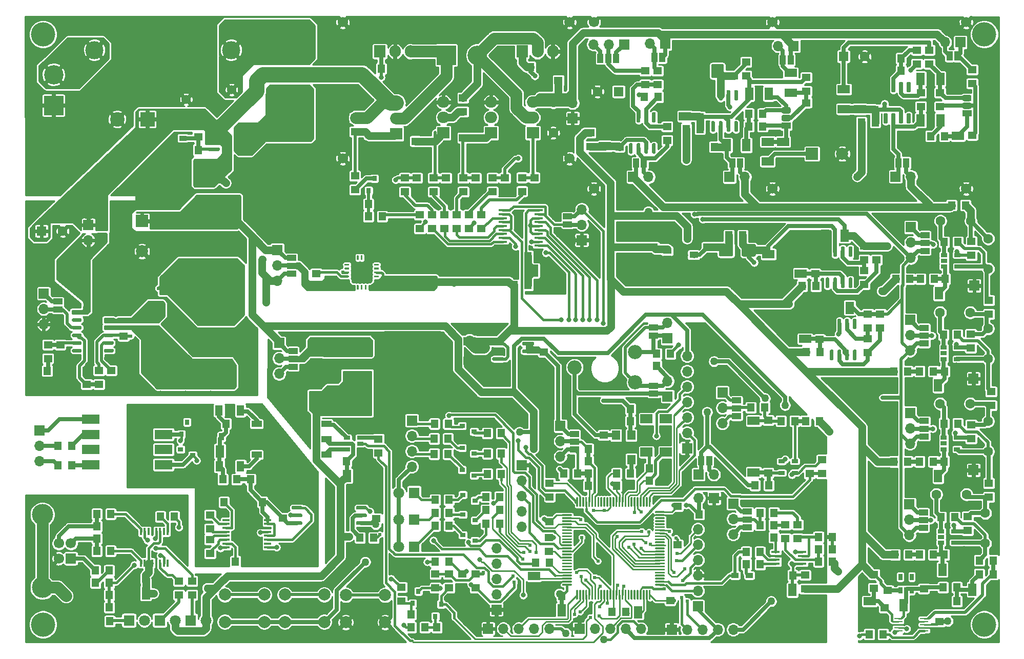
<source format=gbr>
G04 #@! TF.GenerationSoftware,KiCad,Pcbnew,(5.1.8)-1*
G04 #@! TF.CreationDate,2020-12-07T14:59:36+01:00*
G04 #@! TF.ProjectId,PPM,50504d2e-6b69-4636-9164-5f7063625858,rev?*
G04 #@! TF.SameCoordinates,Original*
G04 #@! TF.FileFunction,Copper,L1,Top*
G04 #@! TF.FilePolarity,Positive*
%FSLAX46Y46*%
G04 Gerber Fmt 4.6, Leading zero omitted, Abs format (unit mm)*
G04 Created by KiCad (PCBNEW (5.1.8)-1) date 2020-12-07 14:59:36*
%MOMM*%
%LPD*%
G01*
G04 APERTURE LIST*
G04 #@! TA.AperFunction,ComponentPad*
%ADD10C,1.700000*%
G04 #@! TD*
G04 #@! TA.AperFunction,SMDPad,CuDef*
%ADD11R,1.700000X1.100000*%
G04 #@! TD*
G04 #@! TA.AperFunction,SMDPad,CuDef*
%ADD12R,1.500000X1.000000*%
G04 #@! TD*
G04 #@! TA.AperFunction,ComponentPad*
%ADD13O,1.700000X1.700000*%
G04 #@! TD*
G04 #@! TA.AperFunction,ComponentPad*
%ADD14R,1.700000X1.700000*%
G04 #@! TD*
G04 #@! TA.AperFunction,SMDPad,CuDef*
%ADD15R,2.032000X1.397000*%
G04 #@! TD*
G04 #@! TA.AperFunction,SMDPad,CuDef*
%ADD16R,1.397000X1.270000*%
G04 #@! TD*
G04 #@! TA.AperFunction,SMDPad,CuDef*
%ADD17R,1.270000X1.397000*%
G04 #@! TD*
G04 #@! TA.AperFunction,ComponentPad*
%ADD18R,1.600000X1.600000*%
G04 #@! TD*
G04 #@! TA.AperFunction,ComponentPad*
%ADD19C,1.600000*%
G04 #@! TD*
G04 #@! TA.AperFunction,ComponentPad*
%ADD20O,2.000000X1.905000*%
G04 #@! TD*
G04 #@! TA.AperFunction,ComponentPad*
%ADD21R,2.000000X1.905000*%
G04 #@! TD*
G04 #@! TA.AperFunction,SMDPad,CuDef*
%ADD22R,0.900000X0.800000*%
G04 #@! TD*
G04 #@! TA.AperFunction,SMDPad,CuDef*
%ADD23R,0.800000X0.900000*%
G04 #@! TD*
G04 #@! TA.AperFunction,SMDPad,CuDef*
%ADD24R,3.000000X1.600000*%
G04 #@! TD*
G04 #@! TA.AperFunction,ComponentPad*
%ADD25C,2.000000*%
G04 #@! TD*
G04 #@! TA.AperFunction,SMDPad,CuDef*
%ADD26R,1.397000X2.032000*%
G04 #@! TD*
G04 #@! TA.AperFunction,SMDPad,CuDef*
%ADD27R,1.524000X2.921000*%
G04 #@! TD*
G04 #@! TA.AperFunction,SMDPad,CuDef*
%ADD28R,1.200000X0.900000*%
G04 #@! TD*
G04 #@! TA.AperFunction,SMDPad,CuDef*
%ADD29R,3.500000X3.000000*%
G04 #@! TD*
G04 #@! TA.AperFunction,SMDPad,CuDef*
%ADD30R,2.000000X2.000000*%
G04 #@! TD*
G04 #@! TA.AperFunction,SMDPad,CuDef*
%ADD31R,0.900000X1.200000*%
G04 #@! TD*
G04 #@! TA.AperFunction,SMDPad,CuDef*
%ADD32R,1.300000X1.700000*%
G04 #@! TD*
G04 #@! TA.AperFunction,ComponentPad*
%ADD33C,3.000000*%
G04 #@! TD*
G04 #@! TA.AperFunction,ComponentPad*
%ADD34C,3.200000*%
G04 #@! TD*
G04 #@! TA.AperFunction,ComponentPad*
%ADD35R,3.200000X3.200000*%
G04 #@! TD*
G04 #@! TA.AperFunction,ComponentPad*
%ADD36C,3.500000*%
G04 #@! TD*
G04 #@! TA.AperFunction,SMDPad,CuDef*
%ADD37R,7.000000X5.000000*%
G04 #@! TD*
G04 #@! TA.AperFunction,SMDPad,CuDef*
%ADD38R,2.500000X2.500000*%
G04 #@! TD*
G04 #@! TA.AperFunction,ComponentPad*
%ADD39R,1.800000X1.800000*%
G04 #@! TD*
G04 #@! TA.AperFunction,ComponentPad*
%ADD40C,1.800000*%
G04 #@! TD*
G04 #@! TA.AperFunction,ComponentPad*
%ADD41R,1.500000X1.050000*%
G04 #@! TD*
G04 #@! TA.AperFunction,ComponentPad*
%ADD42R,1.905000X2.000000*%
G04 #@! TD*
G04 #@! TA.AperFunction,ComponentPad*
%ADD43O,1.905000X2.000000*%
G04 #@! TD*
G04 #@! TA.AperFunction,ComponentPad*
%ADD44C,1.524000*%
G04 #@! TD*
G04 #@! TA.AperFunction,SMDPad,CuDef*
%ADD45R,1.060000X0.650000*%
G04 #@! TD*
G04 #@! TA.AperFunction,SMDPad,CuDef*
%ADD46R,1.400000X1.600000*%
G04 #@! TD*
G04 #@! TA.AperFunction,SMDPad,CuDef*
%ADD47R,4.600000X1.100000*%
G04 #@! TD*
G04 #@! TA.AperFunction,SMDPad,CuDef*
%ADD48R,9.400000X10.800000*%
G04 #@! TD*
G04 #@! TA.AperFunction,SMDPad,CuDef*
%ADD49R,0.650000X1.060000*%
G04 #@! TD*
G04 #@! TA.AperFunction,SMDPad,CuDef*
%ADD50R,1.400000X0.280000*%
G04 #@! TD*
G04 #@! TA.AperFunction,SMDPad,CuDef*
%ADD51R,1.450000X0.450000*%
G04 #@! TD*
G04 #@! TA.AperFunction,SMDPad,CuDef*
%ADD52R,1.200000X0.400000*%
G04 #@! TD*
G04 #@! TA.AperFunction,SMDPad,CuDef*
%ADD53R,0.400000X1.200000*%
G04 #@! TD*
G04 #@! TA.AperFunction,SMDPad,CuDef*
%ADD54R,2.000000X1.500000*%
G04 #@! TD*
G04 #@! TA.AperFunction,ComponentPad*
%ADD55C,2.340000*%
G04 #@! TD*
G04 #@! TA.AperFunction,ComponentPad*
%ADD56C,2.400000*%
G04 #@! TD*
G04 #@! TA.AperFunction,ComponentPad*
%ADD57R,2.400000X2.400000*%
G04 #@! TD*
G04 #@! TA.AperFunction,SMDPad,CuDef*
%ADD58R,6.000000X4.000000*%
G04 #@! TD*
G04 #@! TA.AperFunction,ComponentPad*
%ADD59R,2.000000X2.000000*%
G04 #@! TD*
G04 #@! TA.AperFunction,ComponentPad*
%ADD60C,4.000000*%
G04 #@! TD*
G04 #@! TA.AperFunction,SMDPad,CuDef*
%ADD61R,1.000000X1.500000*%
G04 #@! TD*
G04 #@! TA.AperFunction,ViaPad*
%ADD62C,0.800000*%
G04 #@! TD*
G04 #@! TA.AperFunction,ViaPad*
%ADD63C,1.270000*%
G04 #@! TD*
G04 #@! TA.AperFunction,ViaPad*
%ADD64C,0.609600*%
G04 #@! TD*
G04 #@! TA.AperFunction,Conductor*
%ADD65C,0.508000*%
G04 #@! TD*
G04 #@! TA.AperFunction,Conductor*
%ADD66C,0.381000*%
G04 #@! TD*
G04 #@! TA.AperFunction,Conductor*
%ADD67C,1.905000*%
G04 #@! TD*
G04 #@! TA.AperFunction,Conductor*
%ADD68C,0.635000*%
G04 #@! TD*
G04 #@! TA.AperFunction,Conductor*
%ADD69C,1.270000*%
G04 #@! TD*
G04 #@! TA.AperFunction,Conductor*
%ADD70C,2.540000*%
G04 #@! TD*
G04 #@! TA.AperFunction,Conductor*
%ADD71C,0.254000*%
G04 #@! TD*
G04 #@! TA.AperFunction,Conductor*
%ADD72C,0.250000*%
G04 #@! TD*
G04 #@! TA.AperFunction,Conductor*
%ADD73C,0.100000*%
G04 #@! TD*
G04 APERTURE END LIST*
D10*
X135000000Y300500000D03*
X103000000Y273000000D03*
D11*
X17809000Y231583000D03*
X17809000Y234123000D03*
X17809000Y229043000D03*
X29309000Y231583000D03*
X29309000Y234123000D03*
X29309000Y229043000D03*
D12*
X23545800Y261573800D03*
X23545800Y260273800D03*
X23545800Y258973800D03*
D13*
X21209000Y257810000D03*
X21209000Y260350000D03*
D14*
X21209000Y262890000D03*
D15*
X40347900Y261061200D03*
X40347900Y257810000D03*
X42913300Y257810000D03*
X42913300Y261061200D03*
G04 #@! TA.AperFunction,SMDPad,CuDef*
G36*
G01*
X36590900Y257031200D02*
X36590900Y256381200D01*
G75*
G02*
X36515900Y256306200I-75000J0D01*
G01*
X36365900Y256306200D01*
G75*
G02*
X36290900Y256381200I0J75000D01*
G01*
X36290900Y257031200D01*
G75*
G02*
X36365900Y257106200I75000J0D01*
G01*
X36515900Y257106200D01*
G75*
G02*
X36590900Y257031200I0J-75000D01*
G01*
G37*
G04 #@! TD.AperFunction*
G04 #@! TA.AperFunction,SMDPad,CuDef*
G36*
G01*
X35940900Y257031200D02*
X35940900Y256381200D01*
G75*
G02*
X35865900Y256306200I-75000J0D01*
G01*
X35715900Y256306200D01*
G75*
G02*
X35640900Y256381200I0J75000D01*
G01*
X35640900Y257031200D01*
G75*
G02*
X35715900Y257106200I75000J0D01*
G01*
X35865900Y257106200D01*
G75*
G02*
X35940900Y257031200I0J-75000D01*
G01*
G37*
G04 #@! TD.AperFunction*
G04 #@! TA.AperFunction,SMDPad,CuDef*
G36*
G01*
X35290900Y257031200D02*
X35290900Y256381200D01*
G75*
G02*
X35215900Y256306200I-75000J0D01*
G01*
X35065900Y256306200D01*
G75*
G02*
X34990900Y256381200I0J75000D01*
G01*
X34990900Y257031200D01*
G75*
G02*
X35065900Y257106200I75000J0D01*
G01*
X35215900Y257106200D01*
G75*
G02*
X35290900Y257031200I0J-75000D01*
G01*
G37*
G04 #@! TD.AperFunction*
G04 #@! TA.AperFunction,SMDPad,CuDef*
G36*
G01*
X34640900Y257031200D02*
X34640900Y256381200D01*
G75*
G02*
X34565900Y256306200I-75000J0D01*
G01*
X34415900Y256306200D01*
G75*
G02*
X34340900Y256381200I0J75000D01*
G01*
X34340900Y257031200D01*
G75*
G02*
X34415900Y257106200I75000J0D01*
G01*
X34565900Y257106200D01*
G75*
G02*
X34640900Y257031200I0J-75000D01*
G01*
G37*
G04 #@! TD.AperFunction*
G04 #@! TA.AperFunction,SMDPad,CuDef*
G36*
G01*
X33990900Y257031200D02*
X33990900Y256381200D01*
G75*
G02*
X33915900Y256306200I-75000J0D01*
G01*
X33765900Y256306200D01*
G75*
G02*
X33690900Y256381200I0J75000D01*
G01*
X33690900Y257031200D01*
G75*
G02*
X33765900Y257106200I75000J0D01*
G01*
X33915900Y257106200D01*
G75*
G02*
X33990900Y257031200I0J-75000D01*
G01*
G37*
G04 #@! TD.AperFunction*
G04 #@! TA.AperFunction,SMDPad,CuDef*
G36*
G01*
X33090900Y257931200D02*
X33090900Y257781200D01*
G75*
G02*
X33015900Y257706200I-75000J0D01*
G01*
X32365900Y257706200D01*
G75*
G02*
X32290900Y257781200I0J75000D01*
G01*
X32290900Y257931200D01*
G75*
G02*
X32365900Y258006200I75000J0D01*
G01*
X33015900Y258006200D01*
G75*
G02*
X33090900Y257931200I0J-75000D01*
G01*
G37*
G04 #@! TD.AperFunction*
G04 #@! TA.AperFunction,SMDPad,CuDef*
G36*
G01*
X33090900Y258581200D02*
X33090900Y258431200D01*
G75*
G02*
X33015900Y258356200I-75000J0D01*
G01*
X32365900Y258356200D01*
G75*
G02*
X32290900Y258431200I0J75000D01*
G01*
X32290900Y258581200D01*
G75*
G02*
X32365900Y258656200I75000J0D01*
G01*
X33015900Y258656200D01*
G75*
G02*
X33090900Y258581200I0J-75000D01*
G01*
G37*
G04 #@! TD.AperFunction*
G04 #@! TA.AperFunction,SMDPad,CuDef*
G36*
G01*
X33090900Y259231200D02*
X33090900Y259081200D01*
G75*
G02*
X33015900Y259006200I-75000J0D01*
G01*
X32365900Y259006200D01*
G75*
G02*
X32290900Y259081200I0J75000D01*
G01*
X32290900Y259231200D01*
G75*
G02*
X32365900Y259306200I75000J0D01*
G01*
X33015900Y259306200D01*
G75*
G02*
X33090900Y259231200I0J-75000D01*
G01*
G37*
G04 #@! TD.AperFunction*
G04 #@! TA.AperFunction,SMDPad,CuDef*
G36*
G01*
X33090900Y259881200D02*
X33090900Y259731200D01*
G75*
G02*
X33015900Y259656200I-75000J0D01*
G01*
X32365900Y259656200D01*
G75*
G02*
X32290900Y259731200I0J75000D01*
G01*
X32290900Y259881200D01*
G75*
G02*
X32365900Y259956200I75000J0D01*
G01*
X33015900Y259956200D01*
G75*
G02*
X33090900Y259881200I0J-75000D01*
G01*
G37*
G04 #@! TD.AperFunction*
G04 #@! TA.AperFunction,SMDPad,CuDef*
G36*
G01*
X33090900Y260531200D02*
X33090900Y260381200D01*
G75*
G02*
X33015900Y260306200I-75000J0D01*
G01*
X32365900Y260306200D01*
G75*
G02*
X32290900Y260381200I0J75000D01*
G01*
X32290900Y260531200D01*
G75*
G02*
X32365900Y260606200I75000J0D01*
G01*
X33015900Y260606200D01*
G75*
G02*
X33090900Y260531200I0J-75000D01*
G01*
G37*
G04 #@! TD.AperFunction*
G04 #@! TA.AperFunction,SMDPad,CuDef*
G36*
G01*
X33990900Y261931200D02*
X33990900Y261281200D01*
G75*
G02*
X33915900Y261206200I-75000J0D01*
G01*
X33765900Y261206200D01*
G75*
G02*
X33690900Y261281200I0J75000D01*
G01*
X33690900Y261931200D01*
G75*
G02*
X33765900Y262006200I75000J0D01*
G01*
X33915900Y262006200D01*
G75*
G02*
X33990900Y261931200I0J-75000D01*
G01*
G37*
G04 #@! TD.AperFunction*
G04 #@! TA.AperFunction,SMDPad,CuDef*
G36*
G01*
X34640900Y261931200D02*
X34640900Y261281200D01*
G75*
G02*
X34565900Y261206200I-75000J0D01*
G01*
X34415900Y261206200D01*
G75*
G02*
X34340900Y261281200I0J75000D01*
G01*
X34340900Y261931200D01*
G75*
G02*
X34415900Y262006200I75000J0D01*
G01*
X34565900Y262006200D01*
G75*
G02*
X34640900Y261931200I0J-75000D01*
G01*
G37*
G04 #@! TD.AperFunction*
G04 #@! TA.AperFunction,SMDPad,CuDef*
G36*
G01*
X35290900Y261931200D02*
X35290900Y261281200D01*
G75*
G02*
X35215900Y261206200I-75000J0D01*
G01*
X35065900Y261206200D01*
G75*
G02*
X34990900Y261281200I0J75000D01*
G01*
X34990900Y261931200D01*
G75*
G02*
X35065900Y262006200I75000J0D01*
G01*
X35215900Y262006200D01*
G75*
G02*
X35290900Y261931200I0J-75000D01*
G01*
G37*
G04 #@! TD.AperFunction*
G04 #@! TA.AperFunction,SMDPad,CuDef*
G36*
G01*
X35940900Y261931200D02*
X35940900Y261281200D01*
G75*
G02*
X35865900Y261206200I-75000J0D01*
G01*
X35715900Y261206200D01*
G75*
G02*
X35640900Y261281200I0J75000D01*
G01*
X35640900Y261931200D01*
G75*
G02*
X35715900Y262006200I75000J0D01*
G01*
X35865900Y262006200D01*
G75*
G02*
X35940900Y261931200I0J-75000D01*
G01*
G37*
G04 #@! TD.AperFunction*
G04 #@! TA.AperFunction,SMDPad,CuDef*
G36*
G01*
X36590900Y261931200D02*
X36590900Y261281200D01*
G75*
G02*
X36515900Y261206200I-75000J0D01*
G01*
X36365900Y261206200D01*
G75*
G02*
X36290900Y261281200I0J75000D01*
G01*
X36290900Y261931200D01*
G75*
G02*
X36365900Y262006200I75000J0D01*
G01*
X36515900Y262006200D01*
G75*
G02*
X36590900Y261931200I0J-75000D01*
G01*
G37*
G04 #@! TD.AperFunction*
G04 #@! TA.AperFunction,SMDPad,CuDef*
G36*
G01*
X37990900Y260531200D02*
X37990900Y260381200D01*
G75*
G02*
X37915900Y260306200I-75000J0D01*
G01*
X37265900Y260306200D01*
G75*
G02*
X37190900Y260381200I0J75000D01*
G01*
X37190900Y260531200D01*
G75*
G02*
X37265900Y260606200I75000J0D01*
G01*
X37915900Y260606200D01*
G75*
G02*
X37990900Y260531200I0J-75000D01*
G01*
G37*
G04 #@! TD.AperFunction*
G04 #@! TA.AperFunction,SMDPad,CuDef*
G36*
G01*
X37990900Y259881200D02*
X37990900Y259731200D01*
G75*
G02*
X37915900Y259656200I-75000J0D01*
G01*
X37265900Y259656200D01*
G75*
G02*
X37190900Y259731200I0J75000D01*
G01*
X37190900Y259881200D01*
G75*
G02*
X37265900Y259956200I75000J0D01*
G01*
X37915900Y259956200D01*
G75*
G02*
X37990900Y259881200I0J-75000D01*
G01*
G37*
G04 #@! TD.AperFunction*
G04 #@! TA.AperFunction,SMDPad,CuDef*
G36*
G01*
X37990900Y259231200D02*
X37990900Y259081200D01*
G75*
G02*
X37915900Y259006200I-75000J0D01*
G01*
X37265900Y259006200D01*
G75*
G02*
X37190900Y259081200I0J75000D01*
G01*
X37190900Y259231200D01*
G75*
G02*
X37265900Y259306200I75000J0D01*
G01*
X37915900Y259306200D01*
G75*
G02*
X37990900Y259231200I0J-75000D01*
G01*
G37*
G04 #@! TD.AperFunction*
G04 #@! TA.AperFunction,SMDPad,CuDef*
G36*
G01*
X37990900Y258581200D02*
X37990900Y258431200D01*
G75*
G02*
X37915900Y258356200I-75000J0D01*
G01*
X37265900Y258356200D01*
G75*
G02*
X37190900Y258431200I0J75000D01*
G01*
X37190900Y258581200D01*
G75*
G02*
X37265900Y258656200I75000J0D01*
G01*
X37915900Y258656200D01*
G75*
G02*
X37990900Y258581200I0J-75000D01*
G01*
G37*
G04 #@! TD.AperFunction*
G04 #@! TA.AperFunction,SMDPad,CuDef*
G36*
G01*
X37990900Y257931200D02*
X37990900Y257781200D01*
G75*
G02*
X37915900Y257706200I-75000J0D01*
G01*
X37265900Y257706200D01*
G75*
G02*
X37190900Y257781200I0J75000D01*
G01*
X37190900Y257931200D01*
G75*
G02*
X37265900Y258006200I75000J0D01*
G01*
X37915900Y258006200D01*
G75*
G02*
X37990900Y257931200I0J-75000D01*
G01*
G37*
G04 #@! TD.AperFunction*
G04 #@! TA.AperFunction,SMDPad,CuDef*
G36*
G01*
X36815900Y260581201D02*
X36815900Y257731199D01*
G75*
G02*
X36565901Y257481200I-249999J0D01*
G01*
X33715899Y257481200D01*
G75*
G02*
X33465900Y257731199I0J249999D01*
G01*
X33465900Y260581201D01*
G75*
G02*
X33715899Y260831200I249999J0D01*
G01*
X36565901Y260831200D01*
G75*
G02*
X36815900Y260581201I0J-249999D01*
G01*
G37*
G04 #@! TD.AperFunction*
D16*
X27622500Y261239000D03*
X27622500Y258953000D03*
D15*
X30060900Y261162800D03*
X30060900Y257911600D03*
G04 #@! TA.AperFunction,SMDPad,CuDef*
G36*
G01*
X47241900Y261470200D02*
X45391900Y261470200D01*
G75*
G02*
X45141900Y261720200I0J250000D01*
G01*
X45141900Y263295200D01*
G75*
G02*
X45391900Y263545200I250000J0D01*
G01*
X47241900Y263545200D01*
G75*
G02*
X47491900Y263295200I0J-250000D01*
G01*
X47491900Y261720200D01*
G75*
G02*
X47241900Y261470200I-250000J0D01*
G01*
G37*
G04 #@! TD.AperFunction*
G04 #@! TA.AperFunction,SMDPad,CuDef*
G36*
G01*
X47241900Y256545200D02*
X45391900Y256545200D01*
G75*
G02*
X45141900Y256795200I0J250000D01*
G01*
X45141900Y258370200D01*
G75*
G02*
X45391900Y258620200I250000J0D01*
G01*
X47241900Y258620200D01*
G75*
G02*
X47491900Y258370200I0J-250000D01*
G01*
X47491900Y256795200D01*
G75*
G02*
X47241900Y256545200I-250000J0D01*
G01*
G37*
G04 #@! TD.AperFunction*
D17*
X63881000Y211201000D03*
X66167000Y211201000D03*
D16*
X87321000Y216471500D03*
X87321000Y214185500D03*
G04 #@! TA.AperFunction,SMDPad,CuDef*
G36*
G01*
X82654200Y222050900D02*
X82804200Y222050900D01*
G75*
G02*
X82879200Y221975900I0J-75000D01*
G01*
X82879200Y220525900D01*
G75*
G02*
X82804200Y220450900I-75000J0D01*
G01*
X82654200Y220450900D01*
G75*
G02*
X82579200Y220525900I0J75000D01*
G01*
X82579200Y221975900D01*
G75*
G02*
X82654200Y222050900I75000J0D01*
G01*
G37*
G04 #@! TD.AperFunction*
G04 #@! TA.AperFunction,SMDPad,CuDef*
G36*
G01*
X82154200Y222050900D02*
X82304200Y222050900D01*
G75*
G02*
X82379200Y221975900I0J-75000D01*
G01*
X82379200Y220525900D01*
G75*
G02*
X82304200Y220450900I-75000J0D01*
G01*
X82154200Y220450900D01*
G75*
G02*
X82079200Y220525900I0J75000D01*
G01*
X82079200Y221975900D01*
G75*
G02*
X82154200Y222050900I75000J0D01*
G01*
G37*
G04 #@! TD.AperFunction*
G04 #@! TA.AperFunction,SMDPad,CuDef*
G36*
G01*
X81654200Y222050900D02*
X81804200Y222050900D01*
G75*
G02*
X81879200Y221975900I0J-75000D01*
G01*
X81879200Y220525900D01*
G75*
G02*
X81804200Y220450900I-75000J0D01*
G01*
X81654200Y220450900D01*
G75*
G02*
X81579200Y220525900I0J75000D01*
G01*
X81579200Y221975900D01*
G75*
G02*
X81654200Y222050900I75000J0D01*
G01*
G37*
G04 #@! TD.AperFunction*
G04 #@! TA.AperFunction,SMDPad,CuDef*
G36*
G01*
X81154200Y222050900D02*
X81304200Y222050900D01*
G75*
G02*
X81379200Y221975900I0J-75000D01*
G01*
X81379200Y220525900D01*
G75*
G02*
X81304200Y220450900I-75000J0D01*
G01*
X81154200Y220450900D01*
G75*
G02*
X81079200Y220525900I0J75000D01*
G01*
X81079200Y221975900D01*
G75*
G02*
X81154200Y222050900I75000J0D01*
G01*
G37*
G04 #@! TD.AperFunction*
G04 #@! TA.AperFunction,SMDPad,CuDef*
G36*
G01*
X80654200Y222050900D02*
X80804200Y222050900D01*
G75*
G02*
X80879200Y221975900I0J-75000D01*
G01*
X80879200Y220525900D01*
G75*
G02*
X80804200Y220450900I-75000J0D01*
G01*
X80654200Y220450900D01*
G75*
G02*
X80579200Y220525900I0J75000D01*
G01*
X80579200Y221975900D01*
G75*
G02*
X80654200Y222050900I75000J0D01*
G01*
G37*
G04 #@! TD.AperFunction*
G04 #@! TA.AperFunction,SMDPad,CuDef*
G36*
G01*
X80154200Y222050900D02*
X80304200Y222050900D01*
G75*
G02*
X80379200Y221975900I0J-75000D01*
G01*
X80379200Y220525900D01*
G75*
G02*
X80304200Y220450900I-75000J0D01*
G01*
X80154200Y220450900D01*
G75*
G02*
X80079200Y220525900I0J75000D01*
G01*
X80079200Y221975900D01*
G75*
G02*
X80154200Y222050900I75000J0D01*
G01*
G37*
G04 #@! TD.AperFunction*
G04 #@! TA.AperFunction,SMDPad,CuDef*
G36*
G01*
X79654200Y222050900D02*
X79804200Y222050900D01*
G75*
G02*
X79879200Y221975900I0J-75000D01*
G01*
X79879200Y220525900D01*
G75*
G02*
X79804200Y220450900I-75000J0D01*
G01*
X79654200Y220450900D01*
G75*
G02*
X79579200Y220525900I0J75000D01*
G01*
X79579200Y221975900D01*
G75*
G02*
X79654200Y222050900I75000J0D01*
G01*
G37*
G04 #@! TD.AperFunction*
G04 #@! TA.AperFunction,SMDPad,CuDef*
G36*
G01*
X79154200Y222050900D02*
X79304200Y222050900D01*
G75*
G02*
X79379200Y221975900I0J-75000D01*
G01*
X79379200Y220525900D01*
G75*
G02*
X79304200Y220450900I-75000J0D01*
G01*
X79154200Y220450900D01*
G75*
G02*
X79079200Y220525900I0J75000D01*
G01*
X79079200Y221975900D01*
G75*
G02*
X79154200Y222050900I75000J0D01*
G01*
G37*
G04 #@! TD.AperFunction*
G04 #@! TA.AperFunction,SMDPad,CuDef*
G36*
G01*
X78654200Y222050900D02*
X78804200Y222050900D01*
G75*
G02*
X78879200Y221975900I0J-75000D01*
G01*
X78879200Y220525900D01*
G75*
G02*
X78804200Y220450900I-75000J0D01*
G01*
X78654200Y220450900D01*
G75*
G02*
X78579200Y220525900I0J75000D01*
G01*
X78579200Y221975900D01*
G75*
G02*
X78654200Y222050900I75000J0D01*
G01*
G37*
G04 #@! TD.AperFunction*
G04 #@! TA.AperFunction,SMDPad,CuDef*
G36*
G01*
X78154200Y222050900D02*
X78304200Y222050900D01*
G75*
G02*
X78379200Y221975900I0J-75000D01*
G01*
X78379200Y220525900D01*
G75*
G02*
X78304200Y220450900I-75000J0D01*
G01*
X78154200Y220450900D01*
G75*
G02*
X78079200Y220525900I0J75000D01*
G01*
X78079200Y221975900D01*
G75*
G02*
X78154200Y222050900I75000J0D01*
G01*
G37*
G04 #@! TD.AperFunction*
G04 #@! TA.AperFunction,SMDPad,CuDef*
G36*
G01*
X77654200Y222050900D02*
X77804200Y222050900D01*
G75*
G02*
X77879200Y221975900I0J-75000D01*
G01*
X77879200Y220525900D01*
G75*
G02*
X77804200Y220450900I-75000J0D01*
G01*
X77654200Y220450900D01*
G75*
G02*
X77579200Y220525900I0J75000D01*
G01*
X77579200Y221975900D01*
G75*
G02*
X77654200Y222050900I75000J0D01*
G01*
G37*
G04 #@! TD.AperFunction*
G04 #@! TA.AperFunction,SMDPad,CuDef*
G36*
G01*
X77154200Y222050900D02*
X77304200Y222050900D01*
G75*
G02*
X77379200Y221975900I0J-75000D01*
G01*
X77379200Y220525900D01*
G75*
G02*
X77304200Y220450900I-75000J0D01*
G01*
X77154200Y220450900D01*
G75*
G02*
X77079200Y220525900I0J75000D01*
G01*
X77079200Y221975900D01*
G75*
G02*
X77154200Y222050900I75000J0D01*
G01*
G37*
G04 #@! TD.AperFunction*
G04 #@! TA.AperFunction,SMDPad,CuDef*
G36*
G01*
X76654200Y222050900D02*
X76804200Y222050900D01*
G75*
G02*
X76879200Y221975900I0J-75000D01*
G01*
X76879200Y220525900D01*
G75*
G02*
X76804200Y220450900I-75000J0D01*
G01*
X76654200Y220450900D01*
G75*
G02*
X76579200Y220525900I0J75000D01*
G01*
X76579200Y221975900D01*
G75*
G02*
X76654200Y222050900I75000J0D01*
G01*
G37*
G04 #@! TD.AperFunction*
G04 #@! TA.AperFunction,SMDPad,CuDef*
G36*
G01*
X76154200Y222050900D02*
X76304200Y222050900D01*
G75*
G02*
X76379200Y221975900I0J-75000D01*
G01*
X76379200Y220525900D01*
G75*
G02*
X76304200Y220450900I-75000J0D01*
G01*
X76154200Y220450900D01*
G75*
G02*
X76079200Y220525900I0J75000D01*
G01*
X76079200Y221975900D01*
G75*
G02*
X76154200Y222050900I75000J0D01*
G01*
G37*
G04 #@! TD.AperFunction*
G04 #@! TA.AperFunction,SMDPad,CuDef*
G36*
G01*
X75654200Y222050900D02*
X75804200Y222050900D01*
G75*
G02*
X75879200Y221975900I0J-75000D01*
G01*
X75879200Y220525900D01*
G75*
G02*
X75804200Y220450900I-75000J0D01*
G01*
X75654200Y220450900D01*
G75*
G02*
X75579200Y220525900I0J75000D01*
G01*
X75579200Y221975900D01*
G75*
G02*
X75654200Y222050900I75000J0D01*
G01*
G37*
G04 #@! TD.AperFunction*
G04 #@! TA.AperFunction,SMDPad,CuDef*
G36*
G01*
X75154200Y222050900D02*
X75304200Y222050900D01*
G75*
G02*
X75379200Y221975900I0J-75000D01*
G01*
X75379200Y220525900D01*
G75*
G02*
X75304200Y220450900I-75000J0D01*
G01*
X75154200Y220450900D01*
G75*
G02*
X75079200Y220525900I0J75000D01*
G01*
X75079200Y221975900D01*
G75*
G02*
X75154200Y222050900I75000J0D01*
G01*
G37*
G04 #@! TD.AperFunction*
G04 #@! TA.AperFunction,SMDPad,CuDef*
G36*
G01*
X74654200Y222050900D02*
X74804200Y222050900D01*
G75*
G02*
X74879200Y221975900I0J-75000D01*
G01*
X74879200Y220525900D01*
G75*
G02*
X74804200Y220450900I-75000J0D01*
G01*
X74654200Y220450900D01*
G75*
G02*
X74579200Y220525900I0J75000D01*
G01*
X74579200Y221975900D01*
G75*
G02*
X74654200Y222050900I75000J0D01*
G01*
G37*
G04 #@! TD.AperFunction*
G04 #@! TA.AperFunction,SMDPad,CuDef*
G36*
G01*
X74154200Y222050900D02*
X74304200Y222050900D01*
G75*
G02*
X74379200Y221975900I0J-75000D01*
G01*
X74379200Y220525900D01*
G75*
G02*
X74304200Y220450900I-75000J0D01*
G01*
X74154200Y220450900D01*
G75*
G02*
X74079200Y220525900I0J75000D01*
G01*
X74079200Y221975900D01*
G75*
G02*
X74154200Y222050900I75000J0D01*
G01*
G37*
G04 #@! TD.AperFunction*
G04 #@! TA.AperFunction,SMDPad,CuDef*
G36*
G01*
X73654200Y222050900D02*
X73804200Y222050900D01*
G75*
G02*
X73879200Y221975900I0J-75000D01*
G01*
X73879200Y220525900D01*
G75*
G02*
X73804200Y220450900I-75000J0D01*
G01*
X73654200Y220450900D01*
G75*
G02*
X73579200Y220525900I0J75000D01*
G01*
X73579200Y221975900D01*
G75*
G02*
X73654200Y222050900I75000J0D01*
G01*
G37*
G04 #@! TD.AperFunction*
G04 #@! TA.AperFunction,SMDPad,CuDef*
G36*
G01*
X73154200Y222050900D02*
X73304200Y222050900D01*
G75*
G02*
X73379200Y221975900I0J-75000D01*
G01*
X73379200Y220525900D01*
G75*
G02*
X73304200Y220450900I-75000J0D01*
G01*
X73154200Y220450900D01*
G75*
G02*
X73079200Y220525900I0J75000D01*
G01*
X73079200Y221975900D01*
G75*
G02*
X73154200Y222050900I75000J0D01*
G01*
G37*
G04 #@! TD.AperFunction*
G04 #@! TA.AperFunction,SMDPad,CuDef*
G36*
G01*
X72654200Y222050900D02*
X72804200Y222050900D01*
G75*
G02*
X72879200Y221975900I0J-75000D01*
G01*
X72879200Y220525900D01*
G75*
G02*
X72804200Y220450900I-75000J0D01*
G01*
X72654200Y220450900D01*
G75*
G02*
X72579200Y220525900I0J75000D01*
G01*
X72579200Y221975900D01*
G75*
G02*
X72654200Y222050900I75000J0D01*
G01*
G37*
G04 #@! TD.AperFunction*
G04 #@! TA.AperFunction,SMDPad,CuDef*
G36*
G01*
X72154200Y222050900D02*
X72304200Y222050900D01*
G75*
G02*
X72379200Y221975900I0J-75000D01*
G01*
X72379200Y220525900D01*
G75*
G02*
X72304200Y220450900I-75000J0D01*
G01*
X72154200Y220450900D01*
G75*
G02*
X72079200Y220525900I0J75000D01*
G01*
X72079200Y221975900D01*
G75*
G02*
X72154200Y222050900I75000J0D01*
G01*
G37*
G04 #@! TD.AperFunction*
G04 #@! TA.AperFunction,SMDPad,CuDef*
G36*
G01*
X71654200Y222050900D02*
X71804200Y222050900D01*
G75*
G02*
X71879200Y221975900I0J-75000D01*
G01*
X71879200Y220525900D01*
G75*
G02*
X71804200Y220450900I-75000J0D01*
G01*
X71654200Y220450900D01*
G75*
G02*
X71579200Y220525900I0J75000D01*
G01*
X71579200Y221975900D01*
G75*
G02*
X71654200Y222050900I75000J0D01*
G01*
G37*
G04 #@! TD.AperFunction*
G04 #@! TA.AperFunction,SMDPad,CuDef*
G36*
G01*
X71154200Y222050900D02*
X71304200Y222050900D01*
G75*
G02*
X71379200Y221975900I0J-75000D01*
G01*
X71379200Y220525900D01*
G75*
G02*
X71304200Y220450900I-75000J0D01*
G01*
X71154200Y220450900D01*
G75*
G02*
X71079200Y220525900I0J75000D01*
G01*
X71079200Y221975900D01*
G75*
G02*
X71154200Y222050900I75000J0D01*
G01*
G37*
G04 #@! TD.AperFunction*
G04 #@! TA.AperFunction,SMDPad,CuDef*
G36*
G01*
X70654200Y222050900D02*
X70804200Y222050900D01*
G75*
G02*
X70879200Y221975900I0J-75000D01*
G01*
X70879200Y220525900D01*
G75*
G02*
X70804200Y220450900I-75000J0D01*
G01*
X70654200Y220450900D01*
G75*
G02*
X70579200Y220525900I0J75000D01*
G01*
X70579200Y221975900D01*
G75*
G02*
X70654200Y222050900I75000J0D01*
G01*
G37*
G04 #@! TD.AperFunction*
G04 #@! TA.AperFunction,SMDPad,CuDef*
G36*
G01*
X68329200Y219725900D02*
X69779200Y219725900D01*
G75*
G02*
X69854200Y219650900I0J-75000D01*
G01*
X69854200Y219500900D01*
G75*
G02*
X69779200Y219425900I-75000J0D01*
G01*
X68329200Y219425900D01*
G75*
G02*
X68254200Y219500900I0J75000D01*
G01*
X68254200Y219650900D01*
G75*
G02*
X68329200Y219725900I75000J0D01*
G01*
G37*
G04 #@! TD.AperFunction*
G04 #@! TA.AperFunction,SMDPad,CuDef*
G36*
G01*
X68329200Y219225900D02*
X69779200Y219225900D01*
G75*
G02*
X69854200Y219150900I0J-75000D01*
G01*
X69854200Y219000900D01*
G75*
G02*
X69779200Y218925900I-75000J0D01*
G01*
X68329200Y218925900D01*
G75*
G02*
X68254200Y219000900I0J75000D01*
G01*
X68254200Y219150900D01*
G75*
G02*
X68329200Y219225900I75000J0D01*
G01*
G37*
G04 #@! TD.AperFunction*
G04 #@! TA.AperFunction,SMDPad,CuDef*
G36*
G01*
X68329200Y218725900D02*
X69779200Y218725900D01*
G75*
G02*
X69854200Y218650900I0J-75000D01*
G01*
X69854200Y218500900D01*
G75*
G02*
X69779200Y218425900I-75000J0D01*
G01*
X68329200Y218425900D01*
G75*
G02*
X68254200Y218500900I0J75000D01*
G01*
X68254200Y218650900D01*
G75*
G02*
X68329200Y218725900I75000J0D01*
G01*
G37*
G04 #@! TD.AperFunction*
G04 #@! TA.AperFunction,SMDPad,CuDef*
G36*
G01*
X68329200Y218225900D02*
X69779200Y218225900D01*
G75*
G02*
X69854200Y218150900I0J-75000D01*
G01*
X69854200Y218000900D01*
G75*
G02*
X69779200Y217925900I-75000J0D01*
G01*
X68329200Y217925900D01*
G75*
G02*
X68254200Y218000900I0J75000D01*
G01*
X68254200Y218150900D01*
G75*
G02*
X68329200Y218225900I75000J0D01*
G01*
G37*
G04 #@! TD.AperFunction*
G04 #@! TA.AperFunction,SMDPad,CuDef*
G36*
G01*
X68329200Y217725900D02*
X69779200Y217725900D01*
G75*
G02*
X69854200Y217650900I0J-75000D01*
G01*
X69854200Y217500900D01*
G75*
G02*
X69779200Y217425900I-75000J0D01*
G01*
X68329200Y217425900D01*
G75*
G02*
X68254200Y217500900I0J75000D01*
G01*
X68254200Y217650900D01*
G75*
G02*
X68329200Y217725900I75000J0D01*
G01*
G37*
G04 #@! TD.AperFunction*
G04 #@! TA.AperFunction,SMDPad,CuDef*
G36*
G01*
X68329200Y217225900D02*
X69779200Y217225900D01*
G75*
G02*
X69854200Y217150900I0J-75000D01*
G01*
X69854200Y217000900D01*
G75*
G02*
X69779200Y216925900I-75000J0D01*
G01*
X68329200Y216925900D01*
G75*
G02*
X68254200Y217000900I0J75000D01*
G01*
X68254200Y217150900D01*
G75*
G02*
X68329200Y217225900I75000J0D01*
G01*
G37*
G04 #@! TD.AperFunction*
G04 #@! TA.AperFunction,SMDPad,CuDef*
G36*
G01*
X68329200Y216725900D02*
X69779200Y216725900D01*
G75*
G02*
X69854200Y216650900I0J-75000D01*
G01*
X69854200Y216500900D01*
G75*
G02*
X69779200Y216425900I-75000J0D01*
G01*
X68329200Y216425900D01*
G75*
G02*
X68254200Y216500900I0J75000D01*
G01*
X68254200Y216650900D01*
G75*
G02*
X68329200Y216725900I75000J0D01*
G01*
G37*
G04 #@! TD.AperFunction*
G04 #@! TA.AperFunction,SMDPad,CuDef*
G36*
G01*
X68329200Y216225900D02*
X69779200Y216225900D01*
G75*
G02*
X69854200Y216150900I0J-75000D01*
G01*
X69854200Y216000900D01*
G75*
G02*
X69779200Y215925900I-75000J0D01*
G01*
X68329200Y215925900D01*
G75*
G02*
X68254200Y216000900I0J75000D01*
G01*
X68254200Y216150900D01*
G75*
G02*
X68329200Y216225900I75000J0D01*
G01*
G37*
G04 #@! TD.AperFunction*
G04 #@! TA.AperFunction,SMDPad,CuDef*
G36*
G01*
X68329200Y215725900D02*
X69779200Y215725900D01*
G75*
G02*
X69854200Y215650900I0J-75000D01*
G01*
X69854200Y215500900D01*
G75*
G02*
X69779200Y215425900I-75000J0D01*
G01*
X68329200Y215425900D01*
G75*
G02*
X68254200Y215500900I0J75000D01*
G01*
X68254200Y215650900D01*
G75*
G02*
X68329200Y215725900I75000J0D01*
G01*
G37*
G04 #@! TD.AperFunction*
G04 #@! TA.AperFunction,SMDPad,CuDef*
G36*
G01*
X68329200Y215225900D02*
X69779200Y215225900D01*
G75*
G02*
X69854200Y215150900I0J-75000D01*
G01*
X69854200Y215000900D01*
G75*
G02*
X69779200Y214925900I-75000J0D01*
G01*
X68329200Y214925900D01*
G75*
G02*
X68254200Y215000900I0J75000D01*
G01*
X68254200Y215150900D01*
G75*
G02*
X68329200Y215225900I75000J0D01*
G01*
G37*
G04 #@! TD.AperFunction*
G04 #@! TA.AperFunction,SMDPad,CuDef*
G36*
G01*
X68329200Y214725900D02*
X69779200Y214725900D01*
G75*
G02*
X69854200Y214650900I0J-75000D01*
G01*
X69854200Y214500900D01*
G75*
G02*
X69779200Y214425900I-75000J0D01*
G01*
X68329200Y214425900D01*
G75*
G02*
X68254200Y214500900I0J75000D01*
G01*
X68254200Y214650900D01*
G75*
G02*
X68329200Y214725900I75000J0D01*
G01*
G37*
G04 #@! TD.AperFunction*
G04 #@! TA.AperFunction,SMDPad,CuDef*
G36*
G01*
X68329200Y214225900D02*
X69779200Y214225900D01*
G75*
G02*
X69854200Y214150900I0J-75000D01*
G01*
X69854200Y214000900D01*
G75*
G02*
X69779200Y213925900I-75000J0D01*
G01*
X68329200Y213925900D01*
G75*
G02*
X68254200Y214000900I0J75000D01*
G01*
X68254200Y214150900D01*
G75*
G02*
X68329200Y214225900I75000J0D01*
G01*
G37*
G04 #@! TD.AperFunction*
G04 #@! TA.AperFunction,SMDPad,CuDef*
G36*
G01*
X68329200Y213725900D02*
X69779200Y213725900D01*
G75*
G02*
X69854200Y213650900I0J-75000D01*
G01*
X69854200Y213500900D01*
G75*
G02*
X69779200Y213425900I-75000J0D01*
G01*
X68329200Y213425900D01*
G75*
G02*
X68254200Y213500900I0J75000D01*
G01*
X68254200Y213650900D01*
G75*
G02*
X68329200Y213725900I75000J0D01*
G01*
G37*
G04 #@! TD.AperFunction*
G04 #@! TA.AperFunction,SMDPad,CuDef*
G36*
G01*
X68329200Y213225900D02*
X69779200Y213225900D01*
G75*
G02*
X69854200Y213150900I0J-75000D01*
G01*
X69854200Y213000900D01*
G75*
G02*
X69779200Y212925900I-75000J0D01*
G01*
X68329200Y212925900D01*
G75*
G02*
X68254200Y213000900I0J75000D01*
G01*
X68254200Y213150900D01*
G75*
G02*
X68329200Y213225900I75000J0D01*
G01*
G37*
G04 #@! TD.AperFunction*
G04 #@! TA.AperFunction,SMDPad,CuDef*
G36*
G01*
X68329200Y212725900D02*
X69779200Y212725900D01*
G75*
G02*
X69854200Y212650900I0J-75000D01*
G01*
X69854200Y212500900D01*
G75*
G02*
X69779200Y212425900I-75000J0D01*
G01*
X68329200Y212425900D01*
G75*
G02*
X68254200Y212500900I0J75000D01*
G01*
X68254200Y212650900D01*
G75*
G02*
X68329200Y212725900I75000J0D01*
G01*
G37*
G04 #@! TD.AperFunction*
G04 #@! TA.AperFunction,SMDPad,CuDef*
G36*
G01*
X68329200Y212225900D02*
X69779200Y212225900D01*
G75*
G02*
X69854200Y212150900I0J-75000D01*
G01*
X69854200Y212000900D01*
G75*
G02*
X69779200Y211925900I-75000J0D01*
G01*
X68329200Y211925900D01*
G75*
G02*
X68254200Y212000900I0J75000D01*
G01*
X68254200Y212150900D01*
G75*
G02*
X68329200Y212225900I75000J0D01*
G01*
G37*
G04 #@! TD.AperFunction*
G04 #@! TA.AperFunction,SMDPad,CuDef*
G36*
G01*
X68329200Y211725900D02*
X69779200Y211725900D01*
G75*
G02*
X69854200Y211650900I0J-75000D01*
G01*
X69854200Y211500900D01*
G75*
G02*
X69779200Y211425900I-75000J0D01*
G01*
X68329200Y211425900D01*
G75*
G02*
X68254200Y211500900I0J75000D01*
G01*
X68254200Y211650900D01*
G75*
G02*
X68329200Y211725900I75000J0D01*
G01*
G37*
G04 #@! TD.AperFunction*
G04 #@! TA.AperFunction,SMDPad,CuDef*
G36*
G01*
X68329200Y211225900D02*
X69779200Y211225900D01*
G75*
G02*
X69854200Y211150900I0J-75000D01*
G01*
X69854200Y211000900D01*
G75*
G02*
X69779200Y210925900I-75000J0D01*
G01*
X68329200Y210925900D01*
G75*
G02*
X68254200Y211000900I0J75000D01*
G01*
X68254200Y211150900D01*
G75*
G02*
X68329200Y211225900I75000J0D01*
G01*
G37*
G04 #@! TD.AperFunction*
G04 #@! TA.AperFunction,SMDPad,CuDef*
G36*
G01*
X68329200Y210725900D02*
X69779200Y210725900D01*
G75*
G02*
X69854200Y210650900I0J-75000D01*
G01*
X69854200Y210500900D01*
G75*
G02*
X69779200Y210425900I-75000J0D01*
G01*
X68329200Y210425900D01*
G75*
G02*
X68254200Y210500900I0J75000D01*
G01*
X68254200Y210650900D01*
G75*
G02*
X68329200Y210725900I75000J0D01*
G01*
G37*
G04 #@! TD.AperFunction*
G04 #@! TA.AperFunction,SMDPad,CuDef*
G36*
G01*
X68329200Y210225900D02*
X69779200Y210225900D01*
G75*
G02*
X69854200Y210150900I0J-75000D01*
G01*
X69854200Y210000900D01*
G75*
G02*
X69779200Y209925900I-75000J0D01*
G01*
X68329200Y209925900D01*
G75*
G02*
X68254200Y210000900I0J75000D01*
G01*
X68254200Y210150900D01*
G75*
G02*
X68329200Y210225900I75000J0D01*
G01*
G37*
G04 #@! TD.AperFunction*
G04 #@! TA.AperFunction,SMDPad,CuDef*
G36*
G01*
X68329200Y209725900D02*
X69779200Y209725900D01*
G75*
G02*
X69854200Y209650900I0J-75000D01*
G01*
X69854200Y209500900D01*
G75*
G02*
X69779200Y209425900I-75000J0D01*
G01*
X68329200Y209425900D01*
G75*
G02*
X68254200Y209500900I0J75000D01*
G01*
X68254200Y209650900D01*
G75*
G02*
X68329200Y209725900I75000J0D01*
G01*
G37*
G04 #@! TD.AperFunction*
G04 #@! TA.AperFunction,SMDPad,CuDef*
G36*
G01*
X68329200Y209225900D02*
X69779200Y209225900D01*
G75*
G02*
X69854200Y209150900I0J-75000D01*
G01*
X69854200Y209000900D01*
G75*
G02*
X69779200Y208925900I-75000J0D01*
G01*
X68329200Y208925900D01*
G75*
G02*
X68254200Y209000900I0J75000D01*
G01*
X68254200Y209150900D01*
G75*
G02*
X68329200Y209225900I75000J0D01*
G01*
G37*
G04 #@! TD.AperFunction*
G04 #@! TA.AperFunction,SMDPad,CuDef*
G36*
G01*
X68329200Y208725900D02*
X69779200Y208725900D01*
G75*
G02*
X69854200Y208650900I0J-75000D01*
G01*
X69854200Y208500900D01*
G75*
G02*
X69779200Y208425900I-75000J0D01*
G01*
X68329200Y208425900D01*
G75*
G02*
X68254200Y208500900I0J75000D01*
G01*
X68254200Y208650900D01*
G75*
G02*
X68329200Y208725900I75000J0D01*
G01*
G37*
G04 #@! TD.AperFunction*
G04 #@! TA.AperFunction,SMDPad,CuDef*
G36*
G01*
X68329200Y208225900D02*
X69779200Y208225900D01*
G75*
G02*
X69854200Y208150900I0J-75000D01*
G01*
X69854200Y208000900D01*
G75*
G02*
X69779200Y207925900I-75000J0D01*
G01*
X68329200Y207925900D01*
G75*
G02*
X68254200Y208000900I0J75000D01*
G01*
X68254200Y208150900D01*
G75*
G02*
X68329200Y208225900I75000J0D01*
G01*
G37*
G04 #@! TD.AperFunction*
G04 #@! TA.AperFunction,SMDPad,CuDef*
G36*
G01*
X68329200Y207725900D02*
X69779200Y207725900D01*
G75*
G02*
X69854200Y207650900I0J-75000D01*
G01*
X69854200Y207500900D01*
G75*
G02*
X69779200Y207425900I-75000J0D01*
G01*
X68329200Y207425900D01*
G75*
G02*
X68254200Y207500900I0J75000D01*
G01*
X68254200Y207650900D01*
G75*
G02*
X68329200Y207725900I75000J0D01*
G01*
G37*
G04 #@! TD.AperFunction*
G04 #@! TA.AperFunction,SMDPad,CuDef*
G36*
G01*
X70654200Y206700900D02*
X70804200Y206700900D01*
G75*
G02*
X70879200Y206625900I0J-75000D01*
G01*
X70879200Y205175900D01*
G75*
G02*
X70804200Y205100900I-75000J0D01*
G01*
X70654200Y205100900D01*
G75*
G02*
X70579200Y205175900I0J75000D01*
G01*
X70579200Y206625900D01*
G75*
G02*
X70654200Y206700900I75000J0D01*
G01*
G37*
G04 #@! TD.AperFunction*
G04 #@! TA.AperFunction,SMDPad,CuDef*
G36*
G01*
X71154200Y206700900D02*
X71304200Y206700900D01*
G75*
G02*
X71379200Y206625900I0J-75000D01*
G01*
X71379200Y205175900D01*
G75*
G02*
X71304200Y205100900I-75000J0D01*
G01*
X71154200Y205100900D01*
G75*
G02*
X71079200Y205175900I0J75000D01*
G01*
X71079200Y206625900D01*
G75*
G02*
X71154200Y206700900I75000J0D01*
G01*
G37*
G04 #@! TD.AperFunction*
G04 #@! TA.AperFunction,SMDPad,CuDef*
G36*
G01*
X71654200Y206700900D02*
X71804200Y206700900D01*
G75*
G02*
X71879200Y206625900I0J-75000D01*
G01*
X71879200Y205175900D01*
G75*
G02*
X71804200Y205100900I-75000J0D01*
G01*
X71654200Y205100900D01*
G75*
G02*
X71579200Y205175900I0J75000D01*
G01*
X71579200Y206625900D01*
G75*
G02*
X71654200Y206700900I75000J0D01*
G01*
G37*
G04 #@! TD.AperFunction*
G04 #@! TA.AperFunction,SMDPad,CuDef*
G36*
G01*
X72154200Y206700900D02*
X72304200Y206700900D01*
G75*
G02*
X72379200Y206625900I0J-75000D01*
G01*
X72379200Y205175900D01*
G75*
G02*
X72304200Y205100900I-75000J0D01*
G01*
X72154200Y205100900D01*
G75*
G02*
X72079200Y205175900I0J75000D01*
G01*
X72079200Y206625900D01*
G75*
G02*
X72154200Y206700900I75000J0D01*
G01*
G37*
G04 #@! TD.AperFunction*
G04 #@! TA.AperFunction,SMDPad,CuDef*
G36*
G01*
X72654200Y206700900D02*
X72804200Y206700900D01*
G75*
G02*
X72879200Y206625900I0J-75000D01*
G01*
X72879200Y205175900D01*
G75*
G02*
X72804200Y205100900I-75000J0D01*
G01*
X72654200Y205100900D01*
G75*
G02*
X72579200Y205175900I0J75000D01*
G01*
X72579200Y206625900D01*
G75*
G02*
X72654200Y206700900I75000J0D01*
G01*
G37*
G04 #@! TD.AperFunction*
G04 #@! TA.AperFunction,SMDPad,CuDef*
G36*
G01*
X73154200Y206700900D02*
X73304200Y206700900D01*
G75*
G02*
X73379200Y206625900I0J-75000D01*
G01*
X73379200Y205175900D01*
G75*
G02*
X73304200Y205100900I-75000J0D01*
G01*
X73154200Y205100900D01*
G75*
G02*
X73079200Y205175900I0J75000D01*
G01*
X73079200Y206625900D01*
G75*
G02*
X73154200Y206700900I75000J0D01*
G01*
G37*
G04 #@! TD.AperFunction*
G04 #@! TA.AperFunction,SMDPad,CuDef*
G36*
G01*
X73654200Y206700900D02*
X73804200Y206700900D01*
G75*
G02*
X73879200Y206625900I0J-75000D01*
G01*
X73879200Y205175900D01*
G75*
G02*
X73804200Y205100900I-75000J0D01*
G01*
X73654200Y205100900D01*
G75*
G02*
X73579200Y205175900I0J75000D01*
G01*
X73579200Y206625900D01*
G75*
G02*
X73654200Y206700900I75000J0D01*
G01*
G37*
G04 #@! TD.AperFunction*
G04 #@! TA.AperFunction,SMDPad,CuDef*
G36*
G01*
X74154200Y206700900D02*
X74304200Y206700900D01*
G75*
G02*
X74379200Y206625900I0J-75000D01*
G01*
X74379200Y205175900D01*
G75*
G02*
X74304200Y205100900I-75000J0D01*
G01*
X74154200Y205100900D01*
G75*
G02*
X74079200Y205175900I0J75000D01*
G01*
X74079200Y206625900D01*
G75*
G02*
X74154200Y206700900I75000J0D01*
G01*
G37*
G04 #@! TD.AperFunction*
G04 #@! TA.AperFunction,SMDPad,CuDef*
G36*
G01*
X74654200Y206700900D02*
X74804200Y206700900D01*
G75*
G02*
X74879200Y206625900I0J-75000D01*
G01*
X74879200Y205175900D01*
G75*
G02*
X74804200Y205100900I-75000J0D01*
G01*
X74654200Y205100900D01*
G75*
G02*
X74579200Y205175900I0J75000D01*
G01*
X74579200Y206625900D01*
G75*
G02*
X74654200Y206700900I75000J0D01*
G01*
G37*
G04 #@! TD.AperFunction*
G04 #@! TA.AperFunction,SMDPad,CuDef*
G36*
G01*
X75154200Y206700900D02*
X75304200Y206700900D01*
G75*
G02*
X75379200Y206625900I0J-75000D01*
G01*
X75379200Y205175900D01*
G75*
G02*
X75304200Y205100900I-75000J0D01*
G01*
X75154200Y205100900D01*
G75*
G02*
X75079200Y205175900I0J75000D01*
G01*
X75079200Y206625900D01*
G75*
G02*
X75154200Y206700900I75000J0D01*
G01*
G37*
G04 #@! TD.AperFunction*
G04 #@! TA.AperFunction,SMDPad,CuDef*
G36*
G01*
X75654200Y206700900D02*
X75804200Y206700900D01*
G75*
G02*
X75879200Y206625900I0J-75000D01*
G01*
X75879200Y205175900D01*
G75*
G02*
X75804200Y205100900I-75000J0D01*
G01*
X75654200Y205100900D01*
G75*
G02*
X75579200Y205175900I0J75000D01*
G01*
X75579200Y206625900D01*
G75*
G02*
X75654200Y206700900I75000J0D01*
G01*
G37*
G04 #@! TD.AperFunction*
G04 #@! TA.AperFunction,SMDPad,CuDef*
G36*
G01*
X76154200Y206700900D02*
X76304200Y206700900D01*
G75*
G02*
X76379200Y206625900I0J-75000D01*
G01*
X76379200Y205175900D01*
G75*
G02*
X76304200Y205100900I-75000J0D01*
G01*
X76154200Y205100900D01*
G75*
G02*
X76079200Y205175900I0J75000D01*
G01*
X76079200Y206625900D01*
G75*
G02*
X76154200Y206700900I75000J0D01*
G01*
G37*
G04 #@! TD.AperFunction*
G04 #@! TA.AperFunction,SMDPad,CuDef*
G36*
G01*
X76654200Y206700900D02*
X76804200Y206700900D01*
G75*
G02*
X76879200Y206625900I0J-75000D01*
G01*
X76879200Y205175900D01*
G75*
G02*
X76804200Y205100900I-75000J0D01*
G01*
X76654200Y205100900D01*
G75*
G02*
X76579200Y205175900I0J75000D01*
G01*
X76579200Y206625900D01*
G75*
G02*
X76654200Y206700900I75000J0D01*
G01*
G37*
G04 #@! TD.AperFunction*
G04 #@! TA.AperFunction,SMDPad,CuDef*
G36*
G01*
X77154200Y206700900D02*
X77304200Y206700900D01*
G75*
G02*
X77379200Y206625900I0J-75000D01*
G01*
X77379200Y205175900D01*
G75*
G02*
X77304200Y205100900I-75000J0D01*
G01*
X77154200Y205100900D01*
G75*
G02*
X77079200Y205175900I0J75000D01*
G01*
X77079200Y206625900D01*
G75*
G02*
X77154200Y206700900I75000J0D01*
G01*
G37*
G04 #@! TD.AperFunction*
G04 #@! TA.AperFunction,SMDPad,CuDef*
G36*
G01*
X77654200Y206700900D02*
X77804200Y206700900D01*
G75*
G02*
X77879200Y206625900I0J-75000D01*
G01*
X77879200Y205175900D01*
G75*
G02*
X77804200Y205100900I-75000J0D01*
G01*
X77654200Y205100900D01*
G75*
G02*
X77579200Y205175900I0J75000D01*
G01*
X77579200Y206625900D01*
G75*
G02*
X77654200Y206700900I75000J0D01*
G01*
G37*
G04 #@! TD.AperFunction*
G04 #@! TA.AperFunction,SMDPad,CuDef*
G36*
G01*
X78154200Y206700900D02*
X78304200Y206700900D01*
G75*
G02*
X78379200Y206625900I0J-75000D01*
G01*
X78379200Y205175900D01*
G75*
G02*
X78304200Y205100900I-75000J0D01*
G01*
X78154200Y205100900D01*
G75*
G02*
X78079200Y205175900I0J75000D01*
G01*
X78079200Y206625900D01*
G75*
G02*
X78154200Y206700900I75000J0D01*
G01*
G37*
G04 #@! TD.AperFunction*
G04 #@! TA.AperFunction,SMDPad,CuDef*
G36*
G01*
X78654200Y206700900D02*
X78804200Y206700900D01*
G75*
G02*
X78879200Y206625900I0J-75000D01*
G01*
X78879200Y205175900D01*
G75*
G02*
X78804200Y205100900I-75000J0D01*
G01*
X78654200Y205100900D01*
G75*
G02*
X78579200Y205175900I0J75000D01*
G01*
X78579200Y206625900D01*
G75*
G02*
X78654200Y206700900I75000J0D01*
G01*
G37*
G04 #@! TD.AperFunction*
G04 #@! TA.AperFunction,SMDPad,CuDef*
G36*
G01*
X79154200Y206700900D02*
X79304200Y206700900D01*
G75*
G02*
X79379200Y206625900I0J-75000D01*
G01*
X79379200Y205175900D01*
G75*
G02*
X79304200Y205100900I-75000J0D01*
G01*
X79154200Y205100900D01*
G75*
G02*
X79079200Y205175900I0J75000D01*
G01*
X79079200Y206625900D01*
G75*
G02*
X79154200Y206700900I75000J0D01*
G01*
G37*
G04 #@! TD.AperFunction*
G04 #@! TA.AperFunction,SMDPad,CuDef*
G36*
G01*
X79654200Y206700900D02*
X79804200Y206700900D01*
G75*
G02*
X79879200Y206625900I0J-75000D01*
G01*
X79879200Y205175900D01*
G75*
G02*
X79804200Y205100900I-75000J0D01*
G01*
X79654200Y205100900D01*
G75*
G02*
X79579200Y205175900I0J75000D01*
G01*
X79579200Y206625900D01*
G75*
G02*
X79654200Y206700900I75000J0D01*
G01*
G37*
G04 #@! TD.AperFunction*
G04 #@! TA.AperFunction,SMDPad,CuDef*
G36*
G01*
X80154200Y206700900D02*
X80304200Y206700900D01*
G75*
G02*
X80379200Y206625900I0J-75000D01*
G01*
X80379200Y205175900D01*
G75*
G02*
X80304200Y205100900I-75000J0D01*
G01*
X80154200Y205100900D01*
G75*
G02*
X80079200Y205175900I0J75000D01*
G01*
X80079200Y206625900D01*
G75*
G02*
X80154200Y206700900I75000J0D01*
G01*
G37*
G04 #@! TD.AperFunction*
G04 #@! TA.AperFunction,SMDPad,CuDef*
G36*
G01*
X80654200Y206700900D02*
X80804200Y206700900D01*
G75*
G02*
X80879200Y206625900I0J-75000D01*
G01*
X80879200Y205175900D01*
G75*
G02*
X80804200Y205100900I-75000J0D01*
G01*
X80654200Y205100900D01*
G75*
G02*
X80579200Y205175900I0J75000D01*
G01*
X80579200Y206625900D01*
G75*
G02*
X80654200Y206700900I75000J0D01*
G01*
G37*
G04 #@! TD.AperFunction*
G04 #@! TA.AperFunction,SMDPad,CuDef*
G36*
G01*
X81154200Y206700900D02*
X81304200Y206700900D01*
G75*
G02*
X81379200Y206625900I0J-75000D01*
G01*
X81379200Y205175900D01*
G75*
G02*
X81304200Y205100900I-75000J0D01*
G01*
X81154200Y205100900D01*
G75*
G02*
X81079200Y205175900I0J75000D01*
G01*
X81079200Y206625900D01*
G75*
G02*
X81154200Y206700900I75000J0D01*
G01*
G37*
G04 #@! TD.AperFunction*
G04 #@! TA.AperFunction,SMDPad,CuDef*
G36*
G01*
X81654200Y206700900D02*
X81804200Y206700900D01*
G75*
G02*
X81879200Y206625900I0J-75000D01*
G01*
X81879200Y205175900D01*
G75*
G02*
X81804200Y205100900I-75000J0D01*
G01*
X81654200Y205100900D01*
G75*
G02*
X81579200Y205175900I0J75000D01*
G01*
X81579200Y206625900D01*
G75*
G02*
X81654200Y206700900I75000J0D01*
G01*
G37*
G04 #@! TD.AperFunction*
G04 #@! TA.AperFunction,SMDPad,CuDef*
G36*
G01*
X82154200Y206700900D02*
X82304200Y206700900D01*
G75*
G02*
X82379200Y206625900I0J-75000D01*
G01*
X82379200Y205175900D01*
G75*
G02*
X82304200Y205100900I-75000J0D01*
G01*
X82154200Y205100900D01*
G75*
G02*
X82079200Y205175900I0J75000D01*
G01*
X82079200Y206625900D01*
G75*
G02*
X82154200Y206700900I75000J0D01*
G01*
G37*
G04 #@! TD.AperFunction*
G04 #@! TA.AperFunction,SMDPad,CuDef*
G36*
G01*
X82654200Y206700900D02*
X82804200Y206700900D01*
G75*
G02*
X82879200Y206625900I0J-75000D01*
G01*
X82879200Y205175900D01*
G75*
G02*
X82804200Y205100900I-75000J0D01*
G01*
X82654200Y205100900D01*
G75*
G02*
X82579200Y205175900I0J75000D01*
G01*
X82579200Y206625900D01*
G75*
G02*
X82654200Y206700900I75000J0D01*
G01*
G37*
G04 #@! TD.AperFunction*
G04 #@! TA.AperFunction,SMDPad,CuDef*
G36*
G01*
X83679200Y207725900D02*
X85129200Y207725900D01*
G75*
G02*
X85204200Y207650900I0J-75000D01*
G01*
X85204200Y207500900D01*
G75*
G02*
X85129200Y207425900I-75000J0D01*
G01*
X83679200Y207425900D01*
G75*
G02*
X83604200Y207500900I0J75000D01*
G01*
X83604200Y207650900D01*
G75*
G02*
X83679200Y207725900I75000J0D01*
G01*
G37*
G04 #@! TD.AperFunction*
G04 #@! TA.AperFunction,SMDPad,CuDef*
G36*
G01*
X83679200Y208225900D02*
X85129200Y208225900D01*
G75*
G02*
X85204200Y208150900I0J-75000D01*
G01*
X85204200Y208000900D01*
G75*
G02*
X85129200Y207925900I-75000J0D01*
G01*
X83679200Y207925900D01*
G75*
G02*
X83604200Y208000900I0J75000D01*
G01*
X83604200Y208150900D01*
G75*
G02*
X83679200Y208225900I75000J0D01*
G01*
G37*
G04 #@! TD.AperFunction*
G04 #@! TA.AperFunction,SMDPad,CuDef*
G36*
G01*
X83679200Y208725900D02*
X85129200Y208725900D01*
G75*
G02*
X85204200Y208650900I0J-75000D01*
G01*
X85204200Y208500900D01*
G75*
G02*
X85129200Y208425900I-75000J0D01*
G01*
X83679200Y208425900D01*
G75*
G02*
X83604200Y208500900I0J75000D01*
G01*
X83604200Y208650900D01*
G75*
G02*
X83679200Y208725900I75000J0D01*
G01*
G37*
G04 #@! TD.AperFunction*
G04 #@! TA.AperFunction,SMDPad,CuDef*
G36*
G01*
X83679200Y209225900D02*
X85129200Y209225900D01*
G75*
G02*
X85204200Y209150900I0J-75000D01*
G01*
X85204200Y209000900D01*
G75*
G02*
X85129200Y208925900I-75000J0D01*
G01*
X83679200Y208925900D01*
G75*
G02*
X83604200Y209000900I0J75000D01*
G01*
X83604200Y209150900D01*
G75*
G02*
X83679200Y209225900I75000J0D01*
G01*
G37*
G04 #@! TD.AperFunction*
G04 #@! TA.AperFunction,SMDPad,CuDef*
G36*
G01*
X83679200Y209725900D02*
X85129200Y209725900D01*
G75*
G02*
X85204200Y209650900I0J-75000D01*
G01*
X85204200Y209500900D01*
G75*
G02*
X85129200Y209425900I-75000J0D01*
G01*
X83679200Y209425900D01*
G75*
G02*
X83604200Y209500900I0J75000D01*
G01*
X83604200Y209650900D01*
G75*
G02*
X83679200Y209725900I75000J0D01*
G01*
G37*
G04 #@! TD.AperFunction*
G04 #@! TA.AperFunction,SMDPad,CuDef*
G36*
G01*
X83679200Y210225900D02*
X85129200Y210225900D01*
G75*
G02*
X85204200Y210150900I0J-75000D01*
G01*
X85204200Y210000900D01*
G75*
G02*
X85129200Y209925900I-75000J0D01*
G01*
X83679200Y209925900D01*
G75*
G02*
X83604200Y210000900I0J75000D01*
G01*
X83604200Y210150900D01*
G75*
G02*
X83679200Y210225900I75000J0D01*
G01*
G37*
G04 #@! TD.AperFunction*
G04 #@! TA.AperFunction,SMDPad,CuDef*
G36*
G01*
X83679200Y210725900D02*
X85129200Y210725900D01*
G75*
G02*
X85204200Y210650900I0J-75000D01*
G01*
X85204200Y210500900D01*
G75*
G02*
X85129200Y210425900I-75000J0D01*
G01*
X83679200Y210425900D01*
G75*
G02*
X83604200Y210500900I0J75000D01*
G01*
X83604200Y210650900D01*
G75*
G02*
X83679200Y210725900I75000J0D01*
G01*
G37*
G04 #@! TD.AperFunction*
G04 #@! TA.AperFunction,SMDPad,CuDef*
G36*
G01*
X83679200Y211225900D02*
X85129200Y211225900D01*
G75*
G02*
X85204200Y211150900I0J-75000D01*
G01*
X85204200Y211000900D01*
G75*
G02*
X85129200Y210925900I-75000J0D01*
G01*
X83679200Y210925900D01*
G75*
G02*
X83604200Y211000900I0J75000D01*
G01*
X83604200Y211150900D01*
G75*
G02*
X83679200Y211225900I75000J0D01*
G01*
G37*
G04 #@! TD.AperFunction*
G04 #@! TA.AperFunction,SMDPad,CuDef*
G36*
G01*
X83679200Y211725900D02*
X85129200Y211725900D01*
G75*
G02*
X85204200Y211650900I0J-75000D01*
G01*
X85204200Y211500900D01*
G75*
G02*
X85129200Y211425900I-75000J0D01*
G01*
X83679200Y211425900D01*
G75*
G02*
X83604200Y211500900I0J75000D01*
G01*
X83604200Y211650900D01*
G75*
G02*
X83679200Y211725900I75000J0D01*
G01*
G37*
G04 #@! TD.AperFunction*
G04 #@! TA.AperFunction,SMDPad,CuDef*
G36*
G01*
X83679200Y212225900D02*
X85129200Y212225900D01*
G75*
G02*
X85204200Y212150900I0J-75000D01*
G01*
X85204200Y212000900D01*
G75*
G02*
X85129200Y211925900I-75000J0D01*
G01*
X83679200Y211925900D01*
G75*
G02*
X83604200Y212000900I0J75000D01*
G01*
X83604200Y212150900D01*
G75*
G02*
X83679200Y212225900I75000J0D01*
G01*
G37*
G04 #@! TD.AperFunction*
G04 #@! TA.AperFunction,SMDPad,CuDef*
G36*
G01*
X83679200Y212725900D02*
X85129200Y212725900D01*
G75*
G02*
X85204200Y212650900I0J-75000D01*
G01*
X85204200Y212500900D01*
G75*
G02*
X85129200Y212425900I-75000J0D01*
G01*
X83679200Y212425900D01*
G75*
G02*
X83604200Y212500900I0J75000D01*
G01*
X83604200Y212650900D01*
G75*
G02*
X83679200Y212725900I75000J0D01*
G01*
G37*
G04 #@! TD.AperFunction*
G04 #@! TA.AperFunction,SMDPad,CuDef*
G36*
G01*
X83679200Y213225900D02*
X85129200Y213225900D01*
G75*
G02*
X85204200Y213150900I0J-75000D01*
G01*
X85204200Y213000900D01*
G75*
G02*
X85129200Y212925900I-75000J0D01*
G01*
X83679200Y212925900D01*
G75*
G02*
X83604200Y213000900I0J75000D01*
G01*
X83604200Y213150900D01*
G75*
G02*
X83679200Y213225900I75000J0D01*
G01*
G37*
G04 #@! TD.AperFunction*
G04 #@! TA.AperFunction,SMDPad,CuDef*
G36*
G01*
X83679200Y213725900D02*
X85129200Y213725900D01*
G75*
G02*
X85204200Y213650900I0J-75000D01*
G01*
X85204200Y213500900D01*
G75*
G02*
X85129200Y213425900I-75000J0D01*
G01*
X83679200Y213425900D01*
G75*
G02*
X83604200Y213500900I0J75000D01*
G01*
X83604200Y213650900D01*
G75*
G02*
X83679200Y213725900I75000J0D01*
G01*
G37*
G04 #@! TD.AperFunction*
G04 #@! TA.AperFunction,SMDPad,CuDef*
G36*
G01*
X83679200Y214225900D02*
X85129200Y214225900D01*
G75*
G02*
X85204200Y214150900I0J-75000D01*
G01*
X85204200Y214000900D01*
G75*
G02*
X85129200Y213925900I-75000J0D01*
G01*
X83679200Y213925900D01*
G75*
G02*
X83604200Y214000900I0J75000D01*
G01*
X83604200Y214150900D01*
G75*
G02*
X83679200Y214225900I75000J0D01*
G01*
G37*
G04 #@! TD.AperFunction*
G04 #@! TA.AperFunction,SMDPad,CuDef*
G36*
G01*
X83679200Y214725900D02*
X85129200Y214725900D01*
G75*
G02*
X85204200Y214650900I0J-75000D01*
G01*
X85204200Y214500900D01*
G75*
G02*
X85129200Y214425900I-75000J0D01*
G01*
X83679200Y214425900D01*
G75*
G02*
X83604200Y214500900I0J75000D01*
G01*
X83604200Y214650900D01*
G75*
G02*
X83679200Y214725900I75000J0D01*
G01*
G37*
G04 #@! TD.AperFunction*
G04 #@! TA.AperFunction,SMDPad,CuDef*
G36*
G01*
X83679200Y215225900D02*
X85129200Y215225900D01*
G75*
G02*
X85204200Y215150900I0J-75000D01*
G01*
X85204200Y215000900D01*
G75*
G02*
X85129200Y214925900I-75000J0D01*
G01*
X83679200Y214925900D01*
G75*
G02*
X83604200Y215000900I0J75000D01*
G01*
X83604200Y215150900D01*
G75*
G02*
X83679200Y215225900I75000J0D01*
G01*
G37*
G04 #@! TD.AperFunction*
G04 #@! TA.AperFunction,SMDPad,CuDef*
G36*
G01*
X83679200Y215725900D02*
X85129200Y215725900D01*
G75*
G02*
X85204200Y215650900I0J-75000D01*
G01*
X85204200Y215500900D01*
G75*
G02*
X85129200Y215425900I-75000J0D01*
G01*
X83679200Y215425900D01*
G75*
G02*
X83604200Y215500900I0J75000D01*
G01*
X83604200Y215650900D01*
G75*
G02*
X83679200Y215725900I75000J0D01*
G01*
G37*
G04 #@! TD.AperFunction*
G04 #@! TA.AperFunction,SMDPad,CuDef*
G36*
G01*
X83679200Y216225900D02*
X85129200Y216225900D01*
G75*
G02*
X85204200Y216150900I0J-75000D01*
G01*
X85204200Y216000900D01*
G75*
G02*
X85129200Y215925900I-75000J0D01*
G01*
X83679200Y215925900D01*
G75*
G02*
X83604200Y216000900I0J75000D01*
G01*
X83604200Y216150900D01*
G75*
G02*
X83679200Y216225900I75000J0D01*
G01*
G37*
G04 #@! TD.AperFunction*
G04 #@! TA.AperFunction,SMDPad,CuDef*
G36*
G01*
X83679200Y216725900D02*
X85129200Y216725900D01*
G75*
G02*
X85204200Y216650900I0J-75000D01*
G01*
X85204200Y216500900D01*
G75*
G02*
X85129200Y216425900I-75000J0D01*
G01*
X83679200Y216425900D01*
G75*
G02*
X83604200Y216500900I0J75000D01*
G01*
X83604200Y216650900D01*
G75*
G02*
X83679200Y216725900I75000J0D01*
G01*
G37*
G04 #@! TD.AperFunction*
G04 #@! TA.AperFunction,SMDPad,CuDef*
G36*
G01*
X83679200Y217225900D02*
X85129200Y217225900D01*
G75*
G02*
X85204200Y217150900I0J-75000D01*
G01*
X85204200Y217000900D01*
G75*
G02*
X85129200Y216925900I-75000J0D01*
G01*
X83679200Y216925900D01*
G75*
G02*
X83604200Y217000900I0J75000D01*
G01*
X83604200Y217150900D01*
G75*
G02*
X83679200Y217225900I75000J0D01*
G01*
G37*
G04 #@! TD.AperFunction*
G04 #@! TA.AperFunction,SMDPad,CuDef*
G36*
G01*
X83679200Y217725900D02*
X85129200Y217725900D01*
G75*
G02*
X85204200Y217650900I0J-75000D01*
G01*
X85204200Y217500900D01*
G75*
G02*
X85129200Y217425900I-75000J0D01*
G01*
X83679200Y217425900D01*
G75*
G02*
X83604200Y217500900I0J75000D01*
G01*
X83604200Y217650900D01*
G75*
G02*
X83679200Y217725900I75000J0D01*
G01*
G37*
G04 #@! TD.AperFunction*
G04 #@! TA.AperFunction,SMDPad,CuDef*
G36*
G01*
X83679200Y218225900D02*
X85129200Y218225900D01*
G75*
G02*
X85204200Y218150900I0J-75000D01*
G01*
X85204200Y218000900D01*
G75*
G02*
X85129200Y217925900I-75000J0D01*
G01*
X83679200Y217925900D01*
G75*
G02*
X83604200Y218000900I0J75000D01*
G01*
X83604200Y218150900D01*
G75*
G02*
X83679200Y218225900I75000J0D01*
G01*
G37*
G04 #@! TD.AperFunction*
G04 #@! TA.AperFunction,SMDPad,CuDef*
G36*
G01*
X83679200Y218725900D02*
X85129200Y218725900D01*
G75*
G02*
X85204200Y218650900I0J-75000D01*
G01*
X85204200Y218500900D01*
G75*
G02*
X85129200Y218425900I-75000J0D01*
G01*
X83679200Y218425900D01*
G75*
G02*
X83604200Y218500900I0J75000D01*
G01*
X83604200Y218650900D01*
G75*
G02*
X83679200Y218725900I75000J0D01*
G01*
G37*
G04 #@! TD.AperFunction*
G04 #@! TA.AperFunction,SMDPad,CuDef*
G36*
G01*
X83679200Y219225900D02*
X85129200Y219225900D01*
G75*
G02*
X85204200Y219150900I0J-75000D01*
G01*
X85204200Y219000900D01*
G75*
G02*
X85129200Y218925900I-75000J0D01*
G01*
X83679200Y218925900D01*
G75*
G02*
X83604200Y219000900I0J75000D01*
G01*
X83604200Y219150900D01*
G75*
G02*
X83679200Y219225900I75000J0D01*
G01*
G37*
G04 #@! TD.AperFunction*
G04 #@! TA.AperFunction,SMDPad,CuDef*
G36*
G01*
X83679200Y219725900D02*
X85129200Y219725900D01*
G75*
G02*
X85204200Y219650900I0J-75000D01*
G01*
X85204200Y219500900D01*
G75*
G02*
X85129200Y219425900I-75000J0D01*
G01*
X83679200Y219425900D01*
G75*
G02*
X83604200Y219500900I0J75000D01*
G01*
X83604200Y219650900D01*
G75*
G02*
X83679200Y219725900I75000J0D01*
G01*
G37*
G04 #@! TD.AperFunction*
X-4191000Y248666000D03*
X-4191000Y246380000D03*
D18*
X-17750000Y266000000D03*
D19*
X-14250000Y266000000D03*
D17*
X125349000Y242824000D03*
X123063000Y242824000D03*
G04 #@! TA.AperFunction,SMDPad,CuDef*
G36*
G01*
X83276300Y280519400D02*
X83576300Y280519400D01*
G75*
G02*
X83726300Y280369400I0J-150000D01*
G01*
X83726300Y278919400D01*
G75*
G02*
X83576300Y278769400I-150000J0D01*
G01*
X83276300Y278769400D01*
G75*
G02*
X83126300Y278919400I0J150000D01*
G01*
X83126300Y280369400D01*
G75*
G02*
X83276300Y280519400I150000J0D01*
G01*
G37*
G04 #@! TD.AperFunction*
G04 #@! TA.AperFunction,SMDPad,CuDef*
G36*
G01*
X82006300Y280519400D02*
X82306300Y280519400D01*
G75*
G02*
X82456300Y280369400I0J-150000D01*
G01*
X82456300Y278919400D01*
G75*
G02*
X82306300Y278769400I-150000J0D01*
G01*
X82006300Y278769400D01*
G75*
G02*
X81856300Y278919400I0J150000D01*
G01*
X81856300Y280369400D01*
G75*
G02*
X82006300Y280519400I150000J0D01*
G01*
G37*
G04 #@! TD.AperFunction*
G04 #@! TA.AperFunction,SMDPad,CuDef*
G36*
G01*
X80736300Y280519400D02*
X81036300Y280519400D01*
G75*
G02*
X81186300Y280369400I0J-150000D01*
G01*
X81186300Y278919400D01*
G75*
G02*
X81036300Y278769400I-150000J0D01*
G01*
X80736300Y278769400D01*
G75*
G02*
X80586300Y278919400I0J150000D01*
G01*
X80586300Y280369400D01*
G75*
G02*
X80736300Y280519400I150000J0D01*
G01*
G37*
G04 #@! TD.AperFunction*
G04 #@! TA.AperFunction,SMDPad,CuDef*
G36*
G01*
X79466300Y280519400D02*
X79766300Y280519400D01*
G75*
G02*
X79916300Y280369400I0J-150000D01*
G01*
X79916300Y278919400D01*
G75*
G02*
X79766300Y278769400I-150000J0D01*
G01*
X79466300Y278769400D01*
G75*
G02*
X79316300Y278919400I0J150000D01*
G01*
X79316300Y280369400D01*
G75*
G02*
X79466300Y280519400I150000J0D01*
G01*
G37*
G04 #@! TD.AperFunction*
G04 #@! TA.AperFunction,SMDPad,CuDef*
G36*
G01*
X79466300Y285669400D02*
X79766300Y285669400D01*
G75*
G02*
X79916300Y285519400I0J-150000D01*
G01*
X79916300Y284069400D01*
G75*
G02*
X79766300Y283919400I-150000J0D01*
G01*
X79466300Y283919400D01*
G75*
G02*
X79316300Y284069400I0J150000D01*
G01*
X79316300Y285519400D01*
G75*
G02*
X79466300Y285669400I150000J0D01*
G01*
G37*
G04 #@! TD.AperFunction*
G04 #@! TA.AperFunction,SMDPad,CuDef*
G36*
G01*
X80736300Y285669400D02*
X81036300Y285669400D01*
G75*
G02*
X81186300Y285519400I0J-150000D01*
G01*
X81186300Y284069400D01*
G75*
G02*
X81036300Y283919400I-150000J0D01*
G01*
X80736300Y283919400D01*
G75*
G02*
X80586300Y284069400I0J150000D01*
G01*
X80586300Y285519400D01*
G75*
G02*
X80736300Y285669400I150000J0D01*
G01*
G37*
G04 #@! TD.AperFunction*
G04 #@! TA.AperFunction,SMDPad,CuDef*
G36*
G01*
X82006300Y285669400D02*
X82306300Y285669400D01*
G75*
G02*
X82456300Y285519400I0J-150000D01*
G01*
X82456300Y284069400D01*
G75*
G02*
X82306300Y283919400I-150000J0D01*
G01*
X82006300Y283919400D01*
G75*
G02*
X81856300Y284069400I0J150000D01*
G01*
X81856300Y285519400D01*
G75*
G02*
X82006300Y285669400I150000J0D01*
G01*
G37*
G04 #@! TD.AperFunction*
G04 #@! TA.AperFunction,SMDPad,CuDef*
G36*
G01*
X83276300Y285669400D02*
X83576300Y285669400D01*
G75*
G02*
X83726300Y285519400I0J-150000D01*
G01*
X83726300Y284069400D01*
G75*
G02*
X83576300Y283919400I-150000J0D01*
G01*
X83276300Y283919400D01*
G75*
G02*
X83126300Y284069400I0J150000D01*
G01*
X83126300Y285519400D01*
G75*
G02*
X83276300Y285669400I150000J0D01*
G01*
G37*
G04 #@! TD.AperFunction*
D20*
X63411100Y287298000D03*
X63411100Y284758000D03*
D21*
X63411100Y282218000D03*
D17*
X-12763500Y227266500D03*
X-15049500Y227266500D03*
X-15049500Y230505000D03*
X-12763500Y230505000D03*
D22*
X5223000Y229933500D03*
X7223000Y230883500D03*
X7223000Y228983500D03*
D23*
X6286500Y234426000D03*
X7236500Y232426000D03*
X5336500Y232426000D03*
D24*
X-9594100Y234902700D03*
X2405900Y234902700D03*
X2405900Y232402700D03*
X-9594100Y232402700D03*
X-9594100Y229902700D03*
X2405900Y229902700D03*
X-9594100Y227402700D03*
X2405900Y227402700D03*
D14*
X-18097500Y233045000D03*
D13*
X-18097500Y230505000D03*
X-18097500Y227965000D03*
D14*
X-17395000Y255675000D03*
D13*
X-17395000Y253135000D03*
X-17395000Y250595000D03*
D12*
X-15058200Y251758800D03*
X-15058200Y253058800D03*
X-15058200Y254358800D03*
D25*
X19050000Y205922000D03*
X19050000Y201422000D03*
X12550000Y205922000D03*
X12550000Y201422000D03*
X22456000Y201422000D03*
X22456000Y205922000D03*
X28956000Y201422000D03*
X28956000Y205922000D03*
X32512000Y201367000D03*
X32512000Y205867000D03*
X39012000Y201367000D03*
X39012000Y205867000D03*
D16*
X119862600Y288378900D03*
X119862600Y286092900D03*
D15*
X117449600Y289407600D03*
X117449600Y286156400D03*
D17*
X131546600Y258076700D03*
X133832600Y258076700D03*
D26*
X130518400Y255713000D03*
X133769600Y255713000D03*
D17*
X133731000Y242824000D03*
X131445000Y242824000D03*
D26*
X133625600Y240499900D03*
X130374400Y240499900D03*
D17*
X131381500Y227901500D03*
X133667500Y227901500D03*
D26*
X133625600Y225513900D03*
X130374400Y225513900D03*
D17*
X133667500Y212534500D03*
X131381500Y212534500D03*
D26*
X131064000Y210058000D03*
X134315200Y210058000D03*
X4978400Y274574000D03*
X8229600Y274574000D03*
D17*
X8255000Y277114000D03*
X5969000Y277114000D03*
D26*
X127469900Y291147500D03*
X130721100Y291147500D03*
D17*
X90881200Y219202000D03*
X93167200Y219202000D03*
X124269500Y292506400D03*
X121983500Y292506400D03*
X79574000Y236601000D03*
X77288000Y236601000D03*
X77288000Y234569000D03*
X79574000Y234569000D03*
D16*
X136000000Y290385500D03*
X136000000Y292671500D03*
D26*
X127469900Y284289500D03*
X130721100Y284289500D03*
G04 #@! TA.AperFunction,SMDPad,CuDef*
G36*
G01*
X-8525500Y258142500D02*
X-8525500Y260192500D01*
G75*
G02*
X-8275500Y260442500I250000J0D01*
G01*
X-6700500Y260442500D01*
G75*
G02*
X-6450500Y260192500I0J-250000D01*
G01*
X-6450500Y258142500D01*
G75*
G02*
X-6700500Y257892500I-250000J0D01*
G01*
X-8275500Y257892500D01*
G75*
G02*
X-8525500Y258142500I0J250000D01*
G01*
G37*
G04 #@! TD.AperFunction*
G04 #@! TA.AperFunction,SMDPad,CuDef*
G36*
G01*
X-14750500Y258142500D02*
X-14750500Y260192500D01*
G75*
G02*
X-14500500Y260442500I250000J0D01*
G01*
X-12925500Y260442500D01*
G75*
G02*
X-12675500Y260192500I0J-250000D01*
G01*
X-12675500Y258142500D01*
G75*
G02*
X-12925500Y257892500I-250000J0D01*
G01*
X-14500500Y257892500D01*
G75*
G02*
X-14750500Y258142500I0J250000D01*
G01*
G37*
G04 #@! TD.AperFunction*
D17*
X-8124000Y255802000D03*
X-10410000Y255802000D03*
D15*
X27673300Y247599200D03*
X27673300Y244348000D03*
D16*
X30213300Y244221000D03*
X30213300Y246507000D03*
X30213300Y242062000D03*
X30213300Y239776000D03*
D15*
X27673300Y242011200D03*
X27673300Y238760000D03*
D16*
X75129000Y234569000D03*
X75129000Y232283000D03*
D17*
X82638900Y224726500D03*
X84924900Y224726500D03*
G04 #@! TA.AperFunction,SMDPad,CuDef*
G36*
G01*
X3906400Y257642800D02*
X3906400Y255792800D01*
G75*
G02*
X3656400Y255542800I-250000J0D01*
G01*
X2081400Y255542800D01*
G75*
G02*
X1831400Y255792800I0J250000D01*
G01*
X1831400Y257642800D01*
G75*
G02*
X2081400Y257892800I250000J0D01*
G01*
X3656400Y257892800D01*
G75*
G02*
X3906400Y257642800I0J-250000D01*
G01*
G37*
G04 #@! TD.AperFunction*
G04 #@! TA.AperFunction,SMDPad,CuDef*
G36*
G01*
X-1018600Y257642800D02*
X-1018600Y255792800D01*
G75*
G02*
X-1268600Y255542800I-250000J0D01*
G01*
X-2843600Y255542800D01*
G75*
G02*
X-3093600Y255792800I0J250000D01*
G01*
X-3093600Y257642800D01*
G75*
G02*
X-2843600Y257892800I250000J0D01*
G01*
X-1268600Y257892800D01*
G75*
G02*
X-1018600Y257642800I0J-250000D01*
G01*
G37*
G04 #@! TD.AperFunction*
X84924900Y226758500D03*
X82638900Y226758500D03*
D16*
X-6223000Y240665000D03*
X-6223000Y242951000D03*
X-14651800Y247216800D03*
X-14651800Y244930800D03*
X90957400Y284899100D03*
X90957400Y287185100D03*
D15*
X88544400Y284962600D03*
X88544400Y288213800D03*
D17*
X-14524800Y242898800D03*
X-16810800Y242898800D03*
D15*
X108400600Y248168800D03*
X108400600Y251420000D03*
D16*
X110788200Y248092600D03*
X110788200Y250378600D03*
X118763800Y248206900D03*
X118763800Y245920900D03*
D17*
X106355500Y209097500D03*
X104069500Y209097500D03*
D26*
X103040800Y206684500D03*
X106292000Y206684500D03*
D15*
X119062500Y204825600D03*
X119062500Y201574400D03*
D16*
X121539000Y201477500D03*
X121539000Y203763500D03*
X130619500Y199199500D03*
X130619500Y201485500D03*
D15*
X63627000Y209016600D03*
X63627000Y205765400D03*
D26*
X84048600Y203009500D03*
X80797400Y203009500D03*
D17*
X110610000Y211383500D03*
X112896000Y211383500D03*
X139446000Y211582000D03*
X137160000Y211582000D03*
G04 #@! TA.AperFunction,SMDPad,CuDef*
G36*
G01*
X94965400Y293380600D02*
X94965400Y291530600D01*
G75*
G02*
X94715400Y291280600I-250000J0D01*
G01*
X93140400Y291280600D01*
G75*
G02*
X92890400Y291530600I0J250000D01*
G01*
X92890400Y293380600D01*
G75*
G02*
X93140400Y293630600I250000J0D01*
G01*
X94715400Y293630600D01*
G75*
G02*
X94965400Y293380600I0J-250000D01*
G01*
G37*
G04 #@! TD.AperFunction*
G04 #@! TA.AperFunction,SMDPad,CuDef*
G36*
G01*
X90040400Y293380600D02*
X90040400Y291530600D01*
G75*
G02*
X89790400Y291280600I-250000J0D01*
G01*
X88215400Y291280600D01*
G75*
G02*
X87965400Y291530600I0J250000D01*
G01*
X87965400Y293380600D01*
G75*
G02*
X88215400Y293630600I250000J0D01*
G01*
X89790400Y293630600D01*
G75*
G02*
X90040400Y293380600I0J-250000D01*
G01*
G37*
G04 #@! TD.AperFunction*
D26*
X112515400Y253325000D03*
X115766600Y253325000D03*
D17*
X99098100Y285356300D03*
X101384100Y285356300D03*
D15*
X106000000Y292125600D03*
X106000000Y288874400D03*
D26*
X98691700Y280174700D03*
X95440500Y280174700D03*
D17*
X74875000Y227965000D03*
X72589000Y227965000D03*
X72589000Y229997000D03*
X74875000Y229997000D03*
D16*
X122071000Y206621000D03*
X122071000Y208907000D03*
X128016000Y209169000D03*
X128016000Y206883000D03*
D26*
X136042400Y206756000D03*
X139293600Y206756000D03*
D17*
X74875000Y225933000D03*
X72589000Y225933000D03*
X72589000Y223901000D03*
X74875000Y223901000D03*
D15*
X107664000Y262240400D03*
X107664000Y258989200D03*
D16*
X110064300Y258938400D03*
X110064300Y261224400D03*
D26*
X127900300Y204169900D03*
X124649100Y204169900D03*
D16*
X118179600Y257185800D03*
X118179600Y259471800D03*
D17*
X112896000Y213415500D03*
X110610000Y213415500D03*
X110610000Y215447500D03*
X112896000Y215447500D03*
D26*
X64922400Y203327000D03*
X68173600Y203327000D03*
D16*
X87321000Y218249500D03*
X87321000Y220535500D03*
X86106000Y204978000D03*
X86106000Y202692000D03*
D17*
X65913000Y205740000D03*
X68199000Y205740000D03*
D16*
X66188200Y218020900D03*
X66188200Y220306900D03*
D17*
X79574000Y223901000D03*
X77288000Y223901000D03*
D26*
X114966500Y265263000D03*
X111715300Y265263000D03*
D15*
X52944500Y247810600D03*
X52944500Y244559400D03*
D16*
X55332100Y244483200D03*
X55332100Y246769200D03*
X65238100Y246007200D03*
X65238100Y243721200D03*
X83356200Y263338700D03*
X83356200Y261052700D03*
X92246200Y261052700D03*
X92246200Y263338700D03*
G04 #@! TA.AperFunction,SMDPad,CuDef*
G36*
G01*
X94407300Y263886200D02*
X96257300Y263886200D01*
G75*
G02*
X96507300Y263636200I0J-250000D01*
G01*
X96507300Y262061200D01*
G75*
G02*
X96257300Y261811200I-250000J0D01*
G01*
X94407300Y261811200D01*
G75*
G02*
X94157300Y262061200I0J250000D01*
G01*
X94157300Y263636200D01*
G75*
G02*
X94407300Y263886200I250000J0D01*
G01*
G37*
G04 #@! TD.AperFunction*
G04 #@! TA.AperFunction,SMDPad,CuDef*
G36*
G01*
X94407300Y258961200D02*
X96257300Y258961200D01*
G75*
G02*
X96507300Y258711200I0J-250000D01*
G01*
X96507300Y257136200D01*
G75*
G02*
X96257300Y256886200I-250000J0D01*
G01*
X94407300Y256886200D01*
G75*
G02*
X94157300Y257136200I0J250000D01*
G01*
X94157300Y258711200D01*
G75*
G02*
X94407300Y258961200I250000J0D01*
G01*
G37*
G04 #@! TD.AperFunction*
G04 #@! TA.AperFunction,SMDPad,CuDef*
G36*
G01*
X98166500Y263862100D02*
X100016500Y263862100D01*
G75*
G02*
X100266500Y263612100I0J-250000D01*
G01*
X100266500Y262037100D01*
G75*
G02*
X100016500Y261787100I-250000J0D01*
G01*
X98166500Y261787100D01*
G75*
G02*
X97916500Y262037100I0J250000D01*
G01*
X97916500Y263612100D01*
G75*
G02*
X98166500Y263862100I250000J0D01*
G01*
G37*
G04 #@! TD.AperFunction*
G04 #@! TA.AperFunction,SMDPad,CuDef*
G36*
G01*
X98166500Y258937100D02*
X100016500Y258937100D01*
G75*
G02*
X100266500Y258687100I0J-250000D01*
G01*
X100266500Y257112100D01*
G75*
G02*
X100016500Y256862100I-250000J0D01*
G01*
X98166500Y256862100D01*
G75*
G02*
X97916500Y257112100I0J250000D01*
G01*
X97916500Y258687100D01*
G75*
G02*
X98166500Y258937100I250000J0D01*
G01*
G37*
G04 #@! TD.AperFunction*
D15*
X102342700Y262164200D03*
X102342700Y258913000D03*
D16*
X77736700Y279895300D03*
X77736700Y282181300D03*
D15*
X75323700Y280022300D03*
X75323700Y283273500D03*
D16*
X102281600Y226023300D03*
X102281600Y228309300D03*
D15*
X99894000Y229401500D03*
X99894000Y226150300D03*
D16*
X84010500Y292468300D03*
X84010500Y290182300D03*
D17*
X110752500Y234608500D03*
X108466500Y234608500D03*
X62611000Y261874000D03*
X60325000Y261874000D03*
D26*
X60350400Y259461000D03*
X63601600Y259461000D03*
D15*
X99894000Y231395400D03*
X99894000Y234646600D03*
D16*
X109165000Y228195000D03*
X109165000Y225909000D03*
D17*
X38521500Y270438500D03*
X36235500Y270438500D03*
D16*
X44236500Y272486000D03*
X44236500Y274772000D03*
X58778000Y274772000D03*
X58778000Y272486000D03*
X49062500Y272486000D03*
X49062500Y274772000D03*
X63667500Y272549500D03*
X63667500Y274835500D03*
X53952000Y274772000D03*
X53952000Y272486000D03*
X51765200Y207035400D03*
X51765200Y209321400D03*
D17*
X45593000Y202692000D03*
X43307000Y202692000D03*
X47561500Y200533000D03*
X49847500Y200533000D03*
X1752600Y208550900D03*
X-533400Y208550900D03*
D26*
X2743200Y206137900D03*
X-508000Y206137900D03*
D17*
X18770600Y221195900D03*
X16484600Y221195900D03*
D26*
X14960600Y229616000D03*
X11709400Y229616000D03*
D17*
X16764000Y224980500D03*
X19050000Y224980500D03*
D16*
X10096500Y219075000D03*
X10096500Y216789000D03*
X10096500Y215011000D03*
X10096500Y212725000D03*
X22098000Y220853000D03*
X22098000Y218567000D03*
D17*
X14706600Y221195900D03*
X12420600Y221195900D03*
X14287500Y211391500D03*
X16573500Y211391500D03*
D16*
X37528500Y218503500D03*
X37528500Y220789500D03*
D17*
X-6350000Y215193000D03*
X-8636000Y215193000D03*
X-8636000Y217212300D03*
X-6350000Y217212300D03*
D27*
X30048000Y214500000D03*
X27000000Y214500000D03*
D17*
X32651700Y227977700D03*
X34937700Y227977700D03*
D26*
X32702500Y225539300D03*
X35953700Y225539300D03*
D28*
X5588000Y284650000D03*
X5588000Y281350000D03*
D29*
X22500000Y282500000D03*
X22500000Y275500000D03*
D30*
X-3879600Y243255800D03*
X120400Y243255800D03*
D28*
X99187000Y209104500D03*
X99187000Y205804500D03*
X96837500Y205804500D03*
X96837500Y209104500D03*
X36322000Y285049100D03*
X36322000Y281749100D03*
D31*
X15302500Y232029000D03*
X12002500Y232029000D03*
D32*
X15148500Y227139500D03*
X11648500Y227139500D03*
X11585000Y236347000D03*
X15085000Y236347000D03*
D33*
X13586000Y295910000D03*
X-9014000Y295910000D03*
D17*
X119976900Y283972000D03*
X117690900Y283972000D03*
X127444500Y258076700D03*
X129730500Y258076700D03*
X127317500Y242824000D03*
X129603500Y242824000D03*
X127317500Y227901500D03*
X129603500Y227901500D03*
X127317500Y212534500D03*
X129603500Y212534500D03*
X88734900Y282867100D03*
X91020900Y282867100D03*
X108603800Y246035200D03*
X110889800Y246035200D03*
D16*
X108387500Y209161000D03*
X108387500Y206875000D03*
X119761000Y207010000D03*
X119761000Y209296000D03*
D17*
X103244000Y217416000D03*
X100958000Y217416000D03*
X110191300Y256906400D03*
X107905300Y256906400D03*
X103244000Y219448000D03*
X100958000Y219448000D03*
X68525000Y225933000D03*
X70811000Y225933000D03*
D16*
X72898000Y282257500D03*
X72898000Y279971500D03*
D17*
X100122600Y223991300D03*
X102408600Y223991300D03*
X60325000Y257057400D03*
X62611000Y257057400D03*
X12192000Y224980500D03*
X14478000Y224980500D03*
X-13716000Y205740000D03*
X-11430000Y205740000D03*
D34*
X-15748000Y291846000D03*
D35*
X-15748000Y286766000D03*
X49149000Y295045000D03*
D34*
X54229000Y295045000D03*
D14*
X-12890500Y211891000D03*
D10*
X-12890500Y214391000D03*
X-14890500Y214391000D03*
X-14890500Y211891000D03*
D36*
X-17600500Y207121000D03*
X-17600500Y219161000D03*
D13*
X66179700Y200304400D03*
X63639700Y200304400D03*
X61099700Y200304400D03*
X58559700Y200304400D03*
D14*
X56019700Y200304400D03*
D13*
X90678000Y216725500D03*
X90678000Y214185500D03*
X90678000Y211645500D03*
X90678000Y209105500D03*
X90678000Y206565500D03*
D14*
X90678000Y204025500D03*
X57404000Y203454000D03*
D13*
X57404000Y205994000D03*
X57404000Y208534000D03*
X57404000Y211074000D03*
X57404000Y213614000D03*
X90805000Y221869000D03*
D14*
X93345000Y221869000D03*
D37*
X23114000Y298362000D03*
X23114000Y287313000D03*
D38*
X1066800Y246861400D03*
X1066800Y253061400D03*
D37*
X11480800Y269429600D03*
X11480800Y258380600D03*
D39*
X-3302000Y201676000D03*
D40*
X-762000Y201676000D03*
D14*
X43434000Y234696000D03*
D13*
X43434000Y232156000D03*
X43434000Y229616000D03*
X43434000Y227076000D03*
D40*
X41275000Y222758000D03*
D39*
X43815000Y222758000D03*
D40*
X41275000Y218313000D03*
D39*
X43815000Y218313000D03*
X43815000Y213868000D03*
D40*
X41275000Y213868000D03*
X4318000Y201676000D03*
D39*
X1778000Y201676000D03*
X6858000Y201676000D03*
D40*
X9398000Y201676000D03*
G04 #@! TA.AperFunction,SMDPad,CuDef*
G36*
G01*
X9758000Y283187000D02*
X9758000Y283487000D01*
G75*
G02*
X9908000Y283637000I150000J0D01*
G01*
X11558000Y283637000D01*
G75*
G02*
X11708000Y283487000I0J-150000D01*
G01*
X11708000Y283187000D01*
G75*
G02*
X11558000Y283037000I-150000J0D01*
G01*
X9908000Y283037000D01*
G75*
G02*
X9758000Y283187000I0J150000D01*
G01*
G37*
G04 #@! TD.AperFunction*
G04 #@! TA.AperFunction,SMDPad,CuDef*
G36*
G01*
X9758000Y281917000D02*
X9758000Y282217000D01*
G75*
G02*
X9908000Y282367000I150000J0D01*
G01*
X11558000Y282367000D01*
G75*
G02*
X11708000Y282217000I0J-150000D01*
G01*
X11708000Y281917000D01*
G75*
G02*
X11558000Y281767000I-150000J0D01*
G01*
X9908000Y281767000D01*
G75*
G02*
X9758000Y281917000I0J150000D01*
G01*
G37*
G04 #@! TD.AperFunction*
G04 #@! TA.AperFunction,SMDPad,CuDef*
G36*
G01*
X9758000Y280647000D02*
X9758000Y280947000D01*
G75*
G02*
X9908000Y281097000I150000J0D01*
G01*
X11558000Y281097000D01*
G75*
G02*
X11708000Y280947000I0J-150000D01*
G01*
X11708000Y280647000D01*
G75*
G02*
X11558000Y280497000I-150000J0D01*
G01*
X9908000Y280497000D01*
G75*
G02*
X9758000Y280647000I0J150000D01*
G01*
G37*
G04 #@! TD.AperFunction*
G04 #@! TA.AperFunction,SMDPad,CuDef*
G36*
G01*
X9758000Y279377000D02*
X9758000Y279677000D01*
G75*
G02*
X9908000Y279827000I150000J0D01*
G01*
X11558000Y279827000D01*
G75*
G02*
X11708000Y279677000I0J-150000D01*
G01*
X11708000Y279377000D01*
G75*
G02*
X11558000Y279227000I-150000J0D01*
G01*
X9908000Y279227000D01*
G75*
G02*
X9758000Y279377000I0J150000D01*
G01*
G37*
G04 #@! TD.AperFunction*
G04 #@! TA.AperFunction,SMDPad,CuDef*
G36*
G01*
X14708000Y279377000D02*
X14708000Y279677000D01*
G75*
G02*
X14858000Y279827000I150000J0D01*
G01*
X16508000Y279827000D01*
G75*
G02*
X16658000Y279677000I0J-150000D01*
G01*
X16658000Y279377000D01*
G75*
G02*
X16508000Y279227000I-150000J0D01*
G01*
X14858000Y279227000D01*
G75*
G02*
X14708000Y279377000I0J150000D01*
G01*
G37*
G04 #@! TD.AperFunction*
G04 #@! TA.AperFunction,SMDPad,CuDef*
G36*
G01*
X14708000Y280647000D02*
X14708000Y280947000D01*
G75*
G02*
X14858000Y281097000I150000J0D01*
G01*
X16508000Y281097000D01*
G75*
G02*
X16658000Y280947000I0J-150000D01*
G01*
X16658000Y280647000D01*
G75*
G02*
X16508000Y280497000I-150000J0D01*
G01*
X14858000Y280497000D01*
G75*
G02*
X14708000Y280647000I0J150000D01*
G01*
G37*
G04 #@! TD.AperFunction*
G04 #@! TA.AperFunction,SMDPad,CuDef*
G36*
G01*
X14708000Y281917000D02*
X14708000Y282217000D01*
G75*
G02*
X14858000Y282367000I150000J0D01*
G01*
X16508000Y282367000D01*
G75*
G02*
X16658000Y282217000I0J-150000D01*
G01*
X16658000Y281917000D01*
G75*
G02*
X16508000Y281767000I-150000J0D01*
G01*
X14858000Y281767000D01*
G75*
G02*
X14708000Y281917000I0J150000D01*
G01*
G37*
G04 #@! TD.AperFunction*
G04 #@! TA.AperFunction,SMDPad,CuDef*
G36*
G01*
X14708000Y283187000D02*
X14708000Y283487000D01*
G75*
G02*
X14858000Y283637000I150000J0D01*
G01*
X16508000Y283637000D01*
G75*
G02*
X16658000Y283487000I0J-150000D01*
G01*
X16658000Y283187000D01*
G75*
G02*
X16508000Y283037000I-150000J0D01*
G01*
X14858000Y283037000D01*
G75*
G02*
X14708000Y283187000I0J150000D01*
G01*
G37*
G04 #@! TD.AperFunction*
G04 #@! TA.AperFunction,ComponentPad*
G36*
G01*
X135615500Y286177500D02*
X134640500Y286177500D01*
G75*
G02*
X134378000Y286440000I0J262500D01*
G01*
X134378000Y286965000D01*
G75*
G02*
X134640500Y287227500I262500J0D01*
G01*
X135615500Y287227500D01*
G75*
G02*
X135878000Y286965000I0J-262500D01*
G01*
X135878000Y286440000D01*
G75*
G02*
X135615500Y286177500I-262500J0D01*
G01*
G37*
G04 #@! TD.AperFunction*
G04 #@! TA.AperFunction,ComponentPad*
G36*
G01*
X135615500Y287447500D02*
X134640500Y287447500D01*
G75*
G02*
X134378000Y287710000I0J262500D01*
G01*
X134378000Y288235000D01*
G75*
G02*
X134640500Y288497500I262500J0D01*
G01*
X135615500Y288497500D01*
G75*
G02*
X135878000Y288235000I0J-262500D01*
G01*
X135878000Y287710000D01*
G75*
G02*
X135615500Y287447500I-262500J0D01*
G01*
G37*
G04 #@! TD.AperFunction*
D41*
X135128000Y285432500D03*
G04 #@! TA.AperFunction,ComponentPad*
G36*
G01*
X105757800Y284145500D02*
X104782800Y284145500D01*
G75*
G02*
X104520300Y284408000I0J262500D01*
G01*
X104520300Y284933000D01*
G75*
G02*
X104782800Y285195500I262500J0D01*
G01*
X105757800Y285195500D01*
G75*
G02*
X106020300Y284933000I0J-262500D01*
G01*
X106020300Y284408000D01*
G75*
G02*
X105757800Y284145500I-262500J0D01*
G01*
G37*
G04 #@! TD.AperFunction*
G04 #@! TA.AperFunction,ComponentPad*
G36*
G01*
X105757800Y285415500D02*
X104782800Y285415500D01*
G75*
G02*
X104520300Y285678000I0J262500D01*
G01*
X104520300Y286203000D01*
G75*
G02*
X104782800Y286465500I262500J0D01*
G01*
X105757800Y286465500D01*
G75*
G02*
X106020300Y286203000I0J-262500D01*
G01*
X106020300Y285678000D01*
G75*
G02*
X105757800Y285415500I-262500J0D01*
G01*
G37*
G04 #@! TD.AperFunction*
X105270300Y283400500D03*
D21*
X40843200Y282065600D03*
D20*
X40843200Y284605600D03*
X40843200Y287145600D03*
D23*
X36301500Y272677000D03*
X38201500Y272677000D03*
X37251500Y274677000D03*
D42*
X38138100Y295667300D03*
D43*
X40678100Y295667300D03*
X43218100Y295667300D03*
X66713100Y295667300D03*
X64173100Y295667300D03*
D42*
X61633100Y295667300D03*
D21*
X48641000Y282218000D03*
D20*
X48641000Y284758000D03*
X48641000Y287298000D03*
X56515000Y287298000D03*
X56515000Y284758000D03*
D21*
X56515000Y282218000D03*
D22*
X53730400Y232857000D03*
X53730400Y234757000D03*
X51730400Y233807000D03*
D23*
X44513500Y206486000D03*
X45463500Y204486000D03*
X43563500Y204486000D03*
X47310000Y202327000D03*
X49210000Y202327000D03*
X48260000Y204327000D03*
D22*
X51730400Y230187500D03*
X53730400Y231137500D03*
X53730400Y229237500D03*
X53730400Y225618000D03*
X53730400Y227518000D03*
X51730400Y226568000D03*
X51844700Y222427800D03*
X53844700Y223377800D03*
X53844700Y221477800D03*
X53844700Y218201200D03*
X53844700Y220101200D03*
X51844700Y219151200D03*
X53844700Y214835700D03*
X53844700Y216735700D03*
X51844700Y215785700D03*
D17*
X123355100Y258076700D03*
X125641100Y258076700D03*
X125349000Y227901500D03*
X123063000Y227901500D03*
X123253500Y212534500D03*
X125539500Y212534500D03*
X81851500Y288150300D03*
X84137500Y288150300D03*
D44*
X13656000Y289344000D03*
X6156000Y287744000D03*
G04 #@! TA.AperFunction,SMDPad,CuDef*
G36*
G01*
X125364100Y290647800D02*
X125664100Y290647800D01*
G75*
G02*
X125814100Y290497800I0J-150000D01*
G01*
X125814100Y289047800D01*
G75*
G02*
X125664100Y288897800I-150000J0D01*
G01*
X125364100Y288897800D01*
G75*
G02*
X125214100Y289047800I0J150000D01*
G01*
X125214100Y290497800D01*
G75*
G02*
X125364100Y290647800I150000J0D01*
G01*
G37*
G04 #@! TD.AperFunction*
G04 #@! TA.AperFunction,SMDPad,CuDef*
G36*
G01*
X124094100Y290647800D02*
X124394100Y290647800D01*
G75*
G02*
X124544100Y290497800I0J-150000D01*
G01*
X124544100Y289047800D01*
G75*
G02*
X124394100Y288897800I-150000J0D01*
G01*
X124094100Y288897800D01*
G75*
G02*
X123944100Y289047800I0J150000D01*
G01*
X123944100Y290497800D01*
G75*
G02*
X124094100Y290647800I150000J0D01*
G01*
G37*
G04 #@! TD.AperFunction*
G04 #@! TA.AperFunction,SMDPad,CuDef*
G36*
G01*
X122824100Y290647800D02*
X123124100Y290647800D01*
G75*
G02*
X123274100Y290497800I0J-150000D01*
G01*
X123274100Y289047800D01*
G75*
G02*
X123124100Y288897800I-150000J0D01*
G01*
X122824100Y288897800D01*
G75*
G02*
X122674100Y289047800I0J150000D01*
G01*
X122674100Y290497800D01*
G75*
G02*
X122824100Y290647800I150000J0D01*
G01*
G37*
G04 #@! TD.AperFunction*
G04 #@! TA.AperFunction,SMDPad,CuDef*
G36*
G01*
X121554100Y290647800D02*
X121854100Y290647800D01*
G75*
G02*
X122004100Y290497800I0J-150000D01*
G01*
X122004100Y289047800D01*
G75*
G02*
X121854100Y288897800I-150000J0D01*
G01*
X121554100Y288897800D01*
G75*
G02*
X121404100Y289047800I0J150000D01*
G01*
X121404100Y290497800D01*
G75*
G02*
X121554100Y290647800I150000J0D01*
G01*
G37*
G04 #@! TD.AperFunction*
G04 #@! TA.AperFunction,SMDPad,CuDef*
G36*
G01*
X121554100Y285497800D02*
X121854100Y285497800D01*
G75*
G02*
X122004100Y285347800I0J-150000D01*
G01*
X122004100Y283897800D01*
G75*
G02*
X121854100Y283747800I-150000J0D01*
G01*
X121554100Y283747800D01*
G75*
G02*
X121404100Y283897800I0J150000D01*
G01*
X121404100Y285347800D01*
G75*
G02*
X121554100Y285497800I150000J0D01*
G01*
G37*
G04 #@! TD.AperFunction*
G04 #@! TA.AperFunction,SMDPad,CuDef*
G36*
G01*
X122824100Y285497800D02*
X123124100Y285497800D01*
G75*
G02*
X123274100Y285347800I0J-150000D01*
G01*
X123274100Y283897800D01*
G75*
G02*
X123124100Y283747800I-150000J0D01*
G01*
X122824100Y283747800D01*
G75*
G02*
X122674100Y283897800I0J150000D01*
G01*
X122674100Y285347800D01*
G75*
G02*
X122824100Y285497800I150000J0D01*
G01*
G37*
G04 #@! TD.AperFunction*
G04 #@! TA.AperFunction,SMDPad,CuDef*
G36*
G01*
X124094100Y285497800D02*
X124394100Y285497800D01*
G75*
G02*
X124544100Y285347800I0J-150000D01*
G01*
X124544100Y283897800D01*
G75*
G02*
X124394100Y283747800I-150000J0D01*
G01*
X124094100Y283747800D01*
G75*
G02*
X123944100Y283897800I0J150000D01*
G01*
X123944100Y285347800D01*
G75*
G02*
X124094100Y285497800I150000J0D01*
G01*
G37*
G04 #@! TD.AperFunction*
G04 #@! TA.AperFunction,SMDPad,CuDef*
G36*
G01*
X125364100Y285497800D02*
X125664100Y285497800D01*
G75*
G02*
X125814100Y285347800I0J-150000D01*
G01*
X125814100Y283897800D01*
G75*
G02*
X125664100Y283747800I-150000J0D01*
G01*
X125364100Y283747800D01*
G75*
G02*
X125214100Y283897800I0J150000D01*
G01*
X125214100Y285347800D01*
G75*
G02*
X125364100Y285497800I150000J0D01*
G01*
G37*
G04 #@! TD.AperFunction*
D45*
X133565900Y260123900D03*
X133565900Y261073900D03*
X133565900Y262023900D03*
X131365900Y262023900D03*
X131365900Y260123900D03*
X131365900Y261073900D03*
X131297500Y245808500D03*
X131297500Y244858500D03*
X131297500Y246758500D03*
X133497500Y246758500D03*
X133497500Y245808500D03*
X133497500Y244858500D03*
X133502400Y229961400D03*
X133502400Y230911400D03*
X133502400Y231861400D03*
X131302400Y231861400D03*
X131302400Y229961400D03*
X131302400Y230911400D03*
X133053000Y214505500D03*
X133053000Y215455500D03*
X133053000Y216405500D03*
X130853000Y216405500D03*
X130853000Y214505500D03*
X130853000Y215455500D03*
D46*
X79681000Y232251000D03*
X77181000Y228251000D03*
X79681000Y228251000D03*
X77181000Y232251000D03*
D47*
X34420500Y247468600D03*
X34420500Y245768600D03*
X34420500Y244068600D03*
X34420500Y242368600D03*
X34420500Y240668600D03*
D48*
X43570500Y244068600D03*
G04 #@! TA.AperFunction,SMDPad,CuDef*
G36*
G01*
X-11117000Y245093700D02*
X-11117000Y244818700D01*
G75*
G02*
X-11254500Y244681200I-137500J0D01*
G01*
X-12579500Y244681200D01*
G75*
G02*
X-12717000Y244818700I0J137500D01*
G01*
X-12717000Y245093700D01*
G75*
G02*
X-12579500Y245231200I137500J0D01*
G01*
X-11254500Y245231200D01*
G75*
G02*
X-11117000Y245093700I0J-137500D01*
G01*
G37*
G04 #@! TD.AperFunction*
G04 #@! TA.AperFunction,SMDPad,CuDef*
G36*
G01*
X-11117000Y246363700D02*
X-11117000Y246088700D01*
G75*
G02*
X-11254500Y245951200I-137500J0D01*
G01*
X-12579500Y245951200D01*
G75*
G02*
X-12717000Y246088700I0J137500D01*
G01*
X-12717000Y246363700D01*
G75*
G02*
X-12579500Y246501200I137500J0D01*
G01*
X-11254500Y246501200D01*
G75*
G02*
X-11117000Y246363700I0J-137500D01*
G01*
G37*
G04 #@! TD.AperFunction*
G04 #@! TA.AperFunction,SMDPad,CuDef*
G36*
G01*
X-11117000Y247633700D02*
X-11117000Y247358700D01*
G75*
G02*
X-11254500Y247221200I-137500J0D01*
G01*
X-12579500Y247221200D01*
G75*
G02*
X-12717000Y247358700I0J137500D01*
G01*
X-12717000Y247633700D01*
G75*
G02*
X-12579500Y247771200I137500J0D01*
G01*
X-11254500Y247771200D01*
G75*
G02*
X-11117000Y247633700I0J-137500D01*
G01*
G37*
G04 #@! TD.AperFunction*
G04 #@! TA.AperFunction,SMDPad,CuDef*
G36*
G01*
X-11117000Y248903700D02*
X-11117000Y248628700D01*
G75*
G02*
X-11254500Y248491200I-137500J0D01*
G01*
X-12579500Y248491200D01*
G75*
G02*
X-12717000Y248628700I0J137500D01*
G01*
X-12717000Y248903700D01*
G75*
G02*
X-12579500Y249041200I137500J0D01*
G01*
X-11254500Y249041200D01*
G75*
G02*
X-11117000Y248903700I0J-137500D01*
G01*
G37*
G04 #@! TD.AperFunction*
G04 #@! TA.AperFunction,SMDPad,CuDef*
G36*
G01*
X-11117000Y250173700D02*
X-11117000Y249898700D01*
G75*
G02*
X-11254500Y249761200I-137500J0D01*
G01*
X-12579500Y249761200D01*
G75*
G02*
X-12717000Y249898700I0J137500D01*
G01*
X-12717000Y250173700D01*
G75*
G02*
X-12579500Y250311200I137500J0D01*
G01*
X-11254500Y250311200D01*
G75*
G02*
X-11117000Y250173700I0J-137500D01*
G01*
G37*
G04 #@! TD.AperFunction*
G04 #@! TA.AperFunction,SMDPad,CuDef*
G36*
G01*
X-11117000Y251443700D02*
X-11117000Y251168700D01*
G75*
G02*
X-11254500Y251031200I-137500J0D01*
G01*
X-12579500Y251031200D01*
G75*
G02*
X-12717000Y251168700I0J137500D01*
G01*
X-12717000Y251443700D01*
G75*
G02*
X-12579500Y251581200I137500J0D01*
G01*
X-11254500Y251581200D01*
G75*
G02*
X-11117000Y251443700I0J-137500D01*
G01*
G37*
G04 #@! TD.AperFunction*
G04 #@! TA.AperFunction,SMDPad,CuDef*
G36*
G01*
X-11117000Y252713700D02*
X-11117000Y252438700D01*
G75*
G02*
X-11254500Y252301200I-137500J0D01*
G01*
X-12579500Y252301200D01*
G75*
G02*
X-12717000Y252438700I0J137500D01*
G01*
X-12717000Y252713700D01*
G75*
G02*
X-12579500Y252851200I137500J0D01*
G01*
X-11254500Y252851200D01*
G75*
G02*
X-11117000Y252713700I0J-137500D01*
G01*
G37*
G04 #@! TD.AperFunction*
G04 #@! TA.AperFunction,SMDPad,CuDef*
G36*
G01*
X-11117000Y253983700D02*
X-11117000Y253708700D01*
G75*
G02*
X-11254500Y253571200I-137500J0D01*
G01*
X-12579500Y253571200D01*
G75*
G02*
X-12717000Y253708700I0J137500D01*
G01*
X-12717000Y253983700D01*
G75*
G02*
X-12579500Y254121200I137500J0D01*
G01*
X-11254500Y254121200D01*
G75*
G02*
X-11117000Y253983700I0J-137500D01*
G01*
G37*
G04 #@! TD.AperFunction*
G04 #@! TA.AperFunction,SMDPad,CuDef*
G36*
G01*
X-5817000Y253983700D02*
X-5817000Y253708700D01*
G75*
G02*
X-5954500Y253571200I-137500J0D01*
G01*
X-7279500Y253571200D01*
G75*
G02*
X-7417000Y253708700I0J137500D01*
G01*
X-7417000Y253983700D01*
G75*
G02*
X-7279500Y254121200I137500J0D01*
G01*
X-5954500Y254121200D01*
G75*
G02*
X-5817000Y253983700I0J-137500D01*
G01*
G37*
G04 #@! TD.AperFunction*
G04 #@! TA.AperFunction,SMDPad,CuDef*
G36*
G01*
X-5817000Y252713700D02*
X-5817000Y252438700D01*
G75*
G02*
X-5954500Y252301200I-137500J0D01*
G01*
X-7279500Y252301200D01*
G75*
G02*
X-7417000Y252438700I0J137500D01*
G01*
X-7417000Y252713700D01*
G75*
G02*
X-7279500Y252851200I137500J0D01*
G01*
X-5954500Y252851200D01*
G75*
G02*
X-5817000Y252713700I0J-137500D01*
G01*
G37*
G04 #@! TD.AperFunction*
G04 #@! TA.AperFunction,SMDPad,CuDef*
G36*
G01*
X-5817000Y251443700D02*
X-5817000Y251168700D01*
G75*
G02*
X-5954500Y251031200I-137500J0D01*
G01*
X-7279500Y251031200D01*
G75*
G02*
X-7417000Y251168700I0J137500D01*
G01*
X-7417000Y251443700D01*
G75*
G02*
X-7279500Y251581200I137500J0D01*
G01*
X-5954500Y251581200D01*
G75*
G02*
X-5817000Y251443700I0J-137500D01*
G01*
G37*
G04 #@! TD.AperFunction*
G04 #@! TA.AperFunction,SMDPad,CuDef*
G36*
G01*
X-5817000Y250173700D02*
X-5817000Y249898700D01*
G75*
G02*
X-5954500Y249761200I-137500J0D01*
G01*
X-7279500Y249761200D01*
G75*
G02*
X-7417000Y249898700I0J137500D01*
G01*
X-7417000Y250173700D01*
G75*
G02*
X-7279500Y250311200I137500J0D01*
G01*
X-5954500Y250311200D01*
G75*
G02*
X-5817000Y250173700I0J-137500D01*
G01*
G37*
G04 #@! TD.AperFunction*
G04 #@! TA.AperFunction,SMDPad,CuDef*
G36*
G01*
X-5817000Y248903700D02*
X-5817000Y248628700D01*
G75*
G02*
X-5954500Y248491200I-137500J0D01*
G01*
X-7279500Y248491200D01*
G75*
G02*
X-7417000Y248628700I0J137500D01*
G01*
X-7417000Y248903700D01*
G75*
G02*
X-7279500Y249041200I137500J0D01*
G01*
X-5954500Y249041200D01*
G75*
G02*
X-5817000Y248903700I0J-137500D01*
G01*
G37*
G04 #@! TD.AperFunction*
G04 #@! TA.AperFunction,SMDPad,CuDef*
G36*
G01*
X-5817000Y247633700D02*
X-5817000Y247358700D01*
G75*
G02*
X-5954500Y247221200I-137500J0D01*
G01*
X-7279500Y247221200D01*
G75*
G02*
X-7417000Y247358700I0J137500D01*
G01*
X-7417000Y247633700D01*
G75*
G02*
X-7279500Y247771200I137500J0D01*
G01*
X-5954500Y247771200D01*
G75*
G02*
X-5817000Y247633700I0J-137500D01*
G01*
G37*
G04 #@! TD.AperFunction*
G04 #@! TA.AperFunction,SMDPad,CuDef*
G36*
G01*
X-5817000Y246363700D02*
X-5817000Y246088700D01*
G75*
G02*
X-5954500Y245951200I-137500J0D01*
G01*
X-7279500Y245951200D01*
G75*
G02*
X-7417000Y246088700I0J137500D01*
G01*
X-7417000Y246363700D01*
G75*
G02*
X-7279500Y246501200I137500J0D01*
G01*
X-5954500Y246501200D01*
G75*
G02*
X-5817000Y246363700I0J-137500D01*
G01*
G37*
G04 #@! TD.AperFunction*
G04 #@! TA.AperFunction,SMDPad,CuDef*
G36*
G01*
X-5817000Y245093700D02*
X-5817000Y244818700D01*
G75*
G02*
X-5954500Y244681200I-137500J0D01*
G01*
X-7279500Y244681200D01*
G75*
G02*
X-7417000Y244818700I0J137500D01*
G01*
X-7417000Y245093700D01*
G75*
G02*
X-7279500Y245231200I137500J0D01*
G01*
X-5954500Y245231200D01*
G75*
G02*
X-5817000Y245093700I0J-137500D01*
G01*
G37*
G04 #@! TD.AperFunction*
G04 #@! TA.AperFunction,SMDPad,CuDef*
G36*
G01*
X96839900Y289301600D02*
X97139900Y289301600D01*
G75*
G02*
X97289900Y289151600I0J-150000D01*
G01*
X97289900Y287701600D01*
G75*
G02*
X97139900Y287551600I-150000J0D01*
G01*
X96839900Y287551600D01*
G75*
G02*
X96689900Y287701600I0J150000D01*
G01*
X96689900Y289151600D01*
G75*
G02*
X96839900Y289301600I150000J0D01*
G01*
G37*
G04 #@! TD.AperFunction*
G04 #@! TA.AperFunction,SMDPad,CuDef*
G36*
G01*
X95569900Y289301600D02*
X95869900Y289301600D01*
G75*
G02*
X96019900Y289151600I0J-150000D01*
G01*
X96019900Y287701600D01*
G75*
G02*
X95869900Y287551600I-150000J0D01*
G01*
X95569900Y287551600D01*
G75*
G02*
X95419900Y287701600I0J150000D01*
G01*
X95419900Y289151600D01*
G75*
G02*
X95569900Y289301600I150000J0D01*
G01*
G37*
G04 #@! TD.AperFunction*
G04 #@! TA.AperFunction,SMDPad,CuDef*
G36*
G01*
X94299900Y289301600D02*
X94599900Y289301600D01*
G75*
G02*
X94749900Y289151600I0J-150000D01*
G01*
X94749900Y287701600D01*
G75*
G02*
X94599900Y287551600I-150000J0D01*
G01*
X94299900Y287551600D01*
G75*
G02*
X94149900Y287701600I0J150000D01*
G01*
X94149900Y289151600D01*
G75*
G02*
X94299900Y289301600I150000J0D01*
G01*
G37*
G04 #@! TD.AperFunction*
G04 #@! TA.AperFunction,SMDPad,CuDef*
G36*
G01*
X93029900Y289301600D02*
X93329900Y289301600D01*
G75*
G02*
X93479900Y289151600I0J-150000D01*
G01*
X93479900Y287701600D01*
G75*
G02*
X93329900Y287551600I-150000J0D01*
G01*
X93029900Y287551600D01*
G75*
G02*
X92879900Y287701600I0J150000D01*
G01*
X92879900Y289151600D01*
G75*
G02*
X93029900Y289301600I150000J0D01*
G01*
G37*
G04 #@! TD.AperFunction*
G04 #@! TA.AperFunction,SMDPad,CuDef*
G36*
G01*
X93029900Y284151600D02*
X93329900Y284151600D01*
G75*
G02*
X93479900Y284001600I0J-150000D01*
G01*
X93479900Y282551600D01*
G75*
G02*
X93329900Y282401600I-150000J0D01*
G01*
X93029900Y282401600D01*
G75*
G02*
X92879900Y282551600I0J150000D01*
G01*
X92879900Y284001600D01*
G75*
G02*
X93029900Y284151600I150000J0D01*
G01*
G37*
G04 #@! TD.AperFunction*
G04 #@! TA.AperFunction,SMDPad,CuDef*
G36*
G01*
X94299900Y284151600D02*
X94599900Y284151600D01*
G75*
G02*
X94749900Y284001600I0J-150000D01*
G01*
X94749900Y282551600D01*
G75*
G02*
X94599900Y282401600I-150000J0D01*
G01*
X94299900Y282401600D01*
G75*
G02*
X94149900Y282551600I0J150000D01*
G01*
X94149900Y284001600D01*
G75*
G02*
X94299900Y284151600I150000J0D01*
G01*
G37*
G04 #@! TD.AperFunction*
G04 #@! TA.AperFunction,SMDPad,CuDef*
G36*
G01*
X95569900Y284151600D02*
X95869900Y284151600D01*
G75*
G02*
X96019900Y284001600I0J-150000D01*
G01*
X96019900Y282551600D01*
G75*
G02*
X95869900Y282401600I-150000J0D01*
G01*
X95569900Y282401600D01*
G75*
G02*
X95419900Y282551600I0J150000D01*
G01*
X95419900Y284001600D01*
G75*
G02*
X95569900Y284151600I150000J0D01*
G01*
G37*
G04 #@! TD.AperFunction*
G04 #@! TA.AperFunction,SMDPad,CuDef*
G36*
G01*
X96839900Y284151600D02*
X97139900Y284151600D01*
G75*
G02*
X97289900Y284001600I0J-150000D01*
G01*
X97289900Y282551600D01*
G75*
G02*
X97139900Y282401600I-150000J0D01*
G01*
X96839900Y282401600D01*
G75*
G02*
X96689900Y282551600I0J150000D01*
G01*
X96689900Y284001600D01*
G75*
G02*
X96839900Y284151600I150000J0D01*
G01*
G37*
G04 #@! TD.AperFunction*
G04 #@! TA.AperFunction,SMDPad,CuDef*
G36*
G01*
X116454800Y246392600D02*
X116754800Y246392600D01*
G75*
G02*
X116904800Y246242600I0J-150000D01*
G01*
X116904800Y244792600D01*
G75*
G02*
X116754800Y244642600I-150000J0D01*
G01*
X116454800Y244642600D01*
G75*
G02*
X116304800Y244792600I0J150000D01*
G01*
X116304800Y246242600D01*
G75*
G02*
X116454800Y246392600I150000J0D01*
G01*
G37*
G04 #@! TD.AperFunction*
G04 #@! TA.AperFunction,SMDPad,CuDef*
G36*
G01*
X115184800Y246392600D02*
X115484800Y246392600D01*
G75*
G02*
X115634800Y246242600I0J-150000D01*
G01*
X115634800Y244792600D01*
G75*
G02*
X115484800Y244642600I-150000J0D01*
G01*
X115184800Y244642600D01*
G75*
G02*
X115034800Y244792600I0J150000D01*
G01*
X115034800Y246242600D01*
G75*
G02*
X115184800Y246392600I150000J0D01*
G01*
G37*
G04 #@! TD.AperFunction*
G04 #@! TA.AperFunction,SMDPad,CuDef*
G36*
G01*
X113914800Y246392600D02*
X114214800Y246392600D01*
G75*
G02*
X114364800Y246242600I0J-150000D01*
G01*
X114364800Y244792600D01*
G75*
G02*
X114214800Y244642600I-150000J0D01*
G01*
X113914800Y244642600D01*
G75*
G02*
X113764800Y244792600I0J150000D01*
G01*
X113764800Y246242600D01*
G75*
G02*
X113914800Y246392600I150000J0D01*
G01*
G37*
G04 #@! TD.AperFunction*
G04 #@! TA.AperFunction,SMDPad,CuDef*
G36*
G01*
X112644800Y246392600D02*
X112944800Y246392600D01*
G75*
G02*
X113094800Y246242600I0J-150000D01*
G01*
X113094800Y244792600D01*
G75*
G02*
X112944800Y244642600I-150000J0D01*
G01*
X112644800Y244642600D01*
G75*
G02*
X112494800Y244792600I0J150000D01*
G01*
X112494800Y246242600D01*
G75*
G02*
X112644800Y246392600I150000J0D01*
G01*
G37*
G04 #@! TD.AperFunction*
G04 #@! TA.AperFunction,SMDPad,CuDef*
G36*
G01*
X112644800Y251542600D02*
X112944800Y251542600D01*
G75*
G02*
X113094800Y251392600I0J-150000D01*
G01*
X113094800Y249942600D01*
G75*
G02*
X112944800Y249792600I-150000J0D01*
G01*
X112644800Y249792600D01*
G75*
G02*
X112494800Y249942600I0J150000D01*
G01*
X112494800Y251392600D01*
G75*
G02*
X112644800Y251542600I150000J0D01*
G01*
G37*
G04 #@! TD.AperFunction*
G04 #@! TA.AperFunction,SMDPad,CuDef*
G36*
G01*
X113914800Y251542600D02*
X114214800Y251542600D01*
G75*
G02*
X114364800Y251392600I0J-150000D01*
G01*
X114364800Y249942600D01*
G75*
G02*
X114214800Y249792600I-150000J0D01*
G01*
X113914800Y249792600D01*
G75*
G02*
X113764800Y249942600I0J150000D01*
G01*
X113764800Y251392600D01*
G75*
G02*
X113914800Y251542600I150000J0D01*
G01*
G37*
G04 #@! TD.AperFunction*
G04 #@! TA.AperFunction,SMDPad,CuDef*
G36*
G01*
X115184800Y251542600D02*
X115484800Y251542600D01*
G75*
G02*
X115634800Y251392600I0J-150000D01*
G01*
X115634800Y249942600D01*
G75*
G02*
X115484800Y249792600I-150000J0D01*
G01*
X115184800Y249792600D01*
G75*
G02*
X115034800Y249942600I0J150000D01*
G01*
X115034800Y251392600D01*
G75*
G02*
X115184800Y251542600I150000J0D01*
G01*
G37*
G04 #@! TD.AperFunction*
G04 #@! TA.AperFunction,SMDPad,CuDef*
G36*
G01*
X116454800Y251542600D02*
X116754800Y251542600D01*
G75*
G02*
X116904800Y251392600I0J-150000D01*
G01*
X116904800Y249942600D01*
G75*
G02*
X116754800Y249792600I-150000J0D01*
G01*
X116454800Y249792600D01*
G75*
G02*
X116304800Y249942600I0J150000D01*
G01*
X116304800Y251392600D01*
G75*
G02*
X116454800Y251542600I150000J0D01*
G01*
G37*
G04 #@! TD.AperFunction*
D49*
X125068200Y206651300D03*
X126018200Y206651300D03*
X124118200Y206651300D03*
X124118200Y208851300D03*
X125068200Y208851300D03*
X126018200Y208851300D03*
D50*
X128059100Y200969500D03*
X128059100Y200469500D03*
X128059100Y199969500D03*
X128059100Y201469500D03*
X128059100Y201969500D03*
X123779100Y200969500D03*
X123779100Y201469500D03*
X123779100Y201969500D03*
X123779100Y200469500D03*
X123779100Y199969500D03*
D51*
X107920500Y211043500D03*
X107920500Y211693500D03*
X107920500Y212343500D03*
X107920500Y212993500D03*
X103520500Y212993500D03*
X103520500Y212343500D03*
X103520500Y211693500D03*
X103520500Y211043500D03*
X90001200Y263043700D03*
X90001200Y262393700D03*
X90001200Y261743700D03*
X90001200Y261093700D03*
X85601200Y261093700D03*
X85601200Y261743700D03*
X85601200Y262393700D03*
X85601200Y263043700D03*
G04 #@! TA.AperFunction,SMDPad,CuDef*
G36*
G01*
X115743600Y263480600D02*
X116043600Y263480600D01*
G75*
G02*
X116193600Y263330600I0J-150000D01*
G01*
X116193600Y261880600D01*
G75*
G02*
X116043600Y261730600I-150000J0D01*
G01*
X115743600Y261730600D01*
G75*
G02*
X115593600Y261880600I0J150000D01*
G01*
X115593600Y263330600D01*
G75*
G02*
X115743600Y263480600I150000J0D01*
G01*
G37*
G04 #@! TD.AperFunction*
G04 #@! TA.AperFunction,SMDPad,CuDef*
G36*
G01*
X114473600Y263480600D02*
X114773600Y263480600D01*
G75*
G02*
X114923600Y263330600I0J-150000D01*
G01*
X114923600Y261880600D01*
G75*
G02*
X114773600Y261730600I-150000J0D01*
G01*
X114473600Y261730600D01*
G75*
G02*
X114323600Y261880600I0J150000D01*
G01*
X114323600Y263330600D01*
G75*
G02*
X114473600Y263480600I150000J0D01*
G01*
G37*
G04 #@! TD.AperFunction*
G04 #@! TA.AperFunction,SMDPad,CuDef*
G36*
G01*
X113203600Y263480600D02*
X113503600Y263480600D01*
G75*
G02*
X113653600Y263330600I0J-150000D01*
G01*
X113653600Y261880600D01*
G75*
G02*
X113503600Y261730600I-150000J0D01*
G01*
X113203600Y261730600D01*
G75*
G02*
X113053600Y261880600I0J150000D01*
G01*
X113053600Y263330600D01*
G75*
G02*
X113203600Y263480600I150000J0D01*
G01*
G37*
G04 #@! TD.AperFunction*
G04 #@! TA.AperFunction,SMDPad,CuDef*
G36*
G01*
X111933600Y263480600D02*
X112233600Y263480600D01*
G75*
G02*
X112383600Y263330600I0J-150000D01*
G01*
X112383600Y261880600D01*
G75*
G02*
X112233600Y261730600I-150000J0D01*
G01*
X111933600Y261730600D01*
G75*
G02*
X111783600Y261880600I0J150000D01*
G01*
X111783600Y263330600D01*
G75*
G02*
X111933600Y263480600I150000J0D01*
G01*
G37*
G04 #@! TD.AperFunction*
G04 #@! TA.AperFunction,SMDPad,CuDef*
G36*
G01*
X111933600Y258330600D02*
X112233600Y258330600D01*
G75*
G02*
X112383600Y258180600I0J-150000D01*
G01*
X112383600Y256730600D01*
G75*
G02*
X112233600Y256580600I-150000J0D01*
G01*
X111933600Y256580600D01*
G75*
G02*
X111783600Y256730600I0J150000D01*
G01*
X111783600Y258180600D01*
G75*
G02*
X111933600Y258330600I150000J0D01*
G01*
G37*
G04 #@! TD.AperFunction*
G04 #@! TA.AperFunction,SMDPad,CuDef*
G36*
G01*
X113203600Y258330600D02*
X113503600Y258330600D01*
G75*
G02*
X113653600Y258180600I0J-150000D01*
G01*
X113653600Y256730600D01*
G75*
G02*
X113503600Y256580600I-150000J0D01*
G01*
X113203600Y256580600D01*
G75*
G02*
X113053600Y256730600I0J150000D01*
G01*
X113053600Y258180600D01*
G75*
G02*
X113203600Y258330600I150000J0D01*
G01*
G37*
G04 #@! TD.AperFunction*
G04 #@! TA.AperFunction,SMDPad,CuDef*
G36*
G01*
X114473600Y258330600D02*
X114773600Y258330600D01*
G75*
G02*
X114923600Y258180600I0J-150000D01*
G01*
X114923600Y256730600D01*
G75*
G02*
X114773600Y256580600I-150000J0D01*
G01*
X114473600Y256580600D01*
G75*
G02*
X114323600Y256730600I0J150000D01*
G01*
X114323600Y258180600D01*
G75*
G02*
X114473600Y258330600I150000J0D01*
G01*
G37*
G04 #@! TD.AperFunction*
G04 #@! TA.AperFunction,SMDPad,CuDef*
G36*
G01*
X115743600Y258330600D02*
X116043600Y258330600D01*
G75*
G02*
X116193600Y258180600I0J-150000D01*
G01*
X116193600Y256730600D01*
G75*
G02*
X116043600Y256580600I-150000J0D01*
G01*
X115743600Y256580600D01*
G75*
G02*
X115593600Y256730600I0J150000D01*
G01*
X115593600Y258180600D01*
G75*
G02*
X115743600Y258330600I150000J0D01*
G01*
G37*
G04 #@! TD.AperFunction*
G04 #@! TA.AperFunction,SMDPad,CuDef*
G36*
G01*
X56708100Y247254200D02*
X56708100Y247554200D01*
G75*
G02*
X56858100Y247704200I150000J0D01*
G01*
X58508100Y247704200D01*
G75*
G02*
X58658100Y247554200I0J-150000D01*
G01*
X58658100Y247254200D01*
G75*
G02*
X58508100Y247104200I-150000J0D01*
G01*
X56858100Y247104200D01*
G75*
G02*
X56708100Y247254200I0J150000D01*
G01*
G37*
G04 #@! TD.AperFunction*
G04 #@! TA.AperFunction,SMDPad,CuDef*
G36*
G01*
X56708100Y245984200D02*
X56708100Y246284200D01*
G75*
G02*
X56858100Y246434200I150000J0D01*
G01*
X58508100Y246434200D01*
G75*
G02*
X58658100Y246284200I0J-150000D01*
G01*
X58658100Y245984200D01*
G75*
G02*
X58508100Y245834200I-150000J0D01*
G01*
X56858100Y245834200D01*
G75*
G02*
X56708100Y245984200I0J150000D01*
G01*
G37*
G04 #@! TD.AperFunction*
G04 #@! TA.AperFunction,SMDPad,CuDef*
G36*
G01*
X56708100Y244714200D02*
X56708100Y245014200D01*
G75*
G02*
X56858100Y245164200I150000J0D01*
G01*
X58508100Y245164200D01*
G75*
G02*
X58658100Y245014200I0J-150000D01*
G01*
X58658100Y244714200D01*
G75*
G02*
X58508100Y244564200I-150000J0D01*
G01*
X56858100Y244564200D01*
G75*
G02*
X56708100Y244714200I0J150000D01*
G01*
G37*
G04 #@! TD.AperFunction*
G04 #@! TA.AperFunction,SMDPad,CuDef*
G36*
G01*
X56708100Y243444200D02*
X56708100Y243744200D01*
G75*
G02*
X56858100Y243894200I150000J0D01*
G01*
X58508100Y243894200D01*
G75*
G02*
X58658100Y243744200I0J-150000D01*
G01*
X58658100Y243444200D01*
G75*
G02*
X58508100Y243294200I-150000J0D01*
G01*
X56858100Y243294200D01*
G75*
G02*
X56708100Y243444200I0J150000D01*
G01*
G37*
G04 #@! TD.AperFunction*
G04 #@! TA.AperFunction,SMDPad,CuDef*
G36*
G01*
X61658100Y243444200D02*
X61658100Y243744200D01*
G75*
G02*
X61808100Y243894200I150000J0D01*
G01*
X63458100Y243894200D01*
G75*
G02*
X63608100Y243744200I0J-150000D01*
G01*
X63608100Y243444200D01*
G75*
G02*
X63458100Y243294200I-150000J0D01*
G01*
X61808100Y243294200D01*
G75*
G02*
X61658100Y243444200I0J150000D01*
G01*
G37*
G04 #@! TD.AperFunction*
G04 #@! TA.AperFunction,SMDPad,CuDef*
G36*
G01*
X61658100Y244714200D02*
X61658100Y245014200D01*
G75*
G02*
X61808100Y245164200I150000J0D01*
G01*
X63458100Y245164200D01*
G75*
G02*
X63608100Y245014200I0J-150000D01*
G01*
X63608100Y244714200D01*
G75*
G02*
X63458100Y244564200I-150000J0D01*
G01*
X61808100Y244564200D01*
G75*
G02*
X61658100Y244714200I0J150000D01*
G01*
G37*
G04 #@! TD.AperFunction*
G04 #@! TA.AperFunction,SMDPad,CuDef*
G36*
G01*
X61658100Y245984200D02*
X61658100Y246284200D01*
G75*
G02*
X61808100Y246434200I150000J0D01*
G01*
X63458100Y246434200D01*
G75*
G02*
X63608100Y246284200I0J-150000D01*
G01*
X63608100Y245984200D01*
G75*
G02*
X63458100Y245834200I-150000J0D01*
G01*
X61808100Y245834200D01*
G75*
G02*
X61658100Y245984200I0J150000D01*
G01*
G37*
G04 #@! TD.AperFunction*
G04 #@! TA.AperFunction,SMDPad,CuDef*
G36*
G01*
X61658100Y247254200D02*
X61658100Y247554200D01*
G75*
G02*
X61808100Y247704200I150000J0D01*
G01*
X63458100Y247704200D01*
G75*
G02*
X63608100Y247554200I0J-150000D01*
G01*
X63608100Y247254200D01*
G75*
G02*
X63458100Y247104200I-150000J0D01*
G01*
X61808100Y247104200D01*
G75*
G02*
X61658100Y247254200I0J150000D01*
G01*
G37*
G04 #@! TD.AperFunction*
X58479000Y269443400D03*
X58479000Y268793400D03*
X58479000Y268143400D03*
X58479000Y267493400D03*
X58479000Y266843400D03*
X58479000Y266193400D03*
X58479000Y265543400D03*
X58479000Y264893400D03*
X58479000Y264243400D03*
X58479000Y263593400D03*
X64379000Y263593400D03*
X64379000Y264243400D03*
X64379000Y264893400D03*
X64379000Y265543400D03*
X64379000Y266193400D03*
X64379000Y266843400D03*
X64379000Y267493400D03*
X64379000Y268143400D03*
X64379000Y268793400D03*
X64379000Y269443400D03*
D52*
X12717100Y218263900D03*
X12717100Y217613900D03*
X12717100Y216963900D03*
X12717100Y216313900D03*
X12717100Y215663900D03*
X12717100Y215013900D03*
X12717100Y214363900D03*
X12717100Y213713900D03*
X19617100Y213713900D03*
X19617100Y214363900D03*
X19617100Y215013900D03*
X19617100Y215663900D03*
X19617100Y216313900D03*
X19617100Y216963900D03*
X19617100Y217613900D03*
X19617100Y218263900D03*
D53*
X3086100Y216357900D03*
X2451100Y216357900D03*
X1816100Y216357900D03*
X1181100Y216357900D03*
X546100Y216357900D03*
X-88900Y216357900D03*
X-723900Y216357900D03*
X-1358900Y216357900D03*
X-1358900Y211157900D03*
X-723900Y211157900D03*
X-88900Y211157900D03*
X546100Y211157900D03*
X1181100Y211157900D03*
X1816100Y211157900D03*
X2451100Y211157900D03*
X3086100Y211157900D03*
G04 #@! TA.AperFunction,SMDPad,CuDef*
G36*
G01*
X36006500Y217891500D02*
X36006500Y217591500D01*
G75*
G02*
X35856500Y217441500I-150000J0D01*
G01*
X34356500Y217441500D01*
G75*
G02*
X34206500Y217591500I0J150000D01*
G01*
X34206500Y217891500D01*
G75*
G02*
X34356500Y218041500I150000J0D01*
G01*
X35856500Y218041500D01*
G75*
G02*
X36006500Y217891500I0J-150000D01*
G01*
G37*
G04 #@! TD.AperFunction*
G04 #@! TA.AperFunction,SMDPad,CuDef*
G36*
G01*
X36006500Y219161500D02*
X36006500Y218861500D01*
G75*
G02*
X35856500Y218711500I-150000J0D01*
G01*
X34356500Y218711500D01*
G75*
G02*
X34206500Y218861500I0J150000D01*
G01*
X34206500Y219161500D01*
G75*
G02*
X34356500Y219311500I150000J0D01*
G01*
X35856500Y219311500D01*
G75*
G02*
X36006500Y219161500I0J-150000D01*
G01*
G37*
G04 #@! TD.AperFunction*
G04 #@! TA.AperFunction,SMDPad,CuDef*
G36*
G01*
X36006500Y220431500D02*
X36006500Y220131500D01*
G75*
G02*
X35856500Y219981500I-150000J0D01*
G01*
X34356500Y219981500D01*
G75*
G02*
X34206500Y220131500I0J150000D01*
G01*
X34206500Y220431500D01*
G75*
G02*
X34356500Y220581500I150000J0D01*
G01*
X35856500Y220581500D01*
G75*
G02*
X36006500Y220431500I0J-150000D01*
G01*
G37*
G04 #@! TD.AperFunction*
G04 #@! TA.AperFunction,SMDPad,CuDef*
G36*
G01*
X36006500Y221701500D02*
X36006500Y221401500D01*
G75*
G02*
X35856500Y221251500I-150000J0D01*
G01*
X34356500Y221251500D01*
G75*
G02*
X34206500Y221401500I0J150000D01*
G01*
X34206500Y221701500D01*
G75*
G02*
X34356500Y221851500I150000J0D01*
G01*
X35856500Y221851500D01*
G75*
G02*
X36006500Y221701500I0J-150000D01*
G01*
G37*
G04 #@! TD.AperFunction*
G04 #@! TA.AperFunction,SMDPad,CuDef*
G36*
G01*
X25356500Y221701500D02*
X25356500Y221401500D01*
G75*
G02*
X25206500Y221251500I-150000J0D01*
G01*
X23706500Y221251500D01*
G75*
G02*
X23556500Y221401500I0J150000D01*
G01*
X23556500Y221701500D01*
G75*
G02*
X23706500Y221851500I150000J0D01*
G01*
X25206500Y221851500D01*
G75*
G02*
X25356500Y221701500I0J-150000D01*
G01*
G37*
G04 #@! TD.AperFunction*
G04 #@! TA.AperFunction,SMDPad,CuDef*
G36*
G01*
X25356500Y220431500D02*
X25356500Y220131500D01*
G75*
G02*
X25206500Y219981500I-150000J0D01*
G01*
X23706500Y219981500D01*
G75*
G02*
X23556500Y220131500I0J150000D01*
G01*
X23556500Y220431500D01*
G75*
G02*
X23706500Y220581500I150000J0D01*
G01*
X25206500Y220581500D01*
G75*
G02*
X25356500Y220431500I0J-150000D01*
G01*
G37*
G04 #@! TD.AperFunction*
G04 #@! TA.AperFunction,SMDPad,CuDef*
G36*
G01*
X25356500Y219161500D02*
X25356500Y218861500D01*
G75*
G02*
X25206500Y218711500I-150000J0D01*
G01*
X23706500Y218711500D01*
G75*
G02*
X23556500Y218861500I0J150000D01*
G01*
X23556500Y219161500D01*
G75*
G02*
X23706500Y219311500I150000J0D01*
G01*
X25206500Y219311500D01*
G75*
G02*
X25356500Y219161500I0J-150000D01*
G01*
G37*
G04 #@! TD.AperFunction*
G04 #@! TA.AperFunction,SMDPad,CuDef*
G36*
G01*
X25356500Y217891500D02*
X25356500Y217591500D01*
G75*
G02*
X25206500Y217441500I-150000J0D01*
G01*
X23706500Y217441500D01*
G75*
G02*
X23556500Y217591500I0J150000D01*
G01*
X23556500Y217891500D01*
G75*
G02*
X23706500Y218041500I150000J0D01*
G01*
X25206500Y218041500D01*
G75*
G02*
X25356500Y217891500I0J-150000D01*
G01*
G37*
G04 #@! TD.AperFunction*
D45*
X34894700Y230886000D03*
X34894700Y231836000D03*
X34894700Y229936000D03*
X32694700Y229936000D03*
X32694700Y230886000D03*
X32694700Y231836000D03*
D54*
X82181900Y229469500D03*
X85381900Y234969500D03*
X82181900Y234969500D03*
X85381900Y229469500D03*
D55*
X80311000Y240982000D03*
X70311000Y243482000D03*
X80311000Y245982000D03*
D17*
X98100900Y265288400D03*
X95814900Y265288400D03*
D16*
X8128000Y283893000D03*
X8128000Y281607000D03*
X126873000Y293624000D03*
X126873000Y295910000D03*
X128905000Y295910000D03*
X128905000Y293624000D03*
D17*
X8128000Y279400000D03*
X5842000Y279400000D03*
X-8763000Y201549000D03*
X-6477000Y201549000D03*
X132588000Y270256000D03*
X134874000Y270256000D03*
D16*
X138748000Y254571500D03*
X138748000Y252285500D03*
X139129000Y237171000D03*
X139129000Y239457000D03*
X138748000Y222059500D03*
X138748000Y224345500D03*
D17*
X131356100Y264172700D03*
X133642100Y264172700D03*
X133540500Y248856500D03*
X131254500Y248856500D03*
X131318000Y234188000D03*
X133604000Y234188000D03*
X130848100Y218706700D03*
X133134100Y218706700D03*
X86138500Y245727600D03*
X83852500Y245727600D03*
D16*
X130683000Y286575500D03*
X130683000Y288861500D03*
X127508000Y286575500D03*
X127508000Y288861500D03*
D17*
X121983500Y294538400D03*
X124269500Y294538400D03*
X77288000Y225933000D03*
X79574000Y225933000D03*
D16*
X135877300Y261988300D03*
X135877300Y264274300D03*
X135763000Y246697500D03*
X135763000Y248983500D03*
X135826500Y233997500D03*
X135826500Y231711500D03*
X135242300Y218833700D03*
X135242300Y216547700D03*
D17*
X131406900Y281686000D03*
X129120900Y281686000D03*
D16*
X136029700Y279552400D03*
X136029700Y281838400D03*
D17*
X83852500Y243695600D03*
X86138500Y243695600D03*
D16*
X-16683800Y247216800D03*
X-16683800Y244930800D03*
X-8255000Y240665000D03*
X-8255000Y242951000D03*
X118763800Y250010300D03*
X118763800Y252296300D03*
X-10287000Y242951000D03*
X-10287000Y240665000D03*
X98640900Y291630100D03*
X98640900Y293916100D03*
X120795800Y250010300D03*
X120795800Y252296300D03*
X108585000Y291401500D03*
X108585000Y289115500D03*
X96608900Y291630100D03*
X96608900Y293916100D03*
D17*
X133477000Y207137000D03*
X131191000Y207137000D03*
D16*
X105149000Y217479500D03*
X105149000Y215193500D03*
D17*
X100958000Y212971000D03*
X98672000Y212971000D03*
X139446000Y209296000D03*
X137160000Y209296000D03*
X118999000Y199390000D03*
X121285000Y199390000D03*
X78740000Y203073000D03*
X76454000Y203073000D03*
X133477000Y204851000D03*
X131191000Y204851000D03*
D16*
X66040000Y215392000D03*
X66040000Y213106000D03*
X118179600Y263535800D03*
X118179600Y261249800D03*
D17*
X101384100Y283298900D03*
X99098100Y283298900D03*
X100958000Y210939000D03*
X98672000Y210939000D03*
D16*
X107181000Y215193500D03*
X107181000Y217479500D03*
D17*
X103244000Y215384000D03*
X100958000Y215384000D03*
X91147900Y279908000D03*
X93433900Y279908000D03*
D16*
X108597700Y284911800D03*
X108597700Y287197800D03*
X120211600Y261249800D03*
X120211600Y263535800D03*
D17*
X101735500Y236831000D03*
X99449500Y236831000D03*
X104402500Y234608500D03*
X106688500Y234608500D03*
D16*
X85598000Y283273500D03*
X85598000Y280987500D03*
X111197000Y228195000D03*
X111197000Y225909000D03*
X102307000Y232449500D03*
X102307000Y234735500D03*
X82003900Y292468300D03*
X82003900Y290182300D03*
X34036000Y282421200D03*
X34036000Y284707200D03*
X34036000Y275106000D03*
X34036000Y272820000D03*
D17*
X38521500Y268406500D03*
X36235500Y268406500D03*
D16*
X42268000Y274772000D03*
X42268000Y272486000D03*
D17*
X40640000Y292822500D03*
X38354000Y292822500D03*
D16*
X67627500Y290917500D03*
X67627500Y293203500D03*
X51892200Y285723200D03*
X51892200Y288009200D03*
X56746000Y274772000D03*
X56746000Y272486000D03*
X47030500Y274772000D03*
X47030500Y272486000D03*
X61635500Y272549500D03*
X61635500Y274835500D03*
X51920000Y274772000D03*
X51920000Y272486000D03*
D17*
X63055500Y293076500D03*
X65341500Y293076500D03*
D16*
X44030900Y283132400D03*
X44030900Y280846400D03*
X51892200Y281405200D03*
X51892200Y283691200D03*
D17*
X49441100Y234149900D03*
X47155100Y234149900D03*
X49415700Y231686100D03*
X47129700Y231686100D03*
X47129700Y229171500D03*
X49415700Y229171500D03*
D16*
X47320200Y207035400D03*
X47320200Y209321400D03*
X49555400Y207035400D03*
X49555400Y209321400D03*
X53975000Y209321400D03*
X53975000Y207035400D03*
D17*
X55880000Y232600500D03*
X58166000Y232600500D03*
X49580800Y221589600D03*
X47294800Y221589600D03*
X47294800Y219443300D03*
X49580800Y219443300D03*
X49580800Y217322400D03*
X47294800Y217322400D03*
D16*
X41719500Y204851000D03*
X41719500Y207137000D03*
D17*
X43307000Y200533000D03*
X45593000Y200533000D03*
X47294800Y211378800D03*
X49580800Y211378800D03*
X55880000Y229247700D03*
X58166000Y229247700D03*
X58166000Y225894900D03*
X55880000Y225894900D03*
X57962800Y222072200D03*
X55676800Y222072200D03*
X55689500Y219900500D03*
X57975500Y219900500D03*
X57975500Y217652600D03*
X55689500Y217652600D03*
X4191000Y218821000D03*
X1905000Y218821000D03*
X-8636000Y213148300D03*
X-6350000Y213148300D03*
X-8636000Y219257000D03*
X-6350000Y219257000D03*
D16*
X4953000Y205867000D03*
X4953000Y208153000D03*
X7112000Y208153000D03*
X7112000Y205867000D03*
D17*
X-6540500Y207890500D03*
X-8826500Y207890500D03*
X34861500Y215328500D03*
X37147500Y215328500D03*
D16*
X66188200Y224370900D03*
X66188200Y222084900D03*
X37909500Y229362000D03*
X37909500Y231648000D03*
D17*
X-6540500Y205858500D03*
X-8826500Y205858500D03*
X12700000Y234188000D03*
X14986000Y234188000D03*
D56*
X-5254000Y284480000D03*
D57*
X-254000Y284480000D03*
D19*
X138645900Y259756900D03*
X138645900Y264756900D03*
X138620500Y244872500D03*
X138620500Y249872500D03*
X138620500Y229569000D03*
X138620500Y234569000D03*
X138163300Y214392500D03*
X138163300Y219392500D03*
X135750300Y267652500D03*
X130750300Y267652500D03*
X135699500Y252539500D03*
X130699500Y252539500D03*
X135699500Y237490000D03*
X130699500Y237490000D03*
X135064500Y222491300D03*
X130064500Y222491300D03*
D58*
X10922000Y241921400D03*
X10922000Y252970400D03*
D59*
X109537500Y278765000D03*
D25*
X114537500Y278765000D03*
D18*
X77597000Y289039300D03*
D19*
X74097000Y289039300D03*
D18*
X114744500Y294843200D03*
D19*
X118244500Y294843200D03*
D16*
X52889900Y268668000D03*
X52889900Y266382000D03*
X44761900Y266382000D03*
X44761900Y268668000D03*
X46793900Y266382000D03*
X46793900Y268668000D03*
X48825900Y268668000D03*
X48825900Y266382000D03*
X50857900Y266382000D03*
X50857900Y268668000D03*
X54921900Y268668000D03*
X54921900Y266382000D03*
D25*
X-1143000Y262652500D03*
D59*
X-1143000Y267652500D03*
D15*
X114795300Y289407600D03*
X114795300Y286156400D03*
X133642100Y281736800D03*
X133642100Y278485600D03*
D26*
X102400100Y288671000D03*
X99148900Y288671000D03*
D15*
X102222300Y277507700D03*
X102222300Y280758900D03*
X104762300Y280758900D03*
X104762300Y277507700D03*
D17*
X-8826500Y203826500D03*
X-6540500Y203826500D03*
X-6540500Y209922500D03*
X-8826500Y209922500D03*
D60*
X-17500000Y201000000D03*
X-17500000Y298500000D03*
X138000000Y201000000D03*
X138000000Y298500000D03*
D14*
X78486000Y296849800D03*
D13*
X75946000Y296849800D03*
X73406000Y296849800D03*
D61*
X74569800Y294513000D03*
X75869800Y294513000D03*
X77169800Y294513000D03*
X132270500Y294906700D03*
X133570500Y294906700D03*
D13*
X131508500Y297192700D03*
D14*
X134048500Y297192700D03*
X106489500Y296573700D03*
D13*
X103949500Y296573700D03*
D61*
X106011500Y294287700D03*
X104711500Y294287700D03*
X83502500Y294652700D03*
X84802500Y294652700D03*
D13*
X82740500Y296938700D03*
D14*
X85280500Y296938700D03*
X125730000Y251333000D03*
D13*
X125730000Y248793000D03*
X125730000Y246253000D03*
D12*
X128066800Y247416800D03*
X128066800Y248716800D03*
X128066800Y250016800D03*
X128066800Y234649800D03*
X128066800Y233349800D03*
X128066800Y232049800D03*
D13*
X125730000Y230886000D03*
X125730000Y233426000D03*
D14*
X125730000Y235966000D03*
X125603000Y220853000D03*
D13*
X125603000Y218313000D03*
X125603000Y215773000D03*
D12*
X127939800Y216936800D03*
X127939800Y218236800D03*
X127939800Y219536800D03*
D61*
X92557600Y228066600D03*
X91257600Y228066600D03*
D13*
X93319600Y225780600D03*
D14*
X90779600Y225780600D03*
X96520000Y220980000D03*
D13*
X96520000Y218440000D03*
X96520000Y215900000D03*
D12*
X98856800Y217063800D03*
X98856800Y218363800D03*
X98856800Y219663800D03*
X97078800Y238015300D03*
X97078800Y236715300D03*
X97078800Y235415300D03*
D13*
X94742000Y234251500D03*
X94742000Y236791500D03*
D14*
X94742000Y239331500D03*
D12*
X-7726700Y265222000D03*
X-7726700Y266522000D03*
D13*
X-10012700Y264460000D03*
D14*
X-10012700Y267000000D03*
X21500000Y247500000D03*
D13*
X21500000Y244960000D03*
X21500000Y242420000D03*
D12*
X23836800Y243583800D03*
X23836800Y244883800D03*
X23836800Y246183800D03*
D61*
X125125000Y277286000D03*
X123825000Y277286000D03*
D13*
X125887000Y275000000D03*
D14*
X123347000Y275000000D03*
D61*
X97663000Y277228300D03*
X96363000Y277228300D03*
D13*
X98425000Y274942300D03*
D14*
X95885000Y274942300D03*
X80000000Y274942300D03*
D13*
X82540000Y274942300D03*
D61*
X80478000Y277228300D03*
X81778000Y277228300D03*
D14*
X71120000Y200279000D03*
D13*
X73660000Y200279000D03*
X76200000Y200279000D03*
X78740000Y200279000D03*
X81280000Y200279000D03*
X61595000Y217170000D03*
X61595000Y219710000D03*
X61595000Y222250000D03*
X61595000Y224790000D03*
D14*
X61595000Y227330000D03*
D13*
X96520000Y200152000D03*
X93980000Y200152000D03*
X91440000Y200152000D03*
X88900000Y200152000D03*
D14*
X86360000Y200152000D03*
X88900000Y230124000D03*
D13*
X88900000Y232664000D03*
X88900000Y235204000D03*
X88900000Y237744000D03*
X88900000Y240284000D03*
X88900000Y242824000D03*
X88900000Y245364000D03*
D14*
X85661500Y248259600D03*
D13*
X85661500Y250799600D03*
D12*
X83375500Y248737600D03*
X83375500Y250037600D03*
D14*
X125857000Y266636500D03*
D13*
X125857000Y264096500D03*
X125857000Y261556500D03*
D12*
X128193800Y262720300D03*
X128193800Y264020300D03*
X128193800Y265320300D03*
X83388200Y240449100D03*
X83388200Y239149100D03*
D13*
X85674200Y241211100D03*
D14*
X85674200Y238671100D03*
D19*
X66802000Y287234500D03*
X66802000Y282234500D03*
D14*
X69989700Y284631000D03*
D13*
X69989700Y287171000D03*
D14*
X71500000Y264500000D03*
D13*
X71500000Y267040000D03*
X71500000Y269580000D03*
D12*
X69163200Y268416200D03*
X69163200Y267116200D03*
X69163200Y265816200D03*
D14*
X67945000Y233807000D03*
D13*
X67945000Y231267000D03*
X67945000Y228727000D03*
D12*
X70281800Y229890800D03*
X70281800Y231190800D03*
X70281800Y232490800D03*
D10*
X69500000Y300500000D03*
X32000000Y300500000D03*
X73500000Y273000000D03*
X103000000Y300500000D03*
X135000000Y273000000D03*
D14*
X136335000Y256983000D03*
X136208000Y241616000D03*
X136208000Y226503000D03*
D10*
X73500000Y300500000D03*
X69469000Y278000000D03*
X32000000Y278000000D03*
D45*
X106701000Y226061000D03*
X106701000Y227011000D03*
X106701000Y227961000D03*
X104501000Y227961000D03*
X104501000Y226061000D03*
D62*
X40005000Y208534000D03*
D63*
X12700000Y273939000D03*
X18750315Y261325791D03*
X19368000Y254189000D03*
D62*
X42098016Y200848016D03*
X45974000Y211328000D03*
D64*
X36386000Y259142000D03*
X33846000Y259142000D03*
X34354000Y258380000D03*
X35878000Y258380000D03*
D63*
X40894000Y242570000D03*
X40894000Y245110000D03*
X42799000Y246380000D03*
X42799000Y241300000D03*
D64*
X-4953000Y247269000D03*
D62*
X-20066000Y273050000D03*
X-20066000Y278130000D03*
X-20066000Y283210000D03*
X-20066000Y288861500D03*
X-20066000Y294005000D03*
X-20066000Y300990000D03*
X-14986000Y300990000D03*
X-9906000Y300990000D03*
X-4826000Y300990000D03*
X2794000Y300990000D03*
X10414000Y300990000D03*
X28194000Y288290000D03*
X28194000Y283210000D03*
X28194000Y278130000D03*
X28194000Y273050000D03*
X22670000Y273620000D03*
X20130000Y274382000D03*
X28194000Y295910000D03*
X28194000Y300990000D03*
X10414000Y295910000D03*
X2794000Y295910000D03*
X-4826000Y295910000D03*
X-4826000Y288290000D03*
X254000Y288290000D03*
X-14986000Y280670000D03*
X-14986000Y275590000D03*
X-9906000Y288290000D03*
X-9906000Y283210000D03*
X-9906000Y278130000D03*
X572000Y277938000D03*
X254000Y273050000D03*
X-4191000Y273050000D03*
X5334000Y273050000D03*
X24448000Y273620000D03*
X-20066000Y270510000D03*
X-20066000Y268605000D03*
X-20066000Y260350000D03*
X-4826000Y270510000D03*
X254000Y270510000D03*
X5334000Y270510000D03*
X254000Y264160000D03*
X-4826000Y264160000D03*
X-20066000Y239203000D03*
X-13970000Y239203000D03*
X-9398000Y239203000D03*
X-4381000Y239203000D03*
X1905000Y239203000D03*
X10224000Y239203000D03*
X68199000Y257810000D03*
X65024000Y257810000D03*
X68199000Y256540000D03*
X52959000Y259715000D03*
X54864000Y259715000D03*
X36449000Y275995000D03*
X43434000Y277495000D03*
X48514000Y277495000D03*
X57404000Y277495000D03*
X66294000Y275590000D03*
X67564000Y273050000D03*
X73914000Y263525000D03*
X73914000Y259715000D03*
X66929000Y259715000D03*
X58738000Y259715000D03*
X5969000Y214376000D03*
X5969000Y218059000D03*
X5842000Y221996000D03*
X2794000Y221996000D03*
X-1270000Y221996000D03*
X-5207000Y221996000D03*
X-9652000Y221996000D03*
X-13716000Y221996000D03*
X-16764000Y221996000D03*
X-19939000Y220980000D03*
X-19939000Y216281000D03*
X-19939000Y211455000D03*
X-20066000Y205105000D03*
X-20066000Y198755000D03*
X-14986000Y198755000D03*
X-11176000Y198755000D03*
X-7366000Y198755000D03*
X889000Y198755000D03*
X11049000Y198755000D03*
X18669000Y198755000D03*
X22479000Y198755000D03*
X28194000Y198755000D03*
X32639000Y198755000D03*
X39624000Y198755000D03*
X35814000Y201295000D03*
X35814000Y204470000D03*
X25654000Y204851000D03*
X25654000Y202565000D03*
X15494000Y204851000D03*
X15494000Y202565000D03*
X13335000Y203708000D03*
X18034000Y203708000D03*
X23114000Y203835000D03*
X28194000Y203835000D03*
X33401000Y203708000D03*
X38354000Y203581000D03*
X51054000Y205105000D03*
X52134000Y205802000D03*
X54864000Y204597000D03*
X52959000Y201930000D03*
X50102000Y199452000D03*
X46609000Y199009000D03*
X46038000Y205294000D03*
X87757000Y222885000D03*
X65342000Y242632000D03*
X55944000Y243394000D03*
X56134000Y249555000D03*
X49149000Y246380000D03*
X49149000Y243205000D03*
X49149000Y240030000D03*
X51689000Y240030000D03*
X61849000Y240030000D03*
X68834000Y240665000D03*
X72009000Y236220000D03*
X65024000Y236220000D03*
X82169000Y232410000D03*
X85344000Y232410000D03*
X94869000Y245745000D03*
X91059000Y250190000D03*
X103950000Y232218000D03*
X96774000Y227965000D03*
X95504000Y229235000D03*
X97409000Y241300000D03*
X109474000Y233045000D03*
X108014000Y228154000D03*
X111442500Y224282000D03*
X110744000Y217805000D03*
X111379000Y209550000D03*
X111379000Y205105000D03*
X108585000Y199326500D03*
X105092500Y199326500D03*
X100330000Y199390000D03*
X96838000Y204786000D03*
X99124000Y204786000D03*
X87122000Y203073000D03*
X85598000Y203454000D03*
X82931000Y202438000D03*
X83312000Y200279000D03*
X62230000Y204216000D03*
X66167000Y203327000D03*
X85852000Y225679000D03*
X89154000Y226314000D03*
X89154000Y224155000D03*
X84963000Y227965000D03*
X95504000Y224028000D03*
X95250000Y217170000D03*
X95377000Y213614000D03*
X95250000Y210820000D03*
X92456000Y210820000D03*
X92456000Y213741000D03*
X93282000Y217994000D03*
X99949000Y220980000D03*
X105791000Y220980000D03*
X29464000Y217170000D03*
X29464000Y211963000D03*
X30226000Y212852000D03*
X30353000Y216281000D03*
X37910000Y221804000D03*
X37148000Y225360000D03*
X36132000Y227900000D03*
X139954000Y198755000D03*
X139954000Y203200000D03*
X139954000Y213360000D03*
X139954000Y218440000D03*
X139954000Y231775000D03*
X139954000Y243205000D03*
X139954000Y248285000D03*
X139954000Y253365000D03*
X139954000Y257810000D03*
X139954000Y261620000D03*
X139954000Y266700000D03*
X116459000Y293370000D03*
X119634000Y293370000D03*
X112649000Y292100000D03*
X117729000Y288290000D03*
X122809000Y287655000D03*
X124714000Y287020000D03*
X129159000Y288290000D03*
X128969000Y292162000D03*
X130429000Y294640000D03*
X132969000Y291465000D03*
X113919000Y287655000D03*
X115824000Y283210000D03*
X125349000Y280035000D03*
X128524000Y280035000D03*
X128524000Y276860000D03*
X128524000Y274320000D03*
X114554000Y276225000D03*
X114554000Y281305000D03*
X111379000Y281305000D03*
X111379000Y276225000D03*
X108204000Y276225000D03*
X108204000Y281305000D03*
X109792000Y284542000D03*
X111379000Y290195000D03*
X110744000Y293370000D03*
X110744000Y297180000D03*
X87440000Y292416000D03*
X91694000Y294640000D03*
X101854000Y294005000D03*
X100711000Y288036000D03*
X92266000Y287844000D03*
X94234000Y286385000D03*
X96774000Y281305000D03*
X92329000Y278130000D03*
X92329000Y275590000D03*
X85979000Y275590000D03*
X85979000Y278130000D03*
X82804000Y281940000D03*
X80264000Y282575000D03*
X77026000Y283272000D03*
X75184000Y286385000D03*
X72644000Y287655000D03*
X72644000Y290195000D03*
X75184000Y292100000D03*
X77724000Y290830000D03*
X78804000Y285812000D03*
X72009000Y292370000D03*
X85979000Y293370000D03*
X85979000Y287020000D03*
X77724000Y276860000D03*
X75184000Y276860000D03*
X68834000Y279170000D03*
X59309000Y279805000D03*
X59309000Y282980000D03*
X63119000Y289330000D03*
X61214000Y291870000D03*
X58039000Y295045000D03*
X54229000Y298220000D03*
X51689000Y298220000D03*
X49149000Y298220000D03*
X44704000Y298220000D03*
X40894000Y298220000D03*
X37719000Y298220000D03*
X34544000Y298220000D03*
X35814000Y279805000D03*
X43434000Y290727000D03*
X45974000Y293140000D03*
X46101000Y284377000D03*
X53975000Y284377000D03*
X60960000Y281329000D03*
X66929000Y284758000D03*
X40259000Y264160000D03*
X44069000Y264160000D03*
X39688000Y270318000D03*
X50102000Y272604000D03*
X54928000Y272858000D03*
X45276000Y272604000D03*
X45593000Y277495000D03*
X50419000Y277495000D03*
X61214000Y268605000D03*
X61214000Y266065000D03*
X64834000Y272604000D03*
X42418000Y266700000D03*
X58738000Y261936000D03*
X65151000Y260985000D03*
X77724000Y266700000D03*
X80264000Y266700000D03*
X85280500Y264731500D03*
X80899000Y270510000D03*
X78359000Y270510000D03*
X78359000Y272415000D03*
X70739000Y276225000D03*
X50419000Y279170000D03*
X42799000Y279170000D03*
X101854000Y252095000D03*
X112649000Y241300000D03*
X115189000Y241300000D03*
X117729000Y241300000D03*
X120269000Y241300000D03*
X120269000Y236855000D03*
X117729000Y236855000D03*
X120269000Y234315000D03*
X120269000Y231775000D03*
X121539000Y229870000D03*
X121539000Y225425000D03*
X119634000Y225425000D03*
X119634000Y218440000D03*
X122809000Y218440000D03*
X122809000Y221615000D03*
X122809000Y214630000D03*
X119634000Y212090000D03*
X126619000Y205105000D03*
X132969000Y198755000D03*
X136144000Y198755000D03*
X53658000Y243394000D03*
X62802000Y242886000D03*
X64389000Y238760000D03*
X40894000Y226695000D03*
X40894000Y229870000D03*
X40894000Y233680000D03*
D63*
X42799000Y243840000D03*
D62*
X12319000Y246380000D03*
X8509000Y246380000D03*
X5969000Y248920000D03*
X3429000Y250825000D03*
X-5778000Y258126000D03*
X-4826000Y254635000D03*
X5969000Y263525000D03*
X9144000Y263525000D03*
X13589000Y263525000D03*
X-4826000Y267335000D03*
X-16256000Y260350000D03*
X-14986000Y264160000D03*
X-12446000Y265430000D03*
X-14351000Y250190000D03*
X-13398000Y244664000D03*
X-17589000Y239203000D03*
X15494000Y249555000D03*
X15494000Y243205000D03*
X28512000Y264730000D03*
X4636000Y278192000D03*
X19939000Y266700000D03*
X19939000Y270510000D03*
X23114000Y270510000D03*
X24956000Y274890000D03*
X29464000Y270510000D03*
X29464000Y267970000D03*
X32004000Y273050000D03*
X121539000Y233045000D03*
X134175500Y236728000D03*
X128524000Y245110000D03*
X128524000Y254635000D03*
X128524000Y260350000D03*
X128524000Y268605000D03*
X132652000Y267778000D03*
X33020000Y213741000D03*
X37465000Y207391000D03*
X35941000Y207391000D03*
X34036000Y207391000D03*
X30099000Y207391000D03*
X14986000Y207264000D03*
X17399000Y207264000D03*
X20574000Y203708000D03*
X137096500Y236029500D03*
X48514000Y262890000D03*
X40259000Y259715000D03*
X38989000Y262890000D03*
X36132000Y262698000D03*
X33592000Y262698000D03*
X42799000Y259715000D03*
X31052000Y262444000D03*
X41529000Y259715000D03*
X44069000Y259715000D03*
X40259000Y262890000D03*
X41529000Y262890000D03*
X42799000Y262890000D03*
X44069000Y262890000D03*
X45339000Y260350000D03*
X47244000Y260350000D03*
X28766000Y262698000D03*
X26226000Y261428000D03*
D64*
X72517000Y214630000D03*
X72390000Y212217000D03*
X75311000Y209677000D03*
X72644000Y203200000D03*
X71882000Y202184000D03*
X75946000Y208534000D03*
X70485000Y216281000D03*
X70485000Y214757000D03*
X136716000Y258761000D03*
D62*
X134811000Y256983000D03*
X134938000Y255332000D03*
X133160000Y254189000D03*
X133287000Y256983000D03*
X133160000Y252538000D03*
X134430000Y251649000D03*
X134430000Y253427000D03*
X134176000Y238314000D03*
X133414000Y237552000D03*
X133414000Y241743000D03*
X133541000Y239330000D03*
X133414000Y243902000D03*
X136335000Y239457000D03*
X137605000Y238695000D03*
X133795000Y235647000D03*
X133287000Y224471000D03*
X133287000Y226757000D03*
X133287000Y228789000D03*
X134811000Y228535000D03*
X134938000Y224598000D03*
X134684500Y226884500D03*
X133541000Y223328000D03*
X133541000Y221804000D03*
X131509000Y221804000D03*
X131509000Y223328000D03*
X132652000Y222566000D03*
X125413000Y226122000D03*
X127064000Y226122000D03*
X127064000Y224344000D03*
X127953000Y221042000D03*
X128207000Y215581000D03*
X129477000Y216724000D03*
X134684000Y213549000D03*
X134938000Y211771000D03*
X134811000Y208469000D03*
X134811000Y205040000D03*
X128969000Y205675000D03*
X129477000Y208342000D03*
X123127000Y208278500D03*
X117920000Y208215000D03*
X127445000Y198563000D03*
X134303000Y201611000D03*
X138748000Y216978000D03*
X139129000Y232599000D03*
X129604000Y235647000D03*
X128080000Y238441000D03*
X125794000Y240473000D03*
X128080000Y240473000D03*
X136716000Y254697000D03*
X139002000Y263079000D03*
X134430000Y266762000D03*
X133795000Y267778000D03*
X137224000Y279208000D03*
X134684000Y277430000D03*
X131890000Y278827000D03*
X139510000Y295845000D03*
X139510000Y293305000D03*
X139510000Y290765000D03*
X139510000Y287590000D03*
X139510000Y284415000D03*
X139510000Y281240000D03*
X139510000Y278065000D03*
X139510000Y273620000D03*
X137000000Y273620000D03*
X132525000Y273620000D03*
X123635000Y272985000D03*
X121095000Y272985000D03*
X118555000Y272985000D03*
X119825000Y275525000D03*
X119825000Y278700000D03*
X119825000Y281875000D03*
X134430000Y290130000D03*
X134430000Y292670000D03*
X131255000Y300290000D03*
X127445000Y300290000D03*
X123635000Y300290000D03*
X120460000Y300290000D03*
X116650000Y300290000D03*
X112840000Y300290000D03*
X109030000Y300290000D03*
X105220000Y300290000D03*
X100775000Y300290000D03*
X96965000Y300290000D03*
X93155000Y300290000D03*
X89345000Y300290000D03*
X86170000Y300290000D03*
X82360000Y300290000D03*
X79185000Y300290000D03*
X75375000Y300290000D03*
X67755000Y300290000D03*
X64580000Y300290000D03*
X60135000Y300290000D03*
X55690000Y300290000D03*
X47435000Y300290000D03*
X42355000Y300290000D03*
X38545000Y300290000D03*
X34100000Y300290000D03*
X31560000Y298385000D03*
X31560000Y296480000D03*
X31560000Y293940000D03*
X31560000Y289495000D03*
X31560000Y286955000D03*
X31560000Y283780000D03*
X31560000Y279970000D03*
X35370000Y277430000D03*
X39815000Y277430000D03*
X53150000Y277430000D03*
X59754000Y272858000D03*
X67755000Y277430000D03*
X72000000Y272000000D03*
X80455000Y272350000D03*
X88075000Y272350000D03*
X93155000Y272350000D03*
X96330000Y272350000D03*
X105855000Y272350000D03*
X109030000Y272350000D03*
X112205000Y272350000D03*
X100140000Y278065000D03*
X102045000Y279335000D03*
X100775000Y292035000D03*
X88964000Y294194000D03*
X90615000Y290130000D03*
X89980000Y288860000D03*
X100775000Y297115000D03*
X96584000Y294956000D03*
X93155000Y297115000D03*
X89345000Y297115000D03*
X112840000Y295210000D03*
X119825000Y295845000D03*
X118555000Y290130000D03*
X71819000Y285050000D03*
X71946000Y295083000D03*
X54039000Y287717000D03*
X55690000Y289114000D03*
X57468000Y289114000D03*
X66739000Y298131000D03*
X68517000Y294194000D03*
X68009000Y298131000D03*
X68517000Y296861000D03*
X59500000Y295083000D03*
X59881000Y291908000D03*
X51880000Y291781000D03*
X51880000Y293432000D03*
X51880000Y296353000D03*
X40577000Y290765000D03*
X55182000Y277430000D03*
X66485000Y279335000D03*
X23559000Y234504000D03*
X24956000Y236917000D03*
X24956000Y239076000D03*
X17463000Y239330000D03*
X14796000Y239330000D03*
X6033000Y239203000D03*
X-952000Y239203000D03*
X-5778000Y259904000D03*
X-3746000Y257872000D03*
X-3809500Y262761500D03*
X-1142500Y264666500D03*
X1080000Y262634500D03*
X1397500Y259713500D03*
X-4825500Y253173000D03*
X2858000Y263396500D03*
X11430500Y263523500D03*
X-3238000Y255332000D03*
X-9080000Y251204500D03*
X-9080000Y248855000D03*
X133287000Y266762000D03*
X132729398Y261073900D03*
D64*
X132775298Y245808500D03*
X132734399Y230865601D03*
X132300149Y215424851D03*
D62*
X110173000Y221042000D03*
D64*
X107125000Y236663000D03*
D62*
X93028000Y247712000D03*
X95314000Y242632000D03*
X69787000Y234758000D03*
D64*
X38799000Y236155000D03*
X37656000Y235139000D03*
X34354000Y234631000D03*
X31687000Y234631000D03*
D62*
X71692000Y240473000D03*
X-5461000Y252221994D03*
X38926000Y264222000D03*
X39180000Y272604000D03*
X42863000Y264349000D03*
X48578000Y261809000D03*
X48578000Y260666000D03*
X48578000Y259523000D03*
X49721000Y259523000D03*
X57214000Y262952000D03*
X49721000Y261809000D03*
X49721000Y262825000D03*
X50737000Y262825000D03*
X50737000Y261809000D03*
X50737000Y260666000D03*
X50737000Y259523000D03*
X46292000Y261047000D03*
D64*
X126367000Y201803000D03*
X125285000Y201485000D03*
X120206000Y200722000D03*
X131636000Y199706000D03*
X126556000Y200468000D03*
X139510000Y205294000D03*
X125032000Y207834000D03*
X120968000Y289114000D03*
X122238000Y295718000D03*
X121730000Y291400000D03*
X103950000Y206564000D03*
X104458000Y208088000D03*
X104765000Y212205000D03*
X99886000Y215454000D03*
X30544000Y243140000D03*
X29274000Y243140000D03*
X27750000Y243140000D03*
X31560000Y244156000D03*
X37148000Y244156000D03*
X26480000Y243140000D03*
X35370000Y222312000D03*
X-5270000Y216978000D03*
X-5270000Y214946000D03*
X-10096000Y203770000D03*
X-11112000Y204532000D03*
X-9842000Y201484000D03*
X2604000Y208342000D03*
X2604000Y204786000D03*
D62*
X103950000Y229678000D03*
X98616000Y232726000D03*
X-2476000Y244156000D03*
X-2476000Y245680000D03*
X-14160000Y241616000D03*
X-13144000Y254316000D03*
X-2222000Y241870000D03*
X-4508000Y241362000D03*
X48578000Y202754000D03*
X46546000Y203516000D03*
X106490000Y261174000D03*
X111570000Y261174000D03*
X111316000Y251522000D03*
X106998000Y252284000D03*
X109792000Y263460000D03*
X102680000Y257618000D03*
X93282000Y258380000D03*
X90742000Y260412000D03*
X84646000Y260412000D03*
X95314000Y259396000D03*
X98362000Y256348000D03*
X111316000Y252792000D03*
X110300000Y265492000D03*
X88456000Y263206000D03*
X121539000Y287020000D03*
X125857008Y292608000D03*
D63*
X88734900Y277765100D03*
X121094500Y256095500D03*
D62*
X50419000Y257175000D03*
D63*
X88900000Y264731500D03*
X82500000Y269223612D03*
X117000000Y275000000D03*
X105728000Y253935000D03*
D64*
X31623002Y257556006D03*
X32016437Y259254167D03*
D63*
X113791968Y209804001D03*
X112395004Y232918000D03*
D62*
X88773000Y220726000D03*
D64*
X80229200Y219528415D03*
D62*
X36068000Y236220000D03*
X33528000Y236220000D03*
X34798000Y237490000D03*
X33528000Y238760000D03*
X33528000Y237490000D03*
X34798000Y236220000D03*
X34798000Y238760000D03*
X36068000Y238760000D03*
X36068000Y237490000D03*
X32258000Y238760000D03*
X32258000Y237490000D03*
X32258000Y236220000D03*
D64*
X67818000Y226695000D03*
D62*
X65278000Y218439994D03*
D64*
X86677501Y220662501D03*
D63*
X92202000Y236093000D03*
D62*
X87503000Y247155600D03*
D64*
X75057000Y237998000D03*
D62*
X76564011Y224235423D03*
D63*
X37465000Y217551000D03*
X33020000Y215519000D03*
X131953000Y201549000D03*
X93345000Y244475000D03*
D64*
X55202531Y209634531D03*
D63*
X67818000Y206067010D03*
X101790500Y238364512D03*
X9667003Y207010000D03*
X761999Y206121000D03*
D64*
X86741000Y204978000D03*
X1553600Y256540000D03*
X-2984500Y248666000D03*
D63*
X75167796Y198521322D03*
X68870474Y199536021D03*
X63536898Y230024053D03*
X61214000Y232791004D03*
X35727098Y211328000D03*
X105095965Y237242087D03*
X102807000Y204833448D03*
D62*
X106794992Y213015261D03*
X106172000Y211074000D03*
D64*
X121158000Y238496490D03*
D62*
X90106500Y268764990D03*
X96000000Y286500000D03*
D63*
X121930800Y263535800D03*
D62*
X91503500Y267929979D03*
X99984100Y260794500D03*
X113919000Y248983500D03*
X81000000Y288500000D03*
X38354000Y291412810D03*
X40767000Y274447000D03*
X63754000Y291616000D03*
X61000000Y278000000D03*
X52451000Y209804000D03*
X53240868Y207589528D03*
D64*
X60349570Y208034205D03*
X75219159Y219837000D03*
X73440943Y219837000D03*
X87122002Y211582000D03*
D62*
X21527000Y233107000D03*
X1905000Y236982000D03*
X10287000Y236982000D03*
X17272000Y236982000D03*
X24448000Y229362000D03*
X27115000Y225995000D03*
X26035000Y221488000D03*
X27559000Y217678000D03*
X27559000Y211963000D03*
X25527000Y210947000D03*
X21717000Y210947000D03*
X18034000Y210947000D03*
X12954000Y210947000D03*
X8001000Y210947000D03*
X8001000Y214249000D03*
X22797000Y231202000D03*
X20003000Y234885000D03*
X24575000Y226122000D03*
X22035000Y226122000D03*
X22035000Y229424000D03*
X19876000Y229424000D03*
X19876000Y233107000D03*
X8954000Y223582000D03*
X8954000Y221169000D03*
X8954000Y226122000D03*
X8954000Y229487500D03*
X7938000Y231710000D03*
X9081000Y234758000D03*
X-952000Y237044000D03*
X-1206000Y223963000D03*
X2731000Y223963000D03*
X5906000Y223963000D03*
X17209000Y213676000D03*
X17336000Y217486000D03*
X15812000Y215835000D03*
X15685000Y219772000D03*
X25337000Y213422000D03*
X25337000Y215454000D03*
X21908000Y222058000D03*
X16320000Y230948000D03*
X16320000Y233107000D03*
X6033000Y237044000D03*
X14796000Y233107000D03*
X14796000Y230948000D03*
X16320000Y228535000D03*
X-1238000Y234500000D03*
X-1238000Y230500000D03*
X-1238000Y226500000D03*
D64*
X85090000Y206883000D03*
X88161174Y208281859D03*
X87249000Y212725000D03*
X82840597Y214242901D03*
D62*
X83820000Y232156000D03*
D64*
X81279996Y219583000D03*
X86703341Y209619988D03*
X88011000Y205486000D03*
X88529540Y210207082D03*
X88900000Y204879500D03*
X78435254Y207290094D03*
X71247000Y203073004D03*
X70310387Y202692000D03*
D62*
X129540000Y263779000D03*
X133477000Y262636000D03*
X129362200Y248716800D03*
X133350000Y247269000D03*
X129489200Y233349800D03*
X133222998Y232600500D03*
X129159000Y218249500D03*
X132969000Y217408186D03*
X49594000Y235520000D03*
X75058263Y250786979D03*
D64*
X81407000Y216408000D03*
D62*
X48133000Y207010000D03*
D64*
X77456210Y207493798D03*
X74366826Y202362188D03*
X72912815Y202183015D03*
X85979003Y216407997D03*
X87050996Y215265001D03*
X74168000Y211455000D03*
D62*
X117411996Y199071000D03*
X123190000Y199672500D03*
X79011655Y202832161D03*
X125152298Y200277867D03*
X66802000Y215392000D03*
X105093000Y228281000D03*
X106236000Y225741000D03*
X60579000Y263452900D03*
X65555232Y262405232D03*
X69342000Y251367990D03*
D64*
X79291822Y213778772D03*
D62*
X70485000Y251367990D03*
D64*
X80137000Y214249000D03*
D62*
X68072000Y251367990D03*
D64*
X77342534Y215514018D03*
D62*
X71678968Y251367990D03*
D64*
X81280000Y213614000D03*
D62*
X74069502Y251367990D03*
D64*
X82597611Y216279695D03*
D62*
X72771000Y251367990D03*
D64*
X82042000Y214503000D03*
X63934892Y212905892D03*
X71399061Y208938833D03*
X62955952Y214092259D03*
X72205031Y208346856D03*
X62945355Y213050254D03*
X70614566Y209558987D03*
D62*
X56902776Y221009366D03*
X61830001Y205848001D03*
D64*
X74422000Y203962000D03*
D62*
X54610000Y211709000D03*
D64*
X61716564Y211835998D03*
X75729204Y204496792D03*
X61894310Y212933690D03*
X73653926Y208781926D03*
D62*
X4953000Y217043000D03*
X46990000Y214884000D03*
X52794688Y214560011D03*
X1025590Y215195012D03*
X-254000Y214907000D03*
X1143000Y213614000D03*
D64*
X38100008Y215853811D03*
D62*
X62230000Y230251000D03*
X36510723Y219646501D03*
X60977802Y231318932D03*
D64*
X71501000Y215392000D03*
X71354774Y218316022D03*
X74563850Y207344122D03*
X60147025Y209013490D03*
D62*
X21082000Y213740980D03*
X23396526Y219075000D03*
X11803657Y213631721D03*
X7874000Y228092000D03*
X18447900Y216173400D03*
X5207000Y231394000D03*
X53729903Y267358267D03*
X63020500Y266954000D03*
X63230471Y264243400D03*
X45708518Y267475611D03*
X1905000Y212357902D03*
X-2413000Y210820000D03*
D65*
X13964213Y205922000D02*
X19050000Y205922000D01*
X12550000Y205922000D02*
X13964213Y205922000D01*
D66*
X41656000Y207137000D02*
X40259000Y208534000D01*
X40259000Y208534000D02*
X40005000Y208534000D01*
X41719500Y207137000D02*
X41656000Y207137000D01*
D67*
X36056300Y284707200D02*
X36398200Y285049100D01*
X34188400Y284707200D02*
X36056300Y284707200D01*
X38494700Y287145600D02*
X36398200Y285049100D01*
X40843200Y287145600D02*
X38494700Y287145600D01*
D68*
X22663800Y243583800D02*
X21500000Y242420000D01*
X23836800Y243583800D02*
X22663800Y243583800D01*
D69*
X8229600Y274574000D02*
X12065000Y274574000D01*
X12065000Y274574000D02*
X12700000Y273939000D01*
X18669000Y261244476D02*
X18750315Y261325791D01*
D70*
X39903400Y287145600D02*
X36703000Y290346000D01*
X40843200Y287145600D02*
X39903400Y287145600D01*
D69*
X18669000Y259147919D02*
X18669000Y260350000D01*
X20006919Y257810000D02*
X18669000Y259147919D01*
X21209000Y257810000D02*
X20006919Y257810000D01*
X18669000Y260350000D02*
X18669000Y261244476D01*
D68*
X22372800Y258973800D02*
X21209000Y257810000D01*
X23545800Y258973800D02*
X22372800Y258973800D01*
D70*
X17780000Y289114000D02*
X10733000Y282067000D01*
X17780000Y290830000D02*
X17780000Y289114000D01*
X18796000Y291846000D02*
X17780000Y290830000D01*
X36703000Y290346000D02*
X35203000Y291846000D01*
X35203000Y291846000D02*
X18796000Y291846000D01*
D69*
X19368000Y258448918D02*
X19368000Y254189000D01*
X18669000Y260350000D02*
X18669000Y259147918D01*
X18669000Y259147918D02*
X19368000Y258448918D01*
D65*
X23870213Y205922000D02*
X28956000Y205922000D01*
X22456000Y205922000D02*
X23870213Y205922000D01*
D66*
X42413032Y200533000D02*
X42098016Y200848016D01*
X43307000Y200533000D02*
X42413032Y200533000D01*
D65*
X32512000Y205867000D02*
X39012000Y205867000D01*
D66*
X46024800Y211378800D02*
X45974000Y211328000D01*
X47294800Y211378800D02*
X46024800Y211378800D01*
D68*
X132729398Y261073900D02*
X133565900Y261073900D01*
X132518399Y260862901D02*
X132729398Y261073900D01*
X132518399Y259454401D02*
X132518399Y260862901D01*
X133832600Y258140200D02*
X132518399Y259454401D01*
X133832600Y258076700D02*
X133832600Y258140200D01*
D65*
X133667500Y227965000D02*
X133667500Y227901500D01*
X132518399Y229114101D02*
X132874750Y228757750D01*
X132518399Y230649601D02*
X132518399Y229114101D01*
X132780198Y230911400D02*
X132734399Y230865601D01*
X133502400Y230911400D02*
X132780198Y230911400D01*
X133731000Y242887500D02*
X133731000Y242824000D01*
X132513499Y244105001D02*
X133731000Y242887500D01*
X132513499Y245546701D02*
X132513499Y244105001D01*
X133497500Y245808500D02*
X132775298Y245808500D01*
X132475501Y213726499D02*
X133667500Y212534500D01*
X132159799Y213726499D02*
X132475501Y213726499D01*
X132068999Y213817299D02*
X132159799Y213726499D01*
X132068999Y215193701D02*
X132068999Y213817299D01*
X132330798Y215455500D02*
X132300149Y215424851D01*
X133053000Y215455500D02*
X132330798Y215455500D01*
D68*
X134315200Y211886800D02*
X133667500Y212534500D01*
X134315200Y210058000D02*
X134315200Y211886800D01*
X134810500Y226758500D02*
X134684500Y226884500D01*
X134810500Y225513900D02*
X134810500Y226758500D01*
D71*
X128059100Y200469500D02*
X128841500Y200469500D01*
X128841500Y200469500D02*
X129032000Y200469500D01*
D66*
X130556000Y199199500D02*
X130619500Y199199500D01*
D68*
X121442100Y201574400D02*
X121539000Y201477500D01*
X119062500Y201574400D02*
X121442100Y201574400D01*
D71*
X122047000Y200969500D02*
X121539000Y201477500D01*
X123779100Y200969500D02*
X122047000Y200969500D01*
D65*
X124806401Y209835301D02*
X125068200Y209573502D01*
X123062801Y209835301D02*
X124806401Y209835301D01*
X122134500Y208907000D02*
X123062801Y209835301D01*
X122071000Y208907000D02*
X122134500Y208907000D01*
X125068200Y209573502D02*
X125068200Y208851300D01*
X125329999Y209835301D02*
X125068200Y209573502D01*
X127286199Y209835301D02*
X125329999Y209835301D01*
X127952500Y209169000D02*
X127286199Y209835301D01*
X128016000Y209169000D02*
X127952500Y209169000D01*
X128581400Y204851000D02*
X127900300Y204169900D01*
X131191000Y204851000D02*
X128581400Y204851000D01*
X127900300Y204169900D02*
X127900300Y203973300D01*
X127900300Y203973300D02*
X126746000Y202819000D01*
X126746000Y202819000D02*
X126746000Y201803000D01*
D71*
X128059100Y201469500D02*
X127079500Y201469500D01*
D66*
X127079500Y201469500D02*
X126746000Y201803000D01*
D71*
X123779100Y200969500D02*
X124769500Y200969500D01*
D66*
X125603000Y201803000D02*
X126367000Y201803000D01*
X124769500Y200969500D02*
X125285000Y201485000D01*
D68*
X101189400Y229401500D02*
X102281600Y228309300D01*
X99894000Y229401500D02*
X101189400Y229401500D01*
D65*
X100948100Y232449500D02*
X99894000Y231395400D01*
X102307000Y232449500D02*
X100948100Y232449500D01*
X99894000Y231395400D02*
X99894000Y229401500D01*
D68*
X-16231200Y251758800D02*
X-17395000Y250595000D01*
X-15058200Y251758800D02*
X-16231200Y251758800D01*
D65*
X-8662800Y252576200D02*
X-6617000Y252576200D01*
X-9906000Y251333000D02*
X-8662800Y252576200D01*
X-9906000Y244329399D02*
X-9906000Y251333000D01*
X-10287000Y242951000D02*
X-10287000Y243948399D01*
X-10287000Y243948399D02*
X-9906000Y244329399D01*
X-4191000Y246380000D02*
X-4318000Y246380000D01*
X-4191000Y246380000D02*
X-4191000Y246507000D01*
X-4191000Y246507000D02*
X-4953000Y247269000D01*
X-5815206Y252576200D02*
X-5461000Y252221994D01*
X-6617000Y252576200D02*
X-5815206Y252576200D01*
X-6617000Y252576200D02*
X-6617000Y253846200D01*
X-8945000Y205740000D02*
X-8826500Y205858500D01*
X-11430000Y205740000D02*
X-8945000Y205740000D01*
X-8763000Y205795000D02*
X-8826500Y205858500D01*
X-8763000Y201549000D02*
X-8763000Y205795000D01*
D69*
X60350400Y261848600D02*
X60325000Y261874000D01*
X60350400Y259461000D02*
X60350400Y261848600D01*
D65*
X38201500Y270758500D02*
X38521500Y270438500D01*
X38201500Y272677000D02*
X38201500Y270758500D01*
D68*
X40678100Y292860600D02*
X40640000Y292822500D01*
X40678100Y295667300D02*
X40678100Y292860600D01*
X111445500Y262605600D02*
X110064300Y261224400D01*
X112083600Y262605600D02*
X111445500Y262605600D01*
X108029200Y262605600D02*
X107664000Y262240400D01*
X112083600Y262605600D02*
X108029200Y262605600D01*
X105670100Y262240400D02*
X102342700Y258913000D01*
X107664000Y262240400D02*
X106813100Y262240400D01*
X111077200Y250667600D02*
X110788200Y250378600D01*
X112794800Y250667600D02*
X111077200Y250667600D01*
X109153000Y250667600D02*
X108400600Y251420000D01*
X112794800Y250667600D02*
X109153000Y250667600D01*
X112515400Y250947000D02*
X112794800Y250667600D01*
X112515400Y253325000D02*
X112515400Y250947000D01*
D66*
X104069500Y209161000D02*
X104069500Y209097500D01*
X105085500Y210177000D02*
X104069500Y209161000D01*
X105085500Y211884500D02*
X105085500Y210177000D01*
X104626500Y212343500D02*
X104765000Y212205000D01*
X103520500Y212343500D02*
X104626500Y212343500D01*
D65*
X103040800Y208068800D02*
X104069500Y209097500D01*
X103040800Y206684500D02*
X103040800Y208068800D01*
X112896000Y213415500D02*
X112896000Y215447500D01*
D71*
X86494600Y219075900D02*
X87321000Y218249500D01*
X84404200Y219075900D02*
X86494600Y219075900D01*
D66*
X87321000Y216471500D02*
X87321000Y218249500D01*
D71*
X66919200Y219575900D02*
X66188200Y220306900D01*
X69054200Y219575900D02*
X66919200Y219575900D01*
X65913000Y205834700D02*
X65913000Y205740000D01*
X68154200Y208075900D02*
X65913000Y205834700D01*
X69054200Y208075900D02*
X68154200Y208075900D01*
X82229200Y205000900D02*
X82229200Y205900900D01*
X82229200Y203495400D02*
X82229200Y205000900D01*
X82715100Y203009500D02*
X82229200Y203495400D01*
X83667600Y203009500D02*
X82715100Y203009500D01*
D68*
X74875000Y223901000D02*
X74875000Y225933000D01*
X74875000Y229997000D02*
X74875000Y223901000D01*
X75161000Y228251000D02*
X74875000Y227965000D01*
X77181000Y228251000D02*
X75161000Y228251000D01*
D71*
X73729200Y222150900D02*
X73729200Y221250900D01*
X74875000Y223901000D02*
X74875000Y223296700D01*
D68*
X77288000Y236601000D02*
X77288000Y234569000D01*
X75129000Y234569000D02*
X77288000Y234569000D01*
X78398501Y233458499D02*
X77288000Y234569000D01*
X78398501Y231036999D02*
X78398501Y233458499D01*
X77358502Y229997000D02*
X78398501Y231036999D01*
X74875000Y229997000D02*
X77358502Y229997000D01*
X66192400Y205460600D02*
X65913000Y205740000D01*
D71*
X79574000Y223901000D02*
X78229200Y222556200D01*
X78229200Y222556200D02*
X78229200Y222150900D01*
X78229200Y222150900D02*
X78229200Y221250900D01*
D66*
X59113600Y263593400D02*
X58479000Y263593400D01*
X60325000Y261874000D02*
X60325000Y262382000D01*
X60325000Y262382000D02*
X59113600Y263593400D01*
D71*
X74875000Y223296700D02*
X73729200Y222150900D01*
D68*
X49210000Y201170500D02*
X49210000Y202327000D01*
X49847500Y200533000D02*
X49210000Y201170500D01*
D71*
X69137900Y208075900D02*
X69160890Y208098890D01*
X69054200Y208075900D02*
X69137900Y208075900D01*
X84404200Y219075900D02*
X83058900Y219075900D01*
X83058900Y219075900D02*
X82931000Y218948000D01*
D68*
X112896000Y215447500D02*
X111942500Y215447500D01*
D66*
X33840900Y260456200D02*
X35140900Y259156200D01*
X36440900Y261606200D02*
X36440900Y260456200D01*
X36440900Y260456200D02*
X35140900Y259156200D01*
X35790900Y261606200D02*
X35790900Y259806200D01*
X35790900Y259806200D02*
X35140900Y259156200D01*
X33840900Y261606200D02*
X33840900Y260456200D01*
D71*
X128059100Y200469500D02*
X129095500Y200469500D01*
D65*
X132874750Y228757750D02*
X133667500Y227965000D01*
D68*
X134684500Y226884500D02*
X133667500Y227901500D01*
D65*
X132775298Y245808500D02*
X132513499Y245546701D01*
X132734399Y230865601D02*
X132518399Y230649601D01*
X132300149Y215424851D02*
X132068999Y215193701D01*
D68*
X105670100Y262240400D02*
X107664000Y262240400D01*
D71*
X129983500Y199199500D02*
X130619500Y199199500D01*
X129159000Y200024000D02*
X129983500Y199199500D01*
X129095500Y200469500D02*
X129159000Y200406000D01*
X129159000Y200406000D02*
X129159000Y200024000D01*
X127067649Y200469500D02*
X129095500Y200469500D01*
X126901300Y200635849D02*
X127067649Y200469500D01*
X126901300Y201265700D02*
X126901300Y200635849D01*
X128059100Y201469500D02*
X127105100Y201469500D01*
X127105100Y201469500D02*
X126901300Y201265700D01*
D68*
X135148000Y300500000D02*
X135827000Y301179000D01*
X135000000Y300500000D02*
X135319000Y300181000D01*
X135000000Y300500000D02*
X135148000Y300500000D01*
D66*
X126367000Y201803000D02*
X126746000Y201803000D01*
X125285000Y201485000D02*
X125603000Y201803000D01*
D72*
X127066149Y200468000D02*
X127067649Y200469500D01*
X126556000Y200468000D02*
X127066149Y200468000D01*
X125032000Y208815100D02*
X125068200Y208851300D01*
X125032000Y207834000D02*
X125032000Y208815100D01*
D66*
X104765000Y212205000D02*
X105085500Y211884500D01*
X105790000Y227011000D02*
X106701000Y227011000D01*
X103643400Y227011000D02*
X105790000Y227011000D01*
X102345100Y228309300D02*
X103643400Y227011000D01*
X102281600Y228309300D02*
X102345100Y228309300D01*
D69*
X119799100Y286156400D02*
X119862600Y286092900D01*
X114795300Y286156400D02*
X119799100Y286156400D01*
X119976900Y285978600D02*
X119862600Y286092900D01*
X119976900Y283972000D02*
X119976900Y285978600D01*
D68*
X121196100Y286092900D02*
X119862600Y286092900D01*
X123990100Y286092900D02*
X121196100Y286092900D01*
X124244100Y284622800D02*
X124244100Y285838900D01*
X124244100Y285838900D02*
X123990100Y286092900D01*
X121196100Y286092900D02*
X121539000Y286435800D01*
X121539000Y286435800D02*
X121539000Y287020000D01*
X126873000Y293624000D02*
X126873000Y293623992D01*
X126873000Y293623992D02*
X126257007Y293007999D01*
X126257007Y293007999D02*
X125857008Y292608000D01*
X129730500Y258076700D02*
X131546600Y258076700D01*
X131546600Y259943200D02*
X131365900Y260123900D01*
X131546600Y258076700D02*
X131546600Y259943200D01*
X131635500Y257987800D02*
X131546600Y258076700D01*
X131546600Y256741200D02*
X130518400Y255713000D01*
X131546600Y258076700D02*
X131546600Y256741200D01*
X131297500Y242971500D02*
X131445000Y242824000D01*
X131297500Y244858500D02*
X131297500Y242971500D01*
X131533900Y242735100D02*
X131445000Y242824000D01*
X131445000Y242824000D02*
X129603500Y242824000D01*
X131445000Y241570500D02*
X130374400Y240499900D01*
X131445000Y242824000D02*
X131445000Y241570500D01*
X131381500Y229882300D02*
X131302400Y229961400D01*
X131381500Y227901500D02*
X131381500Y229882300D01*
X129603500Y227901500D02*
X131381500Y227901500D01*
X131559300Y227723700D02*
X131381500Y227901500D01*
X131381500Y226521000D02*
X130374400Y225513900D01*
X131381500Y227901500D02*
X131381500Y226521000D01*
X130853000Y213063000D02*
X130853000Y214505500D01*
X131381500Y212534500D02*
X130853000Y213063000D01*
X129603500Y212534500D02*
X131381500Y212534500D01*
X131064000Y212217000D02*
X131381500Y212534500D01*
X131064000Y210058000D02*
X131064000Y212217000D01*
D69*
X76313000Y268500000D02*
X76235750Y268577250D01*
X76235750Y263171750D02*
X76235750Y268577250D01*
X83969000Y268500000D02*
X76313000Y268500000D01*
X88734900Y282867100D02*
X88734900Y277765100D01*
D68*
X122101300Y206651300D02*
X122071000Y206621000D01*
X124118200Y206651300D02*
X122101300Y206651300D01*
D65*
X120913501Y207778499D02*
X122071000Y206621000D01*
X120913501Y208143499D02*
X120913501Y207778499D01*
X119761000Y209296000D02*
X120913501Y208143499D01*
D69*
X83651200Y263043700D02*
X83356200Y263338700D01*
X85601200Y263043700D02*
X83651200Y263043700D01*
D66*
X85601200Y263043700D02*
X85825300Y263043700D01*
D71*
X85601200Y263043700D02*
X85952300Y263043700D01*
X85952300Y263043700D02*
X86169500Y262826500D01*
X86169500Y262826500D02*
X86169500Y262636000D01*
X85843500Y262636000D02*
X85601200Y262393700D01*
X86169500Y262636000D02*
X85843500Y262636000D01*
D69*
X121107200Y256108200D02*
X121094500Y256095500D01*
X119443500Y209296000D02*
X119761000Y209296000D01*
X117792500Y210947000D02*
X119443500Y209296000D01*
X117792500Y216090500D02*
X117792500Y219138500D01*
X121348500Y212534500D02*
X117792500Y216090500D01*
X123253500Y212534500D02*
X121348500Y212534500D01*
X117792500Y219138500D02*
X117792500Y210947000D01*
X117792500Y232918000D02*
X117792500Y219138500D01*
X117792500Y230441500D02*
X117792500Y232918000D01*
X123063000Y227901500D02*
X120332500Y227901500D01*
X120332500Y227901500D02*
X117792500Y230441500D01*
X113720500Y206875000D02*
X117792500Y210947000D01*
X108387500Y206875000D02*
X113720500Y206875000D01*
X76235750Y258091750D02*
X76235750Y263171750D01*
D65*
X55967100Y247404200D02*
X55332100Y246769200D01*
X57683100Y247404200D02*
X55967100Y247404200D01*
X58758100Y244864200D02*
X57683100Y244864200D01*
X58665800Y247404200D02*
X59309000Y246761000D01*
X57683100Y247404200D02*
X58665800Y247404200D01*
X59309000Y246761000D02*
X59309000Y245237000D01*
X59309000Y245237000D02*
X58928000Y244856000D01*
X58928000Y244856000D02*
X58766300Y244856000D01*
X58766300Y244856000D02*
X58758100Y244864200D01*
D69*
X59960000Y257057400D02*
X59407401Y257609999D01*
X59407401Y257609999D02*
X47614199Y257609999D01*
D66*
X38090900Y257856200D02*
X37590900Y257856200D01*
X38404800Y259156200D02*
X38608000Y258953000D01*
X37590900Y259156200D02*
X38404800Y259156200D01*
X38608000Y258000500D02*
X38481000Y257873500D01*
X38108200Y257873500D02*
X38090900Y257856200D01*
X38608000Y258953000D02*
X38608000Y258000500D01*
X38481000Y257873500D02*
X38108200Y257873500D01*
D69*
X76293265Y258034235D02*
X76235750Y258091750D01*
X57793200Y247810600D02*
X59534578Y249551978D01*
X76293264Y250194178D02*
X76293265Y258034235D01*
X75651064Y249551978D02*
X76293264Y250194178D01*
X52944500Y247810600D02*
X57793200Y247810600D01*
X59534578Y249551978D02*
X75651064Y249551978D01*
D67*
X53985900Y246769200D02*
X52944500Y247810600D01*
X55332100Y246769200D02*
X53985900Y246769200D01*
D69*
X60325000Y250342400D02*
X59534578Y249551978D01*
X60325000Y257057400D02*
X60325000Y250342400D01*
X117792500Y233616500D02*
X117792500Y232918000D01*
X108585000Y242824000D02*
X117792500Y233616500D01*
X121373900Y256095500D02*
X123355100Y258076700D01*
X121094500Y256095500D02*
X121373900Y256095500D01*
X106694350Y246030750D02*
X105378250Y246030750D01*
X106698800Y246035200D02*
X106694350Y246030750D01*
X108603800Y246035200D02*
X106698800Y246035200D01*
X103532300Y247876700D02*
X105378250Y246030750D01*
X105378250Y246030750D02*
X108585000Y242824000D01*
X76402700Y263338700D02*
X76235750Y263171750D01*
X83356200Y263338700D02*
X76402700Y263338700D01*
X97704500Y253704500D02*
X103532300Y247876700D01*
X95409000Y256000000D02*
X97704500Y253704500D01*
X76235750Y258091750D02*
X78327500Y256000000D01*
X78327500Y256000000D02*
X95409000Y256000000D01*
X83969000Y268500000D02*
X83223612Y268500000D01*
X87163500Y268500000D02*
X82000000Y268500000D01*
X88900000Y264731500D02*
X88900000Y266763500D01*
X88900000Y266763500D02*
X87163500Y268500000D01*
X82500000Y269000000D02*
X82000000Y268500000D01*
X82500000Y269223612D02*
X82500000Y269000000D01*
X117690900Y283972000D02*
X117690900Y275690900D01*
X117690900Y275690900D02*
X117634999Y275634999D01*
X117634999Y275634999D02*
X117000000Y275000000D01*
X123063000Y242824000D02*
X108585000Y242824000D01*
X97935000Y253935000D02*
X104829975Y253935000D01*
X104829975Y253935000D02*
X105728000Y253935000D01*
X97704500Y253704500D02*
X97935000Y253935000D01*
X107905300Y256906400D02*
X107905300Y256842900D01*
X104933900Y253935000D02*
X107905300Y256906400D01*
X105728000Y253935000D02*
X104933900Y253935000D01*
X76235750Y273980448D02*
X76235750Y268577250D01*
X71154001Y279062197D02*
X76235750Y273980448D01*
X71154001Y281340001D02*
X71154001Y279062197D01*
X72898000Y282257500D02*
X72071500Y282257500D01*
X72071500Y282257500D02*
X71154001Y281340001D01*
D68*
X114744500Y289458400D02*
X114795300Y289407600D01*
X114744500Y294843200D02*
X114744500Y289458400D01*
X128905000Y297180000D02*
X128905000Y295910000D01*
X115646300Y297180000D02*
X128905000Y297180000D01*
X114744500Y294843200D02*
X114744500Y296278200D01*
X114744500Y296278200D02*
X115646300Y297180000D01*
D66*
X32690900Y259156200D02*
X31952772Y259156200D01*
X32016437Y259219865D02*
X32016437Y259254167D01*
X31952772Y259156200D02*
X32016437Y259219865D01*
D68*
X23469600Y260350000D02*
X23545800Y260273800D01*
X21209000Y260350000D02*
X23469600Y260350000D01*
D66*
X28321000Y259207000D02*
X31034558Y259207000D01*
X27622500Y258953000D02*
X28067000Y258953000D01*
X28067000Y258953000D02*
X28321000Y259207000D01*
X31034558Y259207000D02*
X31735358Y258506200D01*
X31735358Y258506200D02*
X32190900Y258506200D01*
X32190900Y258506200D02*
X32690900Y258506200D01*
D68*
X138366500Y259477500D02*
X138645900Y259756900D01*
X138366500Y254571500D02*
X138366500Y259477500D01*
D65*
X137226699Y263077301D02*
X137266699Y263037301D01*
X134737499Y263077301D02*
X137226699Y263077301D01*
X133642100Y264172700D02*
X134737499Y263077301D01*
D68*
X138278900Y260123900D02*
X138645900Y259756900D01*
X133565900Y260123900D02*
X138278900Y260123900D01*
D65*
X137922000Y260604000D02*
X137922000Y262382000D01*
X138645900Y259756900D02*
X138645900Y259880100D01*
X138645900Y259880100D02*
X137922000Y260604000D01*
X137226699Y263077301D02*
X137922000Y262382000D01*
D66*
X137922000Y262382000D02*
X137266699Y263037301D01*
D68*
X135750300Y264401300D02*
X135877300Y264274300D01*
X135750300Y267652500D02*
X135750300Y264401300D01*
X135750300Y267652500D02*
X138645900Y264756900D01*
D69*
X135750300Y269379700D02*
X134874000Y270256000D01*
X135750300Y267652500D02*
X135750300Y269379700D01*
D68*
X137731500Y248983500D02*
X138620500Y249872500D01*
X135763000Y248983500D02*
X137731500Y248983500D01*
X138366500Y250126500D02*
X138620500Y249872500D01*
X138366500Y252285500D02*
X138366500Y250126500D01*
X135953500Y252285500D02*
X135699500Y252539500D01*
X138366500Y252285500D02*
X135953500Y252285500D01*
X133511500Y244872500D02*
X133497500Y244858500D01*
X138620500Y244872500D02*
X133511500Y244872500D01*
D65*
X134502501Y247894499D02*
X136915501Y247894499D01*
X133540500Y248856500D02*
X134502501Y247894499D01*
X138620500Y246189500D02*
X138620500Y244872500D01*
X136915501Y247894499D02*
X138620500Y246189500D01*
D68*
X138620500Y239965500D02*
X138620500Y244872500D01*
X139129000Y239457000D02*
X138620500Y239965500D01*
X138049000Y233997500D02*
X138620500Y234569000D01*
X135826500Y233997500D02*
X138049000Y233997500D01*
X138176000Y237490000D02*
X138620500Y237045500D01*
X135699500Y237490000D02*
X138176000Y237490000D01*
X138620500Y237045500D02*
X138620500Y234569000D01*
X138810000Y237490000D02*
X139129000Y237171000D01*
X138176000Y237490000D02*
X138810000Y237490000D01*
X133894800Y229569000D02*
X133502400Y229961400D01*
X138620500Y229569000D02*
X133894800Y229569000D01*
D65*
X138620500Y230700370D02*
X138620500Y229569000D01*
X138620500Y231068202D02*
X138620500Y230700370D01*
X136888201Y232800501D02*
X138620500Y231068202D01*
X134927999Y232800501D02*
X136888201Y232800501D01*
X133604000Y234124500D02*
X134927999Y232800501D01*
X133604000Y234188000D02*
X133604000Y234124500D01*
D68*
X138748000Y229441500D02*
X138620500Y229569000D01*
X138748000Y224345500D02*
X138748000Y229441500D01*
D65*
X138163300Y215523870D02*
X138163300Y214392500D01*
X138163300Y215777402D02*
X138163300Y215523870D01*
X136304001Y217636701D02*
X138163300Y215777402D01*
X134280299Y217636701D02*
X136304001Y217636701D01*
X133210300Y218706700D02*
X134280299Y217636701D01*
X133134100Y218706700D02*
X133210300Y218706700D01*
D68*
X138050300Y214505500D02*
X138163300Y214392500D01*
X133053000Y214505500D02*
X138050300Y214505500D01*
X138163300Y212585300D02*
X137160000Y211582000D01*
X138163300Y214392500D02*
X138163300Y212585300D01*
D69*
X113277000Y210318969D02*
X113791968Y209804001D01*
X113277000Y211129500D02*
X113277000Y210318969D01*
X110752500Y234608500D02*
X110752500Y234560504D01*
X111760005Y233552999D02*
X112395004Y232918000D01*
X110752500Y234560504D02*
X111760005Y233552999D01*
D68*
X135496300Y222059500D02*
X135064500Y222491300D01*
X138112500Y222059500D02*
X135496300Y222059500D01*
X138163300Y222008700D02*
X138112500Y222059500D01*
X135801100Y219392500D02*
X135242300Y218833700D01*
X138163300Y219392500D02*
X135801100Y219392500D01*
X138163300Y219392500D02*
X138163300Y222008700D01*
X138214100Y222059500D02*
X138163300Y222008700D01*
X138748000Y222059500D02*
X138214100Y222059500D01*
X130721100Y291807900D02*
X128905000Y293624000D01*
X130721100Y291147500D02*
X130721100Y291807900D01*
X131572000Y287972500D02*
X130683000Y288861500D01*
X135128000Y287972500D02*
X131572000Y287972500D01*
X130683000Y291109400D02*
X130721100Y291147500D01*
X130683000Y288861500D02*
X130683000Y291109400D01*
X124244100Y288797800D02*
X124244100Y289772800D01*
X124661610Y288380290D02*
X124244100Y288797800D01*
X127508000Y288861500D02*
X127026790Y288380290D01*
X127026790Y288380290D02*
X124661610Y288380290D01*
X127469900Y288899600D02*
X127508000Y288861500D01*
X127469900Y291147500D02*
X127469900Y288899600D01*
D66*
X90881200Y221615000D02*
X90754200Y221742000D01*
X90881200Y219202000D02*
X90881200Y221615000D01*
D65*
X89357200Y220726000D02*
X90881200Y219202000D01*
X88773000Y220726000D02*
X89357200Y220726000D01*
D71*
X80229200Y219528415D02*
X80286237Y219471378D01*
X80229200Y221250900D02*
X80229200Y219528415D01*
D68*
X92557600Y226542600D02*
X93319600Y225780600D01*
X92557600Y228066600D02*
X92557600Y226542600D01*
X90881200Y221792800D02*
X90805000Y221869000D01*
X90881200Y219202000D02*
X90881200Y221792800D01*
X130750300Y264778500D02*
X131356100Y264172700D01*
X130750300Y267652500D02*
X130750300Y264778500D01*
X131365900Y264162900D02*
X131356100Y264172700D01*
X131365900Y262023900D02*
X131365900Y264162900D01*
X130699500Y249411500D02*
X131254500Y248856500D01*
X130699500Y252539500D02*
X130699500Y249411500D01*
X131297500Y248813500D02*
X131254500Y248856500D01*
X131297500Y246758500D02*
X131297500Y248813500D01*
X131318000Y236871500D02*
X130699500Y237490000D01*
X131318000Y234188000D02*
X131318000Y236871500D01*
X131302400Y234172400D02*
X131318000Y234188000D01*
X131302400Y231861400D02*
X131302400Y234172400D01*
X130064500Y219490300D02*
X130848100Y218706700D01*
X130064500Y222491300D02*
X130064500Y219490300D01*
X130853000Y218701800D02*
X130848100Y218706700D01*
X130853000Y216405500D02*
X130853000Y218701800D01*
X125641100Y295910000D02*
X124269500Y294538400D01*
X126873000Y295910000D02*
X125641100Y295910000D01*
X124269500Y294538400D02*
X124269500Y292506400D01*
X122974100Y291211000D02*
X124269500Y292506400D01*
X122974100Y289772800D02*
X122974100Y291211000D01*
D66*
X130184509Y201050509D02*
X129359008Y201050509D01*
X130619500Y201485500D02*
X130184509Y201050509D01*
D71*
X129857500Y201104500D02*
X129476500Y201104500D01*
X129359008Y200987008D02*
X129030608Y200987008D01*
X129030608Y200987008D02*
X129013100Y200969500D01*
X129476500Y201104500D02*
X129359008Y200987008D01*
X129013100Y200969500D02*
X128059100Y200969500D01*
D66*
X130619500Y201485500D02*
X130238500Y201485500D01*
D68*
X-88900Y211157900D02*
X-464900Y211157900D01*
D66*
X546100Y211157900D02*
X297100Y211157900D01*
D68*
X-88900Y211157900D02*
X297100Y211157900D01*
D69*
X-88900Y209588100D02*
X-88900Y211157900D01*
X-533400Y209143600D02*
X-88900Y209588100D01*
X-533400Y208550900D02*
X-533400Y209143600D01*
X-508000Y208525500D02*
X-533400Y208550900D01*
X-508000Y206137900D02*
X-508000Y208525500D01*
D71*
X86361400Y219575900D02*
X87321000Y220535500D01*
X84404200Y219575900D02*
X86361400Y219575900D01*
X67306700Y219075900D02*
X66251700Y218020900D01*
X69054200Y219075900D02*
X67306700Y219075900D01*
X66251700Y218020900D02*
X66188200Y218020900D01*
D68*
X32702500Y227926900D02*
X32651700Y227977700D01*
X32702500Y225539300D02*
X32702500Y227926900D01*
X33742201Y229068201D02*
X32651700Y227977700D01*
X33742201Y230675001D02*
X33742201Y229068201D01*
X33531202Y230886000D02*
X33742201Y230675001D01*
X32694700Y230886000D02*
X33531202Y230886000D01*
X36766500Y217741500D02*
X37528500Y218503500D01*
X35106500Y217741500D02*
X36766500Y217741500D01*
X79574000Y232358000D02*
X79681000Y232251000D01*
X79574000Y236601000D02*
X79574000Y232358000D01*
D66*
X68199000Y205740000D02*
X69054200Y206595200D01*
X69054200Y206595200D02*
X69054200Y207484200D01*
D71*
X69054200Y207575900D02*
X69054200Y207484200D01*
D68*
X68525000Y225933000D02*
X68525000Y225988000D01*
X68525000Y225988000D02*
X67818000Y226695000D01*
X65697094Y218020900D02*
X65278000Y218439994D01*
X66188200Y218020900D02*
X65697094Y218020900D01*
X68199000Y203352400D02*
X68173600Y203327000D01*
X68199000Y205740000D02*
X68199000Y203352400D01*
D66*
X49618900Y209321400D02*
X49555400Y209321400D01*
X50644401Y208295899D02*
X49618900Y209321400D01*
X52885999Y208295899D02*
X50644401Y208295899D01*
X53911500Y209321400D02*
X52885999Y208295899D01*
X53975000Y209321400D02*
X53911500Y209321400D01*
X47320200Y209321400D02*
X49555400Y209321400D01*
D71*
X83652100Y204978000D02*
X82949910Y205680190D01*
X82949910Y205680190D02*
X82729200Y205900900D01*
X85852000Y204978000D02*
X83652100Y204978000D01*
X77729200Y222150900D02*
X77729200Y221250900D01*
X77729200Y222507300D02*
X77729200Y222150900D01*
X77288000Y222948500D02*
X77729200Y222507300D01*
X77288000Y223901000D02*
X77288000Y222948500D01*
D68*
X87108553Y220662501D02*
X86677501Y220662501D01*
X87193999Y220662501D02*
X87108553Y220662501D01*
X87321000Y220535500D02*
X87193999Y220662501D01*
X92202000Y230378000D02*
X92202000Y236093000D01*
D65*
X86138500Y245791100D02*
X87503000Y247155600D01*
X86138500Y245727600D02*
X86138500Y245791100D01*
D68*
X79574000Y236664500D02*
X78240500Y237998000D01*
X79574000Y236601000D02*
X79574000Y236664500D01*
X75488052Y237998000D02*
X75057000Y237998000D01*
X78240500Y237998000D02*
X75488052Y237998000D01*
D66*
X76964010Y223835424D02*
X76564011Y224235423D01*
X77288000Y223901000D02*
X77222424Y223835424D01*
X77222424Y223835424D02*
X76964010Y223835424D01*
D69*
X27673300Y238760000D02*
X27305000Y238760000D01*
X9398000Y205485802D02*
X9398000Y201676000D01*
X11669199Y207757001D02*
X9398000Y205485802D01*
X4318000Y200403208D02*
X4318000Y201676000D01*
X4780209Y199940999D02*
X4318000Y200403208D01*
X8935791Y199940999D02*
X4780209Y199940999D01*
X9398000Y200403208D02*
X8935791Y199940999D01*
X9398000Y201676000D02*
X9398000Y200403208D01*
D65*
X90678000Y203454000D02*
X90678000Y204025500D01*
X93980000Y200152000D02*
X90678000Y203454000D01*
D68*
X37528500Y218503500D02*
X37528500Y217614500D01*
X37528500Y217614500D02*
X37465000Y217551000D01*
D69*
X33020000Y215519000D02*
X32121975Y215519000D01*
D68*
X130619500Y201485500D02*
X131889500Y201485500D01*
X131889500Y201485500D02*
X131953000Y201549000D01*
X93130001Y199302001D02*
X93980000Y200152000D01*
X92612499Y198784499D02*
X93130001Y199302001D01*
X80234501Y198784499D02*
X92612499Y198784499D01*
X78740000Y200279000D02*
X80234501Y198784499D01*
D65*
X53975000Y209321400D02*
X55181500Y209321400D01*
X55202531Y209342431D02*
X55202531Y209634531D01*
X55181500Y209321400D02*
X55202531Y209342431D01*
D68*
X68173600Y205711410D02*
X67818000Y206067010D01*
X68173600Y203327000D02*
X68173600Y205711410D01*
X91257600Y226258600D02*
X90779600Y225780600D01*
X91257600Y228066600D02*
X91257600Y226258600D01*
X92184000Y230378000D02*
X92202000Y230378000D01*
X91257600Y229451600D02*
X92184000Y230378000D01*
X91257600Y228066600D02*
X91257600Y229451600D01*
X92646500Y230378000D02*
X92202000Y230378000D01*
X100122600Y223991300D02*
X99033200Y223991300D01*
X99033200Y223991300D02*
X92646500Y230378000D01*
X101155501Y238999511D02*
X101790500Y238364512D01*
X95680012Y244475000D02*
X101155501Y238999511D01*
X93345000Y244475000D02*
X95680012Y244475000D01*
D69*
X10565028Y207010000D02*
X9667003Y207010000D01*
X10922198Y207010000D02*
X10565028Y207010000D01*
X11669199Y207757001D02*
X10922198Y207010000D01*
X-136026Y206121000D02*
X761999Y206121000D01*
X-508000Y206137900D02*
X-491100Y206121000D01*
X-491100Y206121000D02*
X-136026Y206121000D01*
D66*
X1552502Y214404502D02*
X763558Y214404502D01*
X-88900Y213552044D02*
X-88900Y212138900D01*
X763558Y214404502D02*
X-88900Y213552044D01*
X1816100Y214668100D02*
X1552502Y214404502D01*
X-88900Y212138900D02*
X-88900Y211157900D01*
X1816100Y216357900D02*
X1816100Y214668100D01*
D68*
X85852000Y204978000D02*
X86741000Y204978000D01*
X29879000Y230886000D02*
X32694700Y230886000D01*
X29309000Y231456000D02*
X29879000Y230886000D01*
D69*
X31645001Y224481801D02*
X32702500Y225539300D01*
X31645001Y212239001D02*
X31645001Y224481801D01*
X28448000Y209042000D02*
X31645001Y212239001D01*
X11669199Y207757001D02*
X12954198Y209042000D01*
X12954198Y209042000D02*
X28448000Y209042000D01*
X27623000Y228154000D02*
X27623000Y236536000D01*
X31282499Y224481801D02*
X27623000Y228141300D01*
X31645001Y224481801D02*
X31282499Y224481801D01*
D68*
X134048500Y297192700D02*
X134048500Y295384700D01*
X134048500Y295384700D02*
X133570500Y294906700D01*
X133764800Y294906700D02*
X136000000Y292671500D01*
X133570500Y294906700D02*
X133764800Y294906700D01*
X136093200Y281838400D02*
X136029700Y281838400D01*
X136500000Y282245200D02*
X136093200Y281838400D01*
X136500000Y286267002D02*
X136500000Y282245200D01*
X136500000Y287000000D02*
X136500000Y286664000D01*
X136500000Y286664000D02*
X136500000Y286267002D01*
X136461500Y286702500D02*
X136500000Y286664000D01*
X135128000Y286702500D02*
X136461500Y286702500D01*
X130810000Y286702500D02*
X130683000Y286575500D01*
X135128000Y286702500D02*
X130810000Y286702500D01*
X136500000Y289885500D02*
X136000000Y290385500D01*
X136500000Y286267002D02*
X136500000Y289885500D01*
D65*
X-4291200Y248766200D02*
X-4191000Y248666000D01*
X-6617000Y248766200D02*
X-4291200Y248766200D01*
X-7517000Y248766200D02*
X-6617000Y248766200D01*
X-8582010Y247701190D02*
X-7517000Y248766200D01*
X-8582010Y244283409D02*
X-8582010Y247701190D01*
X-8255000Y243956399D02*
X-8582010Y244283409D01*
X-8255000Y242951000D02*
X-8255000Y243956399D01*
X1731400Y256717800D02*
X1553600Y256540000D01*
X2868900Y256717800D02*
X1731400Y256717800D01*
X-4191000Y248666000D02*
X-2984500Y248666000D01*
D68*
X122956600Y284329418D02*
X122956600Y284622800D01*
X123825000Y277286000D02*
X123825000Y278671000D01*
X123825000Y278671000D02*
X122956600Y279539400D01*
X123825000Y275478000D02*
X123347000Y275000000D01*
X123825000Y277286000D02*
X123825000Y275478000D01*
X122956910Y283230290D02*
X122956600Y283230600D01*
X126410690Y283230290D02*
X122956910Y283230290D01*
X127469900Y284289500D02*
X126410690Y283230290D01*
X122956600Y279539400D02*
X122956600Y283230600D01*
X122956600Y283230600D02*
X122956600Y284329418D01*
X127508000Y284327600D02*
X127469900Y284289500D01*
X127508000Y286575500D02*
X127508000Y284327600D01*
X130721100Y283286200D02*
X129120900Y281686000D01*
X130721100Y284289500D02*
X130721100Y283286200D01*
X21576200Y244883800D02*
X21500000Y244960000D01*
X23836800Y244883800D02*
X21576200Y244883800D01*
X85196200Y239149100D02*
X85674200Y238671100D01*
X83388200Y239149100D02*
X85196200Y239149100D01*
X70311000Y243482000D02*
X70311000Y239729000D01*
X70890900Y239149100D02*
X70311000Y239729000D01*
X83388200Y239149100D02*
X70890900Y239149100D01*
X70311000Y239729000D02*
X70311000Y235759000D01*
X73787000Y232283000D02*
X75129000Y232283000D01*
X70311000Y235759000D02*
X73787000Y232283000D01*
X75161000Y232251000D02*
X75129000Y232283000D01*
X77181000Y232251000D02*
X75161000Y232251000D01*
D71*
X81096261Y224072861D02*
X81749900Y224726500D01*
X81749900Y224726500D02*
X82638900Y224726500D01*
X81096261Y222859092D02*
X81096261Y224072861D01*
X80658658Y222421489D02*
X81096261Y222859092D01*
X79499789Y222421489D02*
X80658658Y222421489D01*
X79229200Y221250900D02*
X79229200Y222150900D01*
X79229200Y222150900D02*
X79499789Y222421489D01*
D65*
X83727901Y225815501D02*
X82638900Y224726500D01*
X83727901Y228065501D02*
X83727901Y225815501D01*
X85131900Y229469500D02*
X83727901Y228065501D01*
X85381900Y229469500D02*
X85131900Y229469500D01*
D71*
X80642250Y224698350D02*
X82638900Y226695000D01*
X80642250Y223047148D02*
X80642250Y224698350D01*
X80470601Y222875500D02*
X80642250Y223047148D01*
X78729200Y222366200D02*
X79238498Y222875500D01*
X79238498Y222875500D02*
X80470601Y222875500D01*
X78729200Y221250900D02*
X78729200Y222366200D01*
X82638900Y226695000D02*
X82638900Y226758500D01*
D65*
X82638900Y229012500D02*
X82181900Y229469500D01*
X82638900Y226758500D02*
X82638900Y229012500D01*
X-7337325Y244040001D02*
X-7874000Y244576676D01*
X-6223000Y242951000D02*
X-7312001Y244040001D01*
X-7312001Y244040001D02*
X-7337325Y244040001D01*
X-7517000Y247496200D02*
X-6617000Y247496200D01*
X-7874000Y244576676D02*
X-7874000Y247139200D01*
X-7874000Y247139200D02*
X-7517000Y247496200D01*
D68*
X-16683800Y247216800D02*
X-14651800Y247216800D01*
D65*
X-14372400Y247496200D02*
X-14651800Y247216800D01*
X-11917000Y247496200D02*
X-14372400Y247496200D01*
D69*
X90893900Y284962600D02*
X90957400Y284899100D01*
X88544400Y284962600D02*
X90893900Y284962600D01*
X91020900Y284835600D02*
X90957400Y284899100D01*
X91020900Y282867100D02*
X91020900Y284835600D01*
D68*
X95719900Y284251600D02*
X95719900Y283276600D01*
X90957400Y284899100D02*
X95072400Y284899100D01*
X95072400Y284899100D02*
X95235750Y284735750D01*
X95235750Y284735750D02*
X95719900Y284251600D01*
X96240600Y284899100D02*
X95072400Y284899100D01*
X99148900Y288124900D02*
X99148900Y287807400D01*
X99148900Y287807400D02*
X96240600Y284899100D01*
X99148900Y291122100D02*
X98640900Y291630100D01*
X99148900Y288671000D02*
X99148900Y291122100D01*
X99271000Y291000000D02*
X98640900Y291630100D01*
X99271000Y290771000D02*
X99271000Y291000000D01*
X99148900Y290648900D02*
X99271000Y290771000D01*
X108585000Y291401500D02*
X107832400Y290648900D01*
X107832400Y290648900D02*
X99148900Y290648900D01*
X22816200Y246183800D02*
X21500000Y247500000D01*
X23836800Y246183800D02*
X22816200Y246183800D01*
D69*
X11480800Y269429600D02*
X12725400Y269429600D01*
X21500000Y247740000D02*
X21500000Y247500000D01*
X19475000Y249765000D02*
X21500000Y247740000D01*
D68*
X65271093Y248239209D02*
X61549105Y248239209D01*
X82092996Y252167101D02*
X75775396Y245849501D01*
X61549105Y248239209D02*
X60325000Y247015104D01*
X67660801Y245849501D02*
X65271093Y248239209D01*
X60325000Y247015104D02*
X60325000Y239395000D01*
X75775396Y245849501D02*
X67660801Y245849501D01*
X86317901Y252167101D02*
X82092996Y252167101D01*
X88900000Y249585002D02*
X86317901Y252167101D01*
X88900000Y245364000D02*
X88900000Y249585002D01*
D65*
X75167796Y198521322D02*
X75204322Y198521322D01*
D66*
X75188118Y198501000D02*
X75167796Y198521322D01*
X80039499Y201519501D02*
X78172369Y201519501D01*
X81280000Y200279000D02*
X80039499Y201519501D01*
X78172369Y201519501D02*
X77440501Y200787633D01*
X77440501Y200787633D02*
X77440501Y199683559D01*
X77440501Y199683559D02*
X76257942Y198501000D01*
X76257942Y198501000D02*
X75188118Y198501000D01*
D65*
X66179700Y200304400D02*
X68102095Y200304400D01*
X68102095Y200304400D02*
X68235475Y200171020D01*
X68235475Y200171020D02*
X68870474Y199536021D01*
D69*
X17018000Y252222000D02*
X19475000Y249765000D01*
X17018000Y265137000D02*
X17018000Y252222000D01*
X19050000Y250190000D02*
X19163601Y250303601D01*
X54891398Y239395000D02*
X60325000Y239395000D01*
X19475000Y249765000D02*
X19050000Y250190000D01*
X19163601Y250303601D02*
X48938501Y250303601D01*
X48938501Y250303601D02*
X51093499Y248148603D01*
X51093499Y248148603D02*
X51093499Y243192899D01*
X51093499Y243192899D02*
X54891398Y239395000D01*
X17018000Y265137000D02*
X12725400Y269429600D01*
D68*
X22525200Y261573800D02*
X21209000Y262890000D01*
X23545800Y261573800D02*
X22525200Y261573800D01*
D69*
X19265000Y262890000D02*
X17018000Y265137000D01*
X21209000Y262890000D02*
X19265000Y262890000D01*
X63536898Y230024053D02*
X63536898Y232700898D01*
X63536898Y236183102D02*
X60325000Y239395000D01*
X63536898Y232700898D02*
X63536898Y236183102D01*
X63536898Y232700898D02*
X63446792Y232791004D01*
D68*
X61214000Y232791004D02*
X63446792Y232791004D01*
X41275000Y224917000D02*
X43434000Y227076000D01*
X41275000Y222758000D02*
X41275000Y224917000D01*
X41275000Y218313000D02*
X41275000Y222758000D01*
X41275000Y218313000D02*
X41275000Y213868000D01*
X12550000Y201422000D02*
X19050000Y201422000D01*
X22456000Y201422000D02*
X19050000Y201422000D01*
X22456000Y201422000D02*
X28956000Y201422000D01*
X30994499Y206595401D02*
X35727098Y211328000D01*
X28956000Y201422000D02*
X30994499Y203460499D01*
X30994499Y203460499D02*
X30994499Y206595401D01*
X91494899Y252167101D02*
X82092996Y252167101D01*
X105095965Y237242087D02*
X105095965Y238566035D01*
X105095965Y238566035D02*
X91494899Y252167101D01*
X102172001Y204198449D02*
X102807000Y204833448D01*
X98125552Y200152000D02*
X102172001Y204198449D01*
X96520000Y200152000D02*
X98125552Y200152000D01*
X-16683800Y243025800D02*
X-16810800Y242898800D01*
X-16683800Y244930800D02*
X-16683800Y243025800D01*
X110712000Y248168800D02*
X110788200Y248092600D01*
X108400600Y248168800D02*
X110712000Y248168800D01*
X110889800Y247991000D02*
X110788200Y248092600D01*
X110889800Y246035200D02*
X110889800Y247991000D01*
X112121700Y248092600D02*
X110788200Y248092600D01*
X113308804Y248092600D02*
X112121700Y248092600D01*
X114964090Y246437314D02*
X113308804Y248092600D01*
X114964090Y245888310D02*
X114964090Y246437314D01*
X115334800Y245517600D02*
X114964090Y245888310D01*
X120795800Y247952900D02*
X120795800Y250010300D01*
X118763800Y245920900D02*
X120795800Y247952900D01*
X118763800Y245920900D02*
X118763800Y244650900D01*
X118763800Y244650900D02*
X118089411Y243976511D01*
X118089411Y243976511D02*
X114630889Y243976511D01*
X114064800Y244542600D02*
X114064800Y245517600D01*
X114630889Y243976511D02*
X114064800Y244542600D01*
X115334800Y249692600D02*
X115334800Y250667600D01*
X116820500Y248206900D02*
X115334800Y249692600D01*
X118763800Y248206900D02*
X116820500Y248206900D01*
X118763800Y250010300D02*
X118763800Y248206900D01*
D65*
X106292000Y209034000D02*
X106355500Y209097500D01*
X106292000Y206684500D02*
X106292000Y209034000D01*
X106419000Y209161000D02*
X106355500Y209097500D01*
X108387500Y209161000D02*
X106419000Y209161000D01*
D66*
X106814500Y212993500D02*
X106807000Y212986000D01*
X107920500Y212993500D02*
X106814500Y212993500D01*
X106807000Y212986000D02*
X106807000Y213003253D01*
X106807000Y213003253D02*
X106794992Y213015261D01*
X106355500Y210241500D02*
X106355500Y209097500D01*
X106355500Y210584500D02*
X106355500Y210241500D01*
X106814500Y211043500D02*
X106355500Y210584500D01*
X106172000Y210768000D02*
X106172000Y211074000D01*
X106355500Y210584500D02*
X106172000Y210768000D01*
X107317500Y211074000D02*
X107348000Y211043500D01*
X106172000Y211074000D02*
X107317500Y211074000D01*
X107920500Y211043500D02*
X107348000Y211043500D01*
X107348000Y211043500D02*
X106814500Y211043500D01*
D71*
X122825000Y201469500D02*
X123779100Y201469500D01*
X122688599Y202063599D02*
X122688599Y201605901D01*
X122688599Y201605901D02*
X122825000Y201469500D01*
D68*
X119761000Y205524100D02*
X119062500Y204825600D01*
X119761000Y207010000D02*
X119761000Y205524100D01*
D66*
X122688599Y202677401D02*
X122688599Y201606001D01*
D68*
X120476900Y204825600D02*
X121539000Y203763500D01*
X119062500Y204825600D02*
X120476900Y204825600D01*
D66*
X121602500Y203763500D02*
X121539000Y203763500D01*
X122688599Y202677401D02*
X121602500Y203763500D01*
D71*
X64067700Y208575900D02*
X63627000Y209016600D01*
X69054200Y208575900D02*
X64067700Y208575900D01*
X81368900Y203009500D02*
X80416400Y203009500D01*
X81729200Y203369800D02*
X81368900Y203009500D01*
X81729200Y205900900D02*
X81729200Y203369800D01*
D66*
X110427000Y211693500D02*
X107920500Y211693500D01*
X105149000Y214177500D02*
X105149000Y215193500D01*
X105149000Y213359000D02*
X105149000Y214177500D01*
X106814500Y211693500D02*
X105149000Y213359000D01*
X107920500Y211693500D02*
X106814500Y211693500D01*
D65*
X110610000Y213415500D02*
X110610000Y211383500D01*
D68*
X139446000Y211582000D02*
X139446000Y209296000D01*
D71*
X128059100Y201969500D02*
X128754000Y201969500D01*
X128059100Y201969500D02*
X128817500Y201969500D01*
X128817500Y201969500D02*
X129095500Y202247500D01*
D65*
X134827602Y203009500D02*
X129857500Y203009500D01*
X137731500Y205913398D02*
X134827602Y203009500D01*
X137731500Y207733900D02*
X137731500Y205913398D01*
X139293600Y209296000D02*
X137731500Y207733900D01*
X139446000Y209296000D02*
X139293600Y209296000D01*
X129857500Y203009500D02*
X129095500Y202247500D01*
X128911501Y202063501D02*
X128817500Y202063501D01*
X129095500Y202247500D02*
X128911501Y202063501D01*
D68*
X96608900Y291684001D02*
X96608900Y291630100D01*
X98640900Y293716001D02*
X96608900Y291684001D01*
X98640900Y293916100D02*
X98640900Y293716001D01*
D69*
X94449900Y291933600D02*
X93927900Y292455600D01*
X94449900Y288426600D02*
X94449900Y291933600D01*
X94753400Y291630100D02*
X93927900Y292455600D01*
X96608900Y291630100D02*
X94753400Y291630100D01*
D68*
X74569800Y295686000D02*
X73406000Y296849800D01*
X74569800Y294513000D02*
X74569800Y295686000D01*
X127020800Y262720300D02*
X125857000Y261556500D01*
X128193800Y262720300D02*
X127020800Y262720300D01*
X126893800Y247416800D02*
X125730000Y246253000D01*
X128066800Y247416800D02*
X126893800Y247416800D01*
X126893800Y232049800D02*
X125730000Y230886000D01*
X128066800Y232049800D02*
X126893800Y232049800D01*
X126766800Y216936800D02*
X125603000Y215773000D01*
X127939800Y216936800D02*
X126766800Y216936800D01*
D65*
X124880001Y231735999D02*
X125730000Y230886000D01*
X124259999Y232356001D02*
X124880001Y231735999D01*
X125730000Y246253000D02*
X124259999Y244782999D01*
X95905800Y235415300D02*
X94742000Y234251500D01*
X97078800Y235415300D02*
X95905800Y235415300D01*
D68*
X115766600Y253325000D02*
X116308500Y253325000D01*
X117337200Y252296300D02*
X118763800Y252296300D01*
X116308500Y253325000D02*
X117337200Y252296300D01*
X120795800Y252296300D02*
X118763800Y252296300D01*
X97683800Y217063800D02*
X96520000Y215900000D01*
X98856800Y217063800D02*
X97683800Y217063800D01*
D65*
X124259999Y232356001D02*
X124259999Y217116001D01*
X124259999Y217116001D02*
X125603000Y215773000D01*
D68*
X121158000Y238496490D02*
X124088510Y238496490D01*
D65*
X124259999Y244782999D02*
X124259999Y238325001D01*
X124259999Y238325001D02*
X124259999Y232356001D01*
X125007001Y260706501D02*
X125857000Y261556500D01*
X124552099Y260251599D02*
X125007001Y260706501D01*
X124552099Y257014999D02*
X124552099Y260251599D01*
X124425999Y256888899D02*
X124552099Y257014999D01*
X125730000Y246253000D02*
X124425999Y247557001D01*
X124425999Y254719999D02*
X124425999Y255177001D01*
X122002300Y252296300D02*
X124425999Y254719999D01*
X120795800Y252296300D02*
X122002300Y252296300D01*
X124425999Y247557001D02*
X124425999Y255177001D01*
X124425999Y255177001D02*
X124425999Y256888899D01*
D68*
X125857000Y261556500D02*
X118566011Y268847489D01*
X90754684Y268847489D02*
X90672185Y268764990D01*
X90672185Y268764990D02*
X90106500Y268764990D01*
X118566011Y268847489D02*
X90754684Y268847489D01*
X95719900Y288426600D02*
X95719900Y286780100D01*
X95719900Y286780100D02*
X96000000Y286500000D01*
X105270300Y286729700D02*
X105270300Y285940500D01*
X102400100Y288124900D02*
X103875100Y288124900D01*
X103875100Y288124900D02*
X105270300Y286729700D01*
X101968300Y285940500D02*
X105270300Y285940500D01*
X101384100Y285356300D02*
X101968300Y285940500D01*
X99098100Y283298900D02*
X99098100Y285356300D01*
X98691700Y282892500D02*
X99098100Y283298900D01*
X98691700Y280174700D02*
X98691700Y282892500D01*
X104711500Y295811700D02*
X103949500Y296573700D01*
X104711500Y294287700D02*
X104711500Y295811700D01*
X104711500Y293212900D02*
X104711500Y294787700D01*
X105422700Y292501700D02*
X104711500Y293212900D01*
X106070400Y284670500D02*
X105270300Y284670500D01*
X108597700Y287197800D02*
X106070400Y284670500D01*
X108585000Y287210500D02*
X108597700Y287197800D01*
X108585000Y289115500D02*
X108585000Y287210500D01*
X108343900Y288874400D02*
X108585000Y289115500D01*
X106000000Y288874400D02*
X108343900Y288874400D01*
X96363000Y275420300D02*
X95885000Y274942300D01*
X96363000Y277228300D02*
X96363000Y275420300D01*
X95440500Y278150800D02*
X96363000Y277228300D01*
X95440500Y280174700D02*
X95440500Y278150800D01*
X94449900Y281165300D02*
X95440500Y280174700D01*
X94449900Y283276600D02*
X94449900Y281165300D01*
D69*
X95173800Y279908000D02*
X95440500Y280174700D01*
X93433900Y279908000D02*
X95173800Y279908000D01*
D68*
X70205600Y231267000D02*
X70281800Y231190800D01*
X67945000Y231267000D02*
X70205600Y231267000D01*
X72589000Y227965000D02*
X72589000Y229997000D01*
D66*
X72589000Y227901500D02*
X72589000Y227965000D01*
X73614501Y226875999D02*
X72589000Y227901500D01*
X71395200Y231190800D02*
X72589000Y229997000D01*
X70281800Y231190800D02*
X71395200Y231190800D01*
D71*
X73229200Y222454200D02*
X73660000Y222885000D01*
X73229200Y221250900D02*
X73229200Y222454200D01*
D66*
X73614501Y222930499D02*
X73614501Y226875999D01*
X124649100Y202772900D02*
X124650500Y202771500D01*
X124649100Y204169900D02*
X124649100Y202772900D01*
X124650500Y202771500D02*
X124650500Y202374500D01*
X124650500Y202374500D02*
X124396500Y202120500D01*
D71*
X124245500Y201969500D02*
X124396500Y202120500D01*
X123779100Y201969500D02*
X124245500Y201969500D01*
D68*
X128270000Y207137000D02*
X128016000Y206883000D01*
X131191000Y207137000D02*
X128270000Y207137000D01*
X125299900Y206883000D02*
X125068200Y206651300D01*
X128016000Y206883000D02*
X125299900Y206883000D01*
X125068200Y204589000D02*
X124649100Y204169900D01*
X125068200Y206651300D02*
X125068200Y204589000D01*
X133858000Y206756000D02*
X133477000Y207137000D01*
X136042400Y206756000D02*
X133858000Y206756000D01*
X136042400Y208178400D02*
X136042400Y206756000D01*
X137160000Y209296000D02*
X136042400Y208178400D01*
X133477000Y207137000D02*
X133477000Y204851000D01*
D71*
X72729200Y223760800D02*
X72589000Y223901000D01*
X72729200Y221250900D02*
X72729200Y223760800D01*
D68*
X69108800Y229890800D02*
X67945000Y228727000D01*
X70281800Y229890800D02*
X69108800Y229890800D01*
X72589000Y223901000D02*
X72589000Y225933000D01*
X70811000Y225933000D02*
X72589000Y225933000D01*
D66*
X70811000Y229361600D02*
X70281800Y229890800D01*
X70811000Y225933000D02*
X70811000Y229361600D01*
D68*
X110013500Y258989200D02*
X110064300Y258938400D01*
X107664000Y258989200D02*
X110013500Y258989200D01*
X110191300Y258811400D02*
X110064300Y258938400D01*
X110191300Y256906400D02*
X110191300Y258811400D01*
X114623600Y258430600D02*
X114623600Y257455600D01*
X114115800Y258938400D02*
X114623600Y258430600D01*
X110064300Y258938400D02*
X114115800Y258938400D01*
X118179600Y259471800D02*
X118179600Y261249800D01*
X118116100Y261249800D02*
X118179600Y261249800D01*
X117599150Y260732850D02*
X118116100Y261249800D01*
X115521350Y260732850D02*
X117599150Y260732850D01*
X114623600Y262605600D02*
X114623600Y261630600D01*
X114623600Y261630600D02*
X115521350Y260732850D01*
X113353600Y256480600D02*
X113353600Y257455600D01*
X113771110Y256063090D02*
X113353600Y256480600D01*
X116993390Y256063090D02*
X113771110Y256063090D01*
X118116100Y257185800D02*
X116993390Y256063090D01*
X118179600Y257185800D02*
X118116100Y257185800D01*
X120211600Y259217800D02*
X120211600Y261249800D01*
X118179600Y257185800D02*
X120211600Y259217800D01*
D66*
X109037500Y212457598D02*
X109037500Y215447500D01*
X108923402Y212343500D02*
X109037500Y212457598D01*
X107920500Y212343500D02*
X108923402Y212343500D01*
D65*
X107435000Y215447500D02*
X107181000Y215193500D01*
X110610000Y215447500D02*
X107435000Y215447500D01*
D68*
X107902500Y278765000D02*
X109537500Y278765000D01*
X103373598Y278765000D02*
X107902500Y278765000D01*
X102222300Y277613702D02*
X103373598Y278765000D01*
X102222300Y277507700D02*
X102222300Y277613702D01*
X77169800Y295533600D02*
X78486000Y296849800D01*
X77169800Y294513000D02*
X77169800Y295533600D01*
X127173200Y265320300D02*
X125857000Y266636500D01*
X128193800Y265320300D02*
X127173200Y265320300D01*
X127046200Y250016800D02*
X125730000Y251333000D01*
X128066800Y250016800D02*
X127046200Y250016800D01*
X127046200Y234649800D02*
X125730000Y235966000D01*
X128066800Y234649800D02*
X127046200Y234649800D01*
X126919200Y219536800D02*
X125603000Y220853000D01*
X127939800Y219536800D02*
X126919200Y219536800D01*
D69*
X116452400Y265263000D02*
X118179600Y263535800D01*
X114966500Y265263000D02*
X116452400Y265263000D01*
X120211600Y263535800D02*
X118179600Y263535800D01*
X120211600Y263535800D02*
X121930800Y263535800D01*
D65*
X96058200Y238015300D02*
X94742000Y239331500D01*
X97078800Y238015300D02*
X96058200Y238015300D01*
D68*
X97836200Y219663800D02*
X96520000Y220980000D01*
X98856800Y219663800D02*
X97836200Y219663800D01*
X92069185Y267929979D02*
X91503500Y267929979D01*
X114966500Y265263000D02*
X114966500Y266914000D01*
X113950521Y267929979D02*
X92069185Y267929979D01*
X114966500Y266914000D02*
X113950521Y267929979D01*
X69261200Y232490800D02*
X67945000Y233807000D01*
X70281800Y232490800D02*
X69261200Y232490800D01*
X65111100Y246134200D02*
X65238100Y246007200D01*
X62633100Y246134200D02*
X65111100Y246134200D01*
X63134150Y246776150D02*
X62633100Y246275100D01*
X63261150Y246776150D02*
X63134150Y246776150D01*
X62633100Y246275100D02*
X62633100Y246134200D01*
X62633100Y247404200D02*
X62633100Y246275100D01*
X63261150Y246776150D02*
X62633100Y247404200D01*
X63403300Y246634000D02*
X63261150Y246776150D01*
X64262000Y246634000D02*
X63403300Y246634000D01*
X65238100Y246007200D02*
X64888800Y246007200D01*
X64888800Y246007200D02*
X64262000Y246634000D01*
X65301600Y246007200D02*
X65238100Y246007200D01*
X67564000Y243744800D02*
X65301600Y246007200D01*
X67945000Y233807000D02*
X67564000Y234188000D01*
X67564000Y234188000D02*
X67564000Y243744800D01*
X89908699Y262301199D02*
X90001200Y262301199D01*
X89672000Y262064500D02*
X89908699Y262301199D01*
X90995500Y262064500D02*
X89672000Y262064500D01*
X92246200Y263315200D02*
X90995500Y262064500D01*
X92246200Y263338700D02*
X92246200Y263315200D01*
D66*
X90001200Y261743700D02*
X90001200Y262393700D01*
D69*
X94842300Y263338700D02*
X95332300Y262848700D01*
X92246200Y263338700D02*
X94842300Y263338700D01*
X95814900Y263331300D02*
X95332300Y262848700D01*
X95814900Y265288400D02*
X95814900Y263331300D01*
X98100900Y263815200D02*
X99091500Y262824600D01*
X98100900Y265288400D02*
X98100900Y263815200D01*
X101682300Y262824600D02*
X102342700Y262164200D01*
X99091500Y262824600D02*
X101682300Y262824600D01*
D68*
X102342700Y262164200D02*
X102779200Y262164200D01*
X99091500Y261687100D02*
X99984100Y260794500D01*
X99091500Y262824600D02*
X99091500Y261687100D01*
X114064800Y249129300D02*
X113919000Y248983500D01*
X114064800Y250667600D02*
X114064800Y249129300D01*
X112827801Y266796501D02*
X113353600Y266270702D01*
X105641501Y266796501D02*
X112827801Y266796501D01*
X102342700Y263497700D02*
X105641501Y266796501D01*
X102342700Y262164200D02*
X102342700Y263497700D01*
X113353600Y266270702D02*
X113353600Y265614400D01*
X113353600Y262605600D02*
X113353600Y265614400D01*
D69*
X75272900Y279971500D02*
X75323700Y280022300D01*
X72898000Y279971500D02*
X75272900Y279971500D01*
X77609700Y280022300D02*
X77736700Y279895300D01*
X75323700Y280022300D02*
X77609700Y280022300D01*
D68*
X77800200Y279895300D02*
X78941810Y281036910D01*
X77736700Y279895300D02*
X77800200Y279895300D01*
X82156300Y280619400D02*
X82156300Y279644400D01*
X81738790Y281036910D02*
X82156300Y280619400D01*
X78941810Y281036910D02*
X81738790Y281036910D01*
X102154600Y226150300D02*
X102281600Y226023300D01*
X99894000Y226150300D02*
X102154600Y226150300D01*
X102408600Y225896300D02*
X102281600Y226023300D01*
X102408600Y223991300D02*
X102408600Y225896300D01*
D65*
X104463300Y226023300D02*
X104501000Y226061000D01*
X102281600Y226023300D02*
X104463300Y226023300D01*
D68*
X84010500Y290182300D02*
X82003900Y290182300D01*
X80886300Y285769400D02*
X80886300Y284794400D01*
X80000000Y286655700D02*
X80886300Y285769400D01*
X80000000Y289531901D02*
X80000000Y286655700D01*
X82003900Y290182300D02*
X80650399Y290182300D01*
X80650399Y290182300D02*
X80000000Y289531901D01*
X83502500Y296176700D02*
X82740500Y296938700D01*
X83502500Y294652700D02*
X83502500Y296176700D01*
X83502500Y292976300D02*
X83502500Y294652700D01*
X84010500Y292468300D02*
X83502500Y292976300D01*
X108466500Y234608500D02*
X106688500Y234608500D01*
D66*
X106701000Y227961000D02*
X106701000Y234596000D01*
X106701000Y234596000D02*
X106688500Y234608500D01*
D69*
X62611000Y260451600D02*
X63601600Y259461000D01*
X62611000Y261874000D02*
X62611000Y260451600D01*
X62611000Y258470400D02*
X63601600Y259461000D01*
X62611000Y257057400D02*
X62611000Y258470400D01*
X62611000Y261874000D02*
X62611000Y257057400D01*
D66*
X62230000Y262255000D02*
X62611000Y261874000D01*
X62230000Y268986000D02*
X62230000Y262255000D01*
X64379000Y269443400D02*
X62687400Y269443400D01*
X62687400Y269443400D02*
X62230000Y268986000D01*
D65*
X102434000Y234608500D02*
X102307000Y234735500D01*
X104402500Y234608500D02*
X102434000Y234608500D01*
X101735500Y235307000D02*
X102307000Y234735500D01*
X101735500Y236831000D02*
X101735500Y235307000D01*
X102218100Y234646600D02*
X102307000Y234735500D01*
X99894000Y234646600D02*
X102218100Y234646600D01*
X111197000Y225909000D02*
X109165000Y225909000D01*
D71*
X72229200Y220124800D02*
X72252190Y220101810D01*
X72229200Y221250900D02*
X72229200Y220124800D01*
D66*
X81026000Y217932000D02*
X74062409Y217932000D01*
X84655001Y221561001D02*
X81026000Y217932000D01*
X88338001Y221561001D02*
X84655001Y221561001D01*
X94996000Y223393000D02*
X90170000Y223393000D01*
X72229200Y219765209D02*
X72229200Y220124800D01*
X96168499Y222220501D02*
X94996000Y223393000D01*
X74062409Y217932000D02*
X72229200Y219765209D01*
X97760501Y222123000D02*
X97760501Y222142401D01*
X97760501Y222142401D02*
X97682401Y222220501D01*
X90170000Y223393000D02*
X88338001Y221561001D01*
X97682401Y222220501D02*
X96168499Y222220501D01*
X106395000Y222123000D02*
X105412000Y222123000D01*
X109165000Y224893000D02*
X106395000Y222123000D01*
X109165000Y225909000D02*
X109165000Y224893000D01*
X105412000Y222123000D02*
X97760501Y222123000D01*
D68*
X81501800Y288500000D02*
X81851500Y288150300D01*
X81000000Y288500000D02*
X81501800Y288500000D01*
D65*
X36301500Y270504500D02*
X36235500Y270438500D01*
X36301500Y272677000D02*
X36301500Y270504500D01*
X36235500Y270438500D02*
X36235500Y268406500D01*
X42268000Y274772000D02*
X44236500Y274772000D01*
X38354000Y292822500D02*
X38354000Y291412810D01*
D68*
X38354000Y295451400D02*
X38138100Y295667300D01*
X38354000Y292822500D02*
X38354000Y295451400D01*
D65*
X42268000Y274772000D02*
X41092000Y274772000D01*
X41092000Y274772000D02*
X40767000Y274447000D01*
D69*
X61633100Y295667300D02*
X61633100Y293866900D01*
X62423500Y293076500D02*
X63055500Y293076500D01*
X61633100Y293866900D02*
X62423500Y293076500D01*
D65*
X58778000Y274772000D02*
X56746000Y274772000D01*
D68*
X63055500Y292314500D02*
X63754000Y291616000D01*
X63055500Y293076500D02*
X63055500Y292314500D01*
D65*
X60500000Y278000000D02*
X61000000Y278000000D01*
X58778000Y274772000D02*
X58778000Y276278000D01*
X58778000Y276278000D02*
X60500000Y278000000D01*
D69*
X47269400Y280846400D02*
X48641000Y282218000D01*
X44030900Y280846400D02*
X47269400Y280846400D01*
D65*
X47030500Y274772000D02*
X49062500Y274772000D01*
X47269400Y275010900D02*
X47269400Y282346400D01*
X47030500Y274772000D02*
X47269400Y275010900D01*
X61635500Y274835500D02*
X63667500Y274835500D01*
X63667500Y281961600D02*
X63411100Y282218000D01*
X63411100Y275091900D02*
X63667500Y274835500D01*
X63411100Y282218000D02*
X63411100Y275091900D01*
D69*
X56261000Y282472000D02*
X56515000Y282218000D01*
X55702200Y281405200D02*
X56515000Y282218000D01*
X51892200Y281405200D02*
X55702200Y281405200D01*
D65*
X51920000Y274772000D02*
X53952000Y274772000D01*
X51892200Y274799800D02*
X51920000Y274772000D01*
X51892200Y281405200D02*
X51892200Y274799800D01*
D66*
X51765200Y209321400D02*
X51765200Y209245200D01*
X49707800Y211378800D02*
X51765200Y209321400D01*
X49580800Y211378800D02*
X49707800Y211378800D01*
X51765200Y209321400D02*
X51828700Y209321400D01*
D71*
X51765200Y209321400D02*
X51968400Y209321400D01*
X51968400Y209321400D02*
X52451000Y209804000D01*
D66*
X53794996Y207035400D02*
X53240868Y207589528D01*
X53975000Y207035400D02*
X53794996Y207035400D01*
X90678000Y214185500D02*
X88074500Y211582000D01*
X88074500Y211582000D02*
X87687687Y211582000D01*
X87687687Y211582000D02*
X87122002Y211582000D01*
X54038500Y207035400D02*
X56320401Y204753499D01*
X53975000Y207035400D02*
X54038500Y207035400D01*
X60349570Y207468520D02*
X60349570Y208034205D01*
X60349570Y207103628D02*
X60349570Y207468520D01*
X56320401Y204753499D02*
X57999441Y204753499D01*
X57999441Y204753499D02*
X60349570Y207103628D01*
D71*
X73440943Y219837000D02*
X73384148Y219780205D01*
X76229200Y221250900D02*
X76229200Y220350900D01*
X75715300Y219837000D02*
X75219159Y219837000D01*
X76229200Y220350900D02*
X75715300Y219837000D01*
X75219159Y219837000D02*
X73440943Y219837000D01*
D66*
X42084500Y204486000D02*
X41719500Y204851000D01*
X43307000Y204229500D02*
X43563500Y204486000D01*
X43307000Y202692000D02*
X43307000Y204229500D01*
X43563500Y204486000D02*
X42084500Y204486000D01*
X47310000Y200784500D02*
X47561500Y200533000D01*
X47310000Y202327000D02*
X47310000Y200784500D01*
X47561500Y200533000D02*
X45593000Y200533000D01*
X16573500Y212471000D02*
X16573500Y211391500D01*
X16573500Y215836500D02*
X16573500Y212471000D01*
X19617100Y216963900D02*
X17700900Y216963900D01*
X17700900Y216963900D02*
X16573500Y215836500D01*
D68*
X14478000Y224980500D02*
X16764000Y224980500D01*
X16764000Y223202500D02*
X18770600Y221195900D01*
X16764000Y224980500D02*
X16764000Y223202500D01*
X19469100Y221195900D02*
X22098000Y218567000D01*
X18770600Y221195900D02*
X19469100Y221195900D01*
X22923500Y217741500D02*
X24456500Y217741500D01*
X22098000Y218567000D02*
X22923500Y217741500D01*
D66*
X20598100Y215663900D02*
X20701000Y215766800D01*
X19617100Y215663900D02*
X20598100Y215663900D01*
X20598100Y217613900D02*
X19617100Y217613900D01*
X20701000Y217511000D02*
X20598100Y217613900D01*
X20701000Y215766800D02*
X20701000Y217511000D01*
X19617100Y217613900D02*
X19747900Y217613900D01*
X19617100Y217613900D02*
X19617100Y218263900D01*
D68*
X19617100Y218761900D02*
X19617100Y218263900D01*
X18770600Y221195900D02*
X18770600Y219608400D01*
X18770600Y219608400D02*
X19617100Y218761900D01*
X11585000Y235303000D02*
X12700000Y234188000D01*
X11585000Y236347000D02*
X11585000Y235303000D01*
X12700000Y232726500D02*
X12002500Y232029000D01*
X12700000Y234188000D02*
X12700000Y232726500D01*
X11709400Y231735900D02*
X12002500Y232029000D01*
X11709400Y229616000D02*
X11709400Y231735900D01*
X11648500Y229555100D02*
X11709400Y229616000D01*
X11648500Y227139500D02*
X11648500Y229555100D01*
X12192000Y226596000D02*
X11648500Y227139500D01*
X12192000Y224980500D02*
X12192000Y226596000D01*
D66*
X10571600Y216313900D02*
X12717100Y216313900D01*
X10096500Y216789000D02*
X10571600Y216313900D01*
X11557600Y217613900D02*
X10096500Y219075000D01*
X12717100Y217613900D02*
X11557600Y217613900D01*
X10749400Y215663900D02*
X10096500Y215011000D01*
X12717100Y215663900D02*
X10749400Y215663900D01*
X10096500Y213042500D02*
X10096500Y212725000D01*
X11430000Y214376000D02*
X10096500Y213042500D01*
X11430000Y214707800D02*
X11430000Y214376000D01*
X12717100Y215013900D02*
X11736100Y215013900D01*
X11736100Y215013900D02*
X11430000Y214707800D01*
X12420600Y221132400D02*
X12420600Y221195900D01*
X13707601Y219845399D02*
X12420600Y221132400D01*
X13707601Y216973401D02*
X13707601Y219845399D01*
X13698100Y216963900D02*
X13707601Y216973401D01*
X12717100Y216963900D02*
X13698100Y216963900D01*
X13698100Y214363900D02*
X12717100Y214363900D01*
X14287500Y213774500D02*
X13698100Y214363900D01*
X14287500Y211391500D02*
X14287500Y213774500D01*
D68*
X-12088500Y215193000D02*
X-12890500Y214391000D01*
X-8636000Y215193000D02*
X-12088500Y215193000D01*
X-8636000Y213148300D02*
X-8636000Y215193000D01*
X-8636000Y217212300D02*
X-8636000Y219257000D01*
X-13271281Y217212300D02*
X-8636000Y217212300D01*
X-14890500Y214391000D02*
X-14890500Y215593081D01*
X-14890500Y215593081D02*
X-13271281Y217212300D01*
D65*
X8255000Y279527000D02*
X8128000Y279400000D01*
X10733000Y279527000D02*
X8255000Y279527000D01*
D68*
X7871000Y281350000D02*
X8128000Y281607000D01*
X5588000Y281350000D02*
X7871000Y281350000D01*
X8128000Y281607000D02*
X8128000Y279400000D01*
D65*
X98672000Y209429000D02*
X98996500Y209104500D01*
X98672000Y210939000D02*
X98672000Y209429000D01*
X96837500Y210062500D02*
X96837500Y209104500D01*
X96837500Y212279500D02*
X96837500Y210062500D01*
X97529000Y212971000D02*
X96837500Y212279500D01*
X98672000Y212971000D02*
X97529000Y212971000D01*
D71*
X84404200Y208075900D02*
X85802100Y208075900D01*
D66*
X94616999Y207864999D02*
X95856500Y209104500D01*
X86293301Y207584699D02*
X88471745Y207584699D01*
X85802100Y208075900D02*
X86293301Y207584699D01*
X88471745Y207584699D02*
X88752045Y207864999D01*
X88752045Y207864999D02*
X94616999Y207864999D01*
X95856500Y209104500D02*
X96837500Y209104500D01*
D69*
X35726100Y282421200D02*
X36398200Y281749100D01*
X34188400Y282421200D02*
X35726100Y282421200D01*
X40526700Y281749100D02*
X40843200Y282065600D01*
X36398200Y281749100D02*
X40526700Y281749100D01*
D65*
X34140000Y282372800D02*
X34188400Y282421200D01*
X34140000Y282317200D02*
X34036000Y282421200D01*
X34036000Y276606000D02*
X34036000Y282421200D01*
X34036000Y276606000D02*
X34036000Y275106000D01*
D68*
X16575500Y227139500D02*
X15148500Y227139500D01*
X17809000Y229043000D02*
X17809000Y228373000D01*
X17809000Y228373000D02*
X16575500Y227139500D01*
X17872000Y234674500D02*
X16326500Y236220000D01*
X15212000Y236220000D02*
X15085000Y236347000D01*
X16326500Y236220000D02*
X15212000Y236220000D01*
X17809000Y234611500D02*
X17872000Y234674500D01*
X17809000Y234123000D02*
X17809000Y234611500D01*
X125641100Y258076700D02*
X127444500Y258076700D01*
X125349000Y242824000D02*
X127317500Y242824000D01*
X125539500Y227901500D02*
X127317500Y227901500D01*
X125539500Y212534500D02*
X127317500Y212534500D01*
X96596200Y218363800D02*
X96520000Y218440000D01*
X98856800Y218363800D02*
X96596200Y218363800D01*
D65*
X100010200Y218363800D02*
X100958000Y217416000D01*
X98856800Y218363800D02*
X100010200Y218363800D01*
X100958000Y219448000D02*
X100958000Y217416000D01*
X105085500Y217416000D02*
X105149000Y217479500D01*
X103244000Y217416000D02*
X105085500Y217416000D01*
X104387000Y219448000D02*
X103244000Y219448000D01*
X106355500Y219448000D02*
X104387000Y219448000D01*
X107181000Y218622500D02*
X106355500Y219448000D01*
X107181000Y217479500D02*
X107181000Y218622500D01*
D67*
X-15097000Y207121000D02*
X-13716000Y205740000D01*
X-17600500Y207121000D02*
X-15097000Y207121000D01*
X-17600500Y219161000D02*
X-17600500Y207121000D01*
X48526700Y295667300D02*
X49149000Y295045000D01*
X43218100Y295667300D02*
X48526700Y295667300D01*
X42214600Y284605600D02*
X49149000Y291540000D01*
X40843200Y284605600D02*
X42214600Y284605600D01*
X49149000Y291540000D02*
X49149000Y295045000D01*
X64173100Y297154302D02*
X64173100Y295667300D01*
X63475702Y297851700D02*
X64173100Y297154302D01*
X54229000Y295045000D02*
X57035700Y297851700D01*
X57035700Y297851700D02*
X63475702Y297851700D01*
D69*
X54229000Y295045000D02*
X54229000Y291489000D01*
X54229000Y290346000D02*
X51892200Y288009200D01*
X54229000Y295045000D02*
X54229000Y290346000D01*
D67*
X60604400Y288669600D02*
X54229000Y295045000D01*
X60680600Y288669600D02*
X60604400Y288669600D01*
X60680600Y286332800D02*
X60680600Y288669600D01*
X63411100Y284758000D02*
X62255400Y284758000D01*
X62255400Y284758000D02*
X60680600Y286332800D01*
D68*
X-15049500Y230505000D02*
X-18097500Y230505000D01*
X-15748000Y227965000D02*
X-15049500Y227266500D01*
X-18097500Y227965000D02*
X-15748000Y227965000D01*
D71*
X58559700Y200304400D02*
X59782089Y199082011D01*

... [1154984 chars truncated]
</source>
